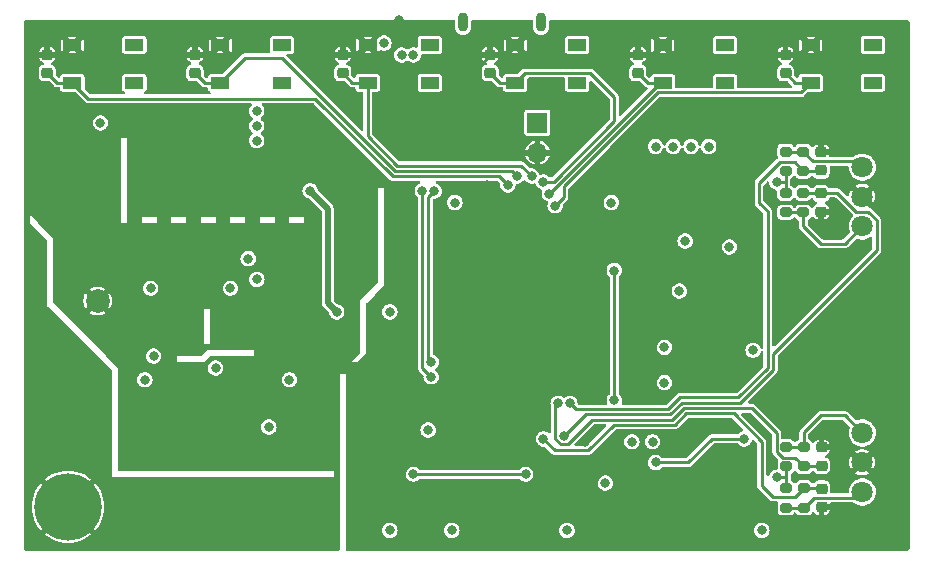
<source format=gbl>
G04 #@! TF.GenerationSoftware,KiCad,Pcbnew,8.0.4*
G04 #@! TF.CreationDate,2024-09-21T08:46:09+10:00*
G04 #@! TF.ProjectId,hsa_r0,6873615f-7230-42e6-9b69-6361645f7063,rev?*
G04 #@! TF.SameCoordinates,Original*
G04 #@! TF.FileFunction,Copper,L4,Bot*
G04 #@! TF.FilePolarity,Positive*
%FSLAX46Y46*%
G04 Gerber Fmt 4.6, Leading zero omitted, Abs format (unit mm)*
G04 Created by KiCad (PCBNEW 8.0.4) date 2024-09-21 08:46:09*
%MOMM*%
%LPD*%
G01*
G04 APERTURE LIST*
G04 Aperture macros list*
%AMRoundRect*
0 Rectangle with rounded corners*
0 $1 Rounding radius*
0 $2 $3 $4 $5 $6 $7 $8 $9 X,Y pos of 4 corners*
0 Add a 4 corners polygon primitive as box body*
4,1,4,$2,$3,$4,$5,$6,$7,$8,$9,$2,$3,0*
0 Add four circle primitives for the rounded corners*
1,1,$1+$1,$2,$3*
1,1,$1+$1,$4,$5*
1,1,$1+$1,$6,$7*
1,1,$1+$1,$8,$9*
0 Add four rect primitives between the rounded corners*
20,1,$1+$1,$2,$3,$4,$5,0*
20,1,$1+$1,$4,$5,$6,$7,0*
20,1,$1+$1,$6,$7,$8,$9,0*
20,1,$1+$1,$8,$9,$2,$3,0*%
G04 Aperture macros list end*
G04 #@! TA.AperFunction,ComponentPad*
%ADD10O,0.900000X1.600000*%
G04 #@! TD*
G04 #@! TA.AperFunction,ComponentPad*
%ADD11C,1.800000*%
G04 #@! TD*
G04 #@! TA.AperFunction,ComponentPad*
%ADD12C,2.000000*%
G04 #@! TD*
G04 #@! TA.AperFunction,ComponentPad*
%ADD13R,1.700000X1.700000*%
G04 #@! TD*
G04 #@! TA.AperFunction,ComponentPad*
%ADD14O,1.700000X1.700000*%
G04 #@! TD*
G04 #@! TA.AperFunction,ComponentPad*
%ADD15C,3.600000*%
G04 #@! TD*
G04 #@! TA.AperFunction,ConnectorPad*
%ADD16C,5.700000*%
G04 #@! TD*
G04 #@! TA.AperFunction,SMDPad,CuDef*
%ADD17RoundRect,0.200000X-0.275000X0.200000X-0.275000X-0.200000X0.275000X-0.200000X0.275000X0.200000X0*%
G04 #@! TD*
G04 #@! TA.AperFunction,SMDPad,CuDef*
%ADD18RoundRect,0.225000X0.250000X-0.225000X0.250000X0.225000X-0.250000X0.225000X-0.250000X-0.225000X0*%
G04 #@! TD*
G04 #@! TA.AperFunction,SMDPad,CuDef*
%ADD19R,1.550000X1.000000*%
G04 #@! TD*
G04 #@! TA.AperFunction,SMDPad,CuDef*
%ADD20RoundRect,0.225000X-0.250000X0.225000X-0.250000X-0.225000X0.250000X-0.225000X0.250000X0.225000X0*%
G04 #@! TD*
G04 #@! TA.AperFunction,SMDPad,CuDef*
%ADD21RoundRect,0.200000X0.275000X-0.200000X0.275000X0.200000X-0.275000X0.200000X-0.275000X-0.200000X0*%
G04 #@! TD*
G04 #@! TA.AperFunction,ViaPad*
%ADD22C,0.800000*%
G04 #@! TD*
G04 #@! TA.AperFunction,ViaPad*
%ADD23C,0.600000*%
G04 #@! TD*
G04 #@! TA.AperFunction,Conductor*
%ADD24C,0.250000*%
G04 #@! TD*
G04 #@! TA.AperFunction,Conductor*
%ADD25C,0.500000*%
G04 #@! TD*
G04 APERTURE END LIST*
D10*
X175050000Y-44000000D03*
X168450000Y-44000000D03*
D11*
X202250000Y-83750000D03*
X202250000Y-78750000D03*
X202250000Y-81250000D03*
D12*
X137500000Y-67575000D03*
D13*
X174750000Y-52475000D03*
D14*
X174750000Y-55015000D03*
D15*
X135000000Y-85000000D03*
D16*
X135000000Y-85000000D03*
D11*
X202250000Y-61250000D03*
X202250000Y-56250000D03*
X202250000Y-58750000D03*
D17*
X197250000Y-58425000D03*
X197250000Y-60075000D03*
D18*
X198800000Y-81525000D03*
X198800000Y-79975000D03*
X195750000Y-48275000D03*
X195750000Y-46725000D03*
D19*
X197875000Y-49100000D03*
X197875000Y-45900000D03*
X203125000Y-49100000D03*
X203125000Y-45900000D03*
D20*
X198800000Y-83475000D03*
X198800000Y-85025000D03*
D19*
X147875000Y-49100000D03*
X147875000Y-45900000D03*
X153125000Y-49100000D03*
X153125000Y-45900000D03*
X160375000Y-49100000D03*
X160375000Y-45900000D03*
X165625000Y-49100000D03*
X165625000Y-45900000D03*
D21*
X197250000Y-56575000D03*
X197250000Y-54925000D03*
D19*
X185375000Y-49100000D03*
X185375000Y-45900000D03*
X190625000Y-49100000D03*
X190625000Y-45900000D03*
D18*
X145750000Y-48275000D03*
X145750000Y-46725000D03*
D21*
X195750000Y-60075000D03*
X195750000Y-58425000D03*
D17*
X195800000Y-79925000D03*
X195800000Y-81575000D03*
D19*
X135375000Y-49100000D03*
X135375000Y-45900000D03*
X140625000Y-49100000D03*
X140625000Y-45900000D03*
D18*
X183250000Y-48275000D03*
X183250000Y-46725000D03*
D17*
X195750000Y-54925000D03*
X195750000Y-56575000D03*
D18*
X158250000Y-48275000D03*
X158250000Y-46725000D03*
D21*
X197300000Y-81575000D03*
X197300000Y-79925000D03*
D18*
X198750000Y-56525000D03*
X198750000Y-54975000D03*
D21*
X195800000Y-85075000D03*
X195800000Y-83425000D03*
D17*
X197300000Y-83425000D03*
X197300000Y-85075000D03*
D18*
X133250000Y-48275000D03*
X133250000Y-46725000D03*
D19*
X172875000Y-49100000D03*
X172875000Y-45900000D03*
X178125000Y-49100000D03*
X178125000Y-45900000D03*
D18*
X170750000Y-48275000D03*
X170750000Y-46725000D03*
D20*
X198750000Y-58475000D03*
X198750000Y-60025000D03*
D22*
X182750000Y-79500000D03*
X195000000Y-82500000D03*
X185500000Y-71500000D03*
X189250000Y-54500000D03*
X195000000Y-57500000D03*
X162250000Y-87000000D03*
X167750000Y-59250000D03*
X165500000Y-78500000D03*
X162250000Y-68500000D03*
X186760398Y-66737271D03*
X184500000Y-79500000D03*
X187750000Y-54500000D03*
X193750000Y-87000000D03*
X193000000Y-71750000D03*
X187250000Y-62500000D03*
X184750000Y-54500000D03*
X167500000Y-87000000D03*
X177250000Y-87000000D03*
X186250000Y-54500000D03*
X180500000Y-83000000D03*
X185500000Y-74500000D03*
X181000000Y-59250000D03*
X191000000Y-63000000D03*
D23*
X193750000Y-88250000D03*
D22*
X155500000Y-61750000D03*
X145000000Y-80500000D03*
D23*
X155750000Y-67500000D03*
X132500000Y-62500000D03*
X194250000Y-76250000D03*
X132500000Y-77500000D03*
X135000000Y-62500000D03*
X171500000Y-54250000D03*
D22*
X182500000Y-59250000D03*
D23*
X205000000Y-75000000D03*
D22*
X179750000Y-45997500D03*
X190750000Y-55000000D03*
D23*
X163750000Y-65000000D03*
D22*
X153475000Y-52250000D03*
X187500000Y-69500000D03*
D23*
X163750000Y-62500000D03*
X158500000Y-64250000D03*
X145000000Y-66500000D03*
D22*
X147250000Y-81000000D03*
D23*
X147500000Y-87500000D03*
D22*
X200250000Y-57250000D03*
D23*
X132500000Y-67500000D03*
D22*
X195750000Y-45500000D03*
D23*
X132500000Y-72500000D03*
X140000000Y-72500000D03*
X171500000Y-50250000D03*
X182500000Y-56500000D03*
X180000000Y-75000000D03*
X148000000Y-71250000D03*
X180000000Y-70000000D03*
X166500000Y-55250000D03*
D22*
X170500000Y-57750000D03*
X176000000Y-83000000D03*
X164000000Y-77750000D03*
D23*
X197500000Y-72500000D03*
X167500000Y-54250000D03*
D22*
X152000000Y-74250000D03*
X151000000Y-62750000D03*
D23*
X170000000Y-75000000D03*
D22*
X144725000Y-51250000D03*
D23*
X196000000Y-62000000D03*
X194500000Y-81500000D03*
D22*
X190750000Y-66500000D03*
X156250000Y-73000000D03*
D23*
X192250000Y-64500000D03*
X194250000Y-58500000D03*
D22*
X145750000Y-45500000D03*
D23*
X200000000Y-70000000D03*
D22*
X184500000Y-68750000D03*
X182750000Y-62500000D03*
D23*
X182250000Y-81500000D03*
D22*
X189500000Y-78000000D03*
X169250000Y-59250000D03*
D23*
X197500000Y-67500000D03*
D22*
X163000000Y-43750000D03*
D23*
X195250000Y-69750000D03*
D22*
X153475000Y-53250000D03*
X141500000Y-81250000D03*
X133250000Y-45500000D03*
X143000000Y-81250000D03*
D23*
X192500000Y-60000000D03*
D22*
X160750000Y-68500000D03*
X144750000Y-64000000D03*
D23*
X175000000Y-65000000D03*
X191500000Y-74250000D03*
X202000000Y-63250000D03*
X205000000Y-70000000D03*
X175000000Y-75000000D03*
X152500000Y-87500000D03*
X148250000Y-76750000D03*
X205000000Y-65000000D03*
D22*
X159000000Y-74000000D03*
X181750000Y-44250000D03*
X189250000Y-86500000D03*
D23*
X147000000Y-79000000D03*
D22*
X193000000Y-73250000D03*
X179250000Y-44250000D03*
D23*
X170000000Y-79250000D03*
X150000000Y-85000000D03*
D22*
X138250000Y-61500000D03*
X166250000Y-87000000D03*
X191750000Y-81000000D03*
D23*
X177250000Y-60500000D03*
X200000000Y-65000000D03*
D22*
X180500000Y-44250000D03*
D23*
X187500000Y-57500000D03*
X166250000Y-79750000D03*
X170000000Y-70000000D03*
X169250000Y-48250000D03*
X137500000Y-77500000D03*
D22*
X145250000Y-71750000D03*
D23*
X155500000Y-57000000D03*
D22*
X132250000Y-59000000D03*
D23*
X190000000Y-60000000D03*
D22*
X159250000Y-68500000D03*
X153750000Y-81250000D03*
X168750000Y-87000000D03*
D23*
X167250000Y-62500000D03*
X170000000Y-65000000D03*
D22*
X178750000Y-79500000D03*
D23*
X154500000Y-69500000D03*
X152000000Y-80750000D03*
X142500000Y-87500000D03*
X145000000Y-85000000D03*
X178750000Y-57500000D03*
X175000000Y-70000000D03*
D22*
X183250000Y-55000000D03*
X146762653Y-67512653D03*
X152975000Y-59000000D03*
X185500000Y-76000000D03*
D23*
X163750000Y-67500000D03*
X200000000Y-52500000D03*
X200000000Y-75000000D03*
D22*
X158500000Y-61750000D03*
D23*
X140500000Y-66500000D03*
X140000000Y-85000000D03*
D22*
X132250000Y-52500000D03*
X200000000Y-61000000D03*
D23*
X197500000Y-87500000D03*
X135000000Y-80000000D03*
X202500000Y-67500000D03*
X149000000Y-72750000D03*
X135000000Y-75000000D03*
X180000000Y-65000000D03*
D22*
X193000000Y-70250000D03*
D23*
X163750000Y-60000000D03*
X137500000Y-55750000D03*
D22*
X185500000Y-73000000D03*
D23*
X202500000Y-72500000D03*
X164500000Y-73750000D03*
X195000000Y-52500000D03*
X152500000Y-64250000D03*
D22*
X153475000Y-54250000D03*
X176250000Y-59500000D03*
X175750000Y-58500000D03*
X175250000Y-57500000D03*
X174250000Y-57000000D03*
X173000000Y-57000000D03*
X172250000Y-57750000D03*
X152000000Y-78250000D03*
X150975000Y-52750000D03*
X150975000Y-54000000D03*
X137750000Y-52500000D03*
X150975000Y-51500000D03*
X147500000Y-73250000D03*
X141500000Y-74250000D03*
X151000000Y-65750000D03*
X153750000Y-74250000D03*
X150250000Y-64000000D03*
X148750000Y-66500000D03*
X155500000Y-58250000D03*
X157750000Y-68500000D03*
X142000000Y-66500000D03*
X142250000Y-72250000D03*
X166012653Y-58262653D03*
X165750000Y-72750000D03*
X165000000Y-58250000D03*
X165750000Y-74000000D03*
X163250000Y-46750000D03*
X164250000Y-46750000D03*
X161750002Y-45750000D03*
X164250000Y-82250000D03*
X173750000Y-82250000D03*
X181250000Y-65000000D03*
X192250000Y-79250000D03*
X184750000Y-81250000D03*
X181250000Y-76000000D03*
X177500000Y-76250000D03*
X176500000Y-76250000D03*
X175250000Y-79250000D03*
X177000000Y-79000000D03*
D24*
X181750000Y-44250000D02*
X183250000Y-45750000D01*
X183250000Y-45750000D02*
X183250000Y-46725000D01*
X195750000Y-57500000D02*
X195750000Y-58425000D01*
X195750000Y-57500000D02*
X195000000Y-57500000D01*
X195750000Y-56575000D02*
X195750000Y-57500000D01*
X195800000Y-81575000D02*
X195800000Y-82500000D01*
X195800000Y-82500000D02*
X195000000Y-82500000D01*
X195800000Y-82500000D02*
X195800000Y-83425000D01*
X170750000Y-46750000D02*
X169250000Y-48250000D01*
X158250000Y-46725000D02*
X158250000Y-45500000D01*
X158250000Y-45500000D02*
X159250000Y-44500000D01*
X133250000Y-46725000D02*
X133250000Y-45500000D01*
X195750000Y-46725000D02*
X195750000Y-45500000D01*
X170750000Y-46725000D02*
X170750000Y-46750000D01*
X145750000Y-46725000D02*
X145750000Y-45500000D01*
X197875000Y-49100000D02*
X196575000Y-49100000D01*
X177000000Y-57886396D02*
X184961396Y-49925000D01*
X184961396Y-49925000D02*
X197050000Y-49925000D01*
X196575000Y-49100000D02*
X195750000Y-48275000D01*
X197050000Y-49925000D02*
X197875000Y-49100000D01*
X176250000Y-59500000D02*
X177000000Y-58750000D01*
X177000000Y-58750000D02*
X177000000Y-57886396D01*
X185150000Y-49100000D02*
X185375000Y-49100000D01*
X175750000Y-58500000D02*
X185150000Y-49100000D01*
X185375000Y-49100000D02*
X184075000Y-49100000D01*
X184075000Y-49100000D02*
X183250000Y-48275000D01*
X176113604Y-57500000D02*
X181250000Y-52363604D01*
X179225000Y-48275000D02*
X173700000Y-48275000D01*
X171575000Y-49100000D02*
X170750000Y-48275000D01*
X181250000Y-50300000D02*
X179225000Y-48275000D01*
X175250000Y-57500000D02*
X176113604Y-57500000D01*
X173700000Y-48275000D02*
X172875000Y-49100000D01*
X172875000Y-49100000D02*
X171575000Y-49100000D01*
X181250000Y-52363604D02*
X181250000Y-50300000D01*
X160375000Y-53625000D02*
X160375000Y-49100000D01*
X160375000Y-49100000D02*
X159075000Y-49100000D01*
X173375000Y-56125000D02*
X162875000Y-56125000D01*
X162875000Y-56125000D02*
X160375000Y-53625000D01*
X159075000Y-49100000D02*
X158250000Y-48275000D01*
X174250000Y-57000000D02*
X173375000Y-56125000D01*
X147875000Y-49100000D02*
X146575000Y-49100000D01*
X146575000Y-49100000D02*
X145750000Y-48275000D01*
X162688604Y-56575000D02*
X153113604Y-47000000D01*
X173000000Y-57000000D02*
X172575000Y-56575000D01*
X172575000Y-56575000D02*
X162688604Y-56575000D01*
X149975000Y-47000000D02*
X147875000Y-49100000D01*
X153113604Y-47000000D02*
X149975000Y-47000000D01*
X162502208Y-57025000D02*
X155927208Y-50450000D01*
X172250000Y-57750000D02*
X171525000Y-57025000D01*
X133250000Y-48275000D02*
X134075000Y-49100000D01*
X136725000Y-50450000D02*
X135375000Y-49100000D01*
X171525000Y-57025000D02*
X162502208Y-57025000D01*
X155927208Y-50450000D02*
X136725000Y-50450000D01*
X134075000Y-49100000D02*
X135375000Y-49100000D01*
D25*
X157000000Y-59750000D02*
X157000000Y-67750000D01*
X155500000Y-58250000D02*
X157000000Y-59750000D01*
X157000000Y-67750000D02*
X157750000Y-68500000D01*
D24*
X165750000Y-72750000D02*
X165500000Y-72500000D01*
X165500000Y-72500000D02*
X165500000Y-58775305D01*
X165500000Y-58775305D02*
X166012652Y-58262653D01*
X166012652Y-58262653D02*
X166012653Y-58262653D01*
X165750000Y-74000000D02*
X165000000Y-73250000D01*
X165000000Y-73250000D02*
X165000000Y-58250000D01*
X164250000Y-82250000D02*
X173750000Y-82250000D01*
X187500000Y-81250000D02*
X184750000Y-81250000D01*
X192250000Y-79250000D02*
X189500000Y-79250000D01*
X189500000Y-79250000D02*
X187500000Y-81250000D01*
X181250000Y-65000000D02*
X181250000Y-76000000D01*
X197250000Y-56575000D02*
X196525000Y-55850000D01*
X195251996Y-55850000D02*
X193500000Y-57601996D01*
X197250000Y-56575000D02*
X198700000Y-56575000D01*
X196525000Y-55850000D02*
X195251996Y-55850000D01*
X194250000Y-73250000D02*
X191750000Y-75750000D01*
X177975000Y-76725000D02*
X177500000Y-76250000D01*
X186775305Y-75750000D02*
X185800305Y-76725000D01*
X191750000Y-75750000D02*
X186775305Y-75750000D01*
X185800305Y-76725000D02*
X177975000Y-76725000D01*
X193500000Y-59250000D02*
X194250000Y-60000000D01*
X194250000Y-60000000D02*
X194250000Y-73250000D01*
X198700000Y-56575000D02*
X198750000Y-56525000D01*
X193500000Y-57601996D02*
X193500000Y-59250000D01*
X197300000Y-81575000D02*
X198750000Y-81575000D01*
X195000000Y-80348004D02*
X195000000Y-78750000D01*
X176699695Y-79725000D02*
X176250000Y-79275305D01*
X192900000Y-76650000D02*
X187148097Y-76650000D01*
X195501996Y-80850000D02*
X195000000Y-80348004D01*
X186173097Y-77625000D02*
X179400305Y-77625000D01*
X179400305Y-77625000D02*
X177300305Y-79725000D01*
X187148097Y-76650000D02*
X186173097Y-77625000D01*
X177300305Y-79725000D02*
X176699695Y-79725000D01*
X196575000Y-80850000D02*
X195501996Y-80850000D01*
X176250000Y-79275305D02*
X176250000Y-76500000D01*
X176250000Y-76500000D02*
X176500000Y-76250000D01*
X198750000Y-81575000D02*
X198800000Y-81525000D01*
X197300000Y-81575000D02*
X196575000Y-80850000D01*
X195000000Y-78750000D02*
X192900000Y-76650000D01*
X179050305Y-80225000D02*
X176225000Y-80225000D01*
X187334493Y-77100000D02*
X186359493Y-78075000D01*
X193750000Y-79500000D02*
X191350000Y-77100000D01*
X194650000Y-84150000D02*
X193750000Y-83250000D01*
X193750000Y-83250000D02*
X193750000Y-79500000D01*
X197023004Y-83425000D02*
X197300000Y-83425000D01*
X197300000Y-83425000D02*
X198750000Y-83425000D01*
X196575000Y-84150000D02*
X194650000Y-84150000D01*
X186359493Y-78075000D02*
X181200305Y-78075000D01*
X198750000Y-83425000D02*
X198800000Y-83475000D01*
X197300000Y-83425000D02*
X196575000Y-84150000D01*
X191350000Y-77100000D02*
X187334493Y-77100000D01*
X176225000Y-80225000D02*
X175250000Y-79250000D01*
X181200305Y-78075000D02*
X179050305Y-80225000D01*
X178825000Y-77175000D02*
X177000000Y-79000000D01*
X197250000Y-58425000D02*
X200142588Y-58425000D01*
X203475000Y-63275000D02*
X194700000Y-72050000D01*
X186961701Y-76200000D02*
X185986701Y-77175000D01*
X197250000Y-58425000D02*
X198700000Y-58425000D01*
X200142588Y-58425000D02*
X201742588Y-60025000D01*
X201742588Y-60025000D02*
X202757412Y-60025000D01*
X191936396Y-76200000D02*
X186961701Y-76200000D01*
X194700000Y-73436396D02*
X191936396Y-76200000D01*
X185986701Y-77175000D02*
X178825000Y-77175000D01*
X194700000Y-72050000D02*
X194700000Y-73436396D01*
X202757412Y-60025000D02*
X203475000Y-60742588D01*
X198700000Y-58425000D02*
X198750000Y-58475000D01*
X203475000Y-60742588D02*
X203475000Y-63275000D01*
X197300000Y-85075000D02*
X198125000Y-84250000D01*
X195800000Y-85075000D02*
X197300000Y-85075000D01*
X201750000Y-84250000D02*
X202250000Y-83750000D01*
X198125000Y-84250000D02*
X201750000Y-84250000D01*
X197300000Y-78700000D02*
X198750000Y-77250000D01*
X197300000Y-79925000D02*
X197300000Y-78700000D01*
X195800000Y-79925000D02*
X197300000Y-79925000D01*
X200750000Y-77250000D02*
X202250000Y-78750000D01*
X198750000Y-77250000D02*
X200750000Y-77250000D01*
X200750000Y-62750000D02*
X202250000Y-61250000D01*
X198750000Y-62750000D02*
X200750000Y-62750000D01*
X195750000Y-60075000D02*
X197250000Y-60075000D01*
X197250000Y-60075000D02*
X197250000Y-61250000D01*
X197250000Y-61250000D02*
X198750000Y-62750000D01*
X197250000Y-54925000D02*
X198075000Y-55750000D01*
X198075000Y-55750000D02*
X201750000Y-55750000D01*
X201750000Y-55750000D02*
X202250000Y-56250000D01*
X195750000Y-54925000D02*
X197250000Y-54925000D01*
G04 #@! TA.AperFunction,Conductor*
G36*
X192760140Y-77045185D02*
G01*
X192780782Y-77061819D01*
X194588181Y-78869218D01*
X194621666Y-78930541D01*
X194624500Y-78956899D01*
X194624500Y-80397439D01*
X194648577Y-80487295D01*
X194650091Y-80492945D01*
X194670211Y-80527793D01*
X194697755Y-80575500D01*
X194697937Y-80575816D01*
X194699527Y-80578568D01*
X194699528Y-80578570D01*
X195115062Y-80994103D01*
X195148547Y-81055426D01*
X195143563Y-81125117D01*
X195127155Y-81155413D01*
X195122207Y-81162117D01*
X195077353Y-81290303D01*
X195074500Y-81320730D01*
X195074500Y-81725500D01*
X195054815Y-81792539D01*
X195002011Y-81838294D01*
X194950500Y-81849500D01*
X194921014Y-81849500D01*
X194767634Y-81887303D01*
X194627762Y-81960715D01*
X194509516Y-82065471D01*
X194419781Y-82195475D01*
X194419780Y-82195476D01*
X194365442Y-82338754D01*
X194323264Y-82394457D01*
X194257666Y-82418514D01*
X194189476Y-82403287D01*
X194140343Y-82353611D01*
X194125500Y-82294783D01*
X194125500Y-79450566D01*
X194125500Y-79450565D01*
X194125500Y-79450564D01*
X194099911Y-79355063D01*
X194050475Y-79269438D01*
X192018218Y-77237181D01*
X191984733Y-77175858D01*
X191989717Y-77106166D01*
X192031589Y-77050233D01*
X192097053Y-77025816D01*
X192105899Y-77025500D01*
X192693101Y-77025500D01*
X192760140Y-77045185D01*
G37*
G04 #@! TD.AperFunction*
G04 #@! TA.AperFunction,Conductor*
G36*
X180511445Y-78020185D02*
G01*
X180557200Y-78072989D01*
X180567144Y-78142147D01*
X180538119Y-78205703D01*
X180532087Y-78212181D01*
X178931087Y-79813181D01*
X178869764Y-79846666D01*
X178843406Y-79849500D01*
X178006204Y-79849500D01*
X177939165Y-79829815D01*
X177893410Y-79777011D01*
X177883466Y-79707853D01*
X177912491Y-79644297D01*
X177918523Y-79637819D01*
X179519523Y-78036819D01*
X179580846Y-78003334D01*
X179607204Y-78000500D01*
X180444406Y-78000500D01*
X180511445Y-78020185D01*
G37*
G04 #@! TD.AperFunction*
G04 #@! TA.AperFunction,Conductor*
G36*
X194272736Y-57462810D02*
G01*
X194328669Y-57504682D01*
X194352498Y-57564045D01*
X194363763Y-57656819D01*
X194407149Y-57771219D01*
X194419780Y-57804523D01*
X194509517Y-57934530D01*
X194627760Y-58039283D01*
X194627762Y-58039284D01*
X194767634Y-58112696D01*
X194928297Y-58152295D01*
X194927612Y-58155070D01*
X194979579Y-58177407D01*
X195018663Y-58235323D01*
X195024500Y-58272919D01*
X195024500Y-58679269D01*
X195027353Y-58709699D01*
X195027353Y-58709701D01*
X195070491Y-58832978D01*
X195072207Y-58837882D01*
X195152850Y-58947150D01*
X195262118Y-59027793D01*
X195296109Y-59039687D01*
X195390299Y-59072646D01*
X195420730Y-59075500D01*
X195420734Y-59075500D01*
X196079270Y-59075500D01*
X196109699Y-59072646D01*
X196109701Y-59072646D01*
X196173790Y-59050219D01*
X196237882Y-59027793D01*
X196347150Y-58947150D01*
X196400230Y-58875229D01*
X196455877Y-58832978D01*
X196525533Y-58827519D01*
X196587083Y-58860586D01*
X196599770Y-58875229D01*
X196652848Y-58947148D01*
X196652849Y-58947148D01*
X196652850Y-58947150D01*
X196762118Y-59027793D01*
X196796109Y-59039687D01*
X196890299Y-59072646D01*
X196920730Y-59075500D01*
X196920734Y-59075500D01*
X197579270Y-59075500D01*
X197609699Y-59072646D01*
X197609701Y-59072646D01*
X197673790Y-59050219D01*
X197737882Y-59027793D01*
X197847150Y-58947150D01*
X197869922Y-58916293D01*
X197925567Y-58874045D01*
X197995223Y-58868586D01*
X198056773Y-58901653D01*
X198072995Y-58923172D01*
X198073057Y-58923126D01*
X198078371Y-58930225D01*
X198078372Y-58930226D01*
X198160313Y-59039687D01*
X198269774Y-59121628D01*
X198367572Y-59158105D01*
X198423503Y-59199974D01*
X198447920Y-59265439D01*
X198433068Y-59333712D01*
X198383663Y-59383117D01*
X198373089Y-59387675D01*
X198247076Y-59451883D01*
X198247071Y-59451886D01*
X198151886Y-59547071D01*
X198151881Y-59547078D01*
X198116781Y-59615965D01*
X198068806Y-59666760D01*
X198000985Y-59683555D01*
X197934851Y-59661017D01*
X197906527Y-59633303D01*
X197881888Y-59599919D01*
X197847150Y-59552850D01*
X197737882Y-59472207D01*
X197737880Y-59472206D01*
X197609700Y-59427353D01*
X197579270Y-59424500D01*
X197579266Y-59424500D01*
X196920734Y-59424500D01*
X196920730Y-59424500D01*
X196890300Y-59427353D01*
X196890298Y-59427353D01*
X196762119Y-59472206D01*
X196762117Y-59472207D01*
X196652850Y-59552850D01*
X196599770Y-59624771D01*
X196544122Y-59667022D01*
X196474466Y-59672480D01*
X196412917Y-59639412D01*
X196400230Y-59624771D01*
X196381888Y-59599919D01*
X196347150Y-59552850D01*
X196237882Y-59472207D01*
X196237880Y-59472206D01*
X196109700Y-59427353D01*
X196079270Y-59424500D01*
X196079266Y-59424500D01*
X195420734Y-59424500D01*
X195420730Y-59424500D01*
X195390300Y-59427353D01*
X195390298Y-59427353D01*
X195262119Y-59472206D01*
X195262117Y-59472207D01*
X195160671Y-59547078D01*
X195152850Y-59552850D01*
X195072207Y-59662118D01*
X195064365Y-59684530D01*
X195027353Y-59790298D01*
X195027353Y-59790300D01*
X195024500Y-59820730D01*
X195024500Y-60329269D01*
X195027353Y-60359699D01*
X195027353Y-60359701D01*
X195070039Y-60481686D01*
X195072207Y-60487882D01*
X195152850Y-60597150D01*
X195262118Y-60677793D01*
X195291451Y-60688057D01*
X195390299Y-60722646D01*
X195420730Y-60725500D01*
X195420734Y-60725500D01*
X196079270Y-60725500D01*
X196109699Y-60722646D01*
X196109701Y-60722646D01*
X196173790Y-60700219D01*
X196237882Y-60677793D01*
X196347150Y-60597150D01*
X196400230Y-60525229D01*
X196455877Y-60482978D01*
X196525533Y-60477519D01*
X196587083Y-60510586D01*
X196599770Y-60525229D01*
X196652848Y-60597148D01*
X196652849Y-60597148D01*
X196652850Y-60597150D01*
X196762118Y-60677793D01*
X196791456Y-60688059D01*
X196848230Y-60728779D01*
X196873978Y-60793731D01*
X196874500Y-60805099D01*
X196874500Y-61299435D01*
X196900090Y-61394938D01*
X196949525Y-61480562D01*
X196949526Y-61480563D01*
X198449525Y-62980562D01*
X198519438Y-63050475D01*
X198605062Y-63099910D01*
X198605066Y-63099911D01*
X198652778Y-63112696D01*
X198652779Y-63112696D01*
X198665583Y-63116126D01*
X198700564Y-63125500D01*
X198700565Y-63125500D01*
X200799435Y-63125500D01*
X200799436Y-63125500D01*
X200837122Y-63115401D01*
X200847221Y-63112696D01*
X200868258Y-63107058D01*
X200894938Y-63099910D01*
X200980562Y-63050475D01*
X201050475Y-62980562D01*
X201686323Y-62344712D01*
X201747644Y-62311229D01*
X201817335Y-62316213D01*
X201818795Y-62316768D01*
X201886979Y-62343182D01*
X201933802Y-62361321D01*
X202143390Y-62400500D01*
X202143392Y-62400500D01*
X202356608Y-62400500D01*
X202356610Y-62400500D01*
X202566198Y-62361321D01*
X202765019Y-62284298D01*
X202910224Y-62194390D01*
X202977583Y-62175835D01*
X203044282Y-62196643D01*
X203089144Y-62250208D01*
X203099500Y-62299818D01*
X203099500Y-63068101D01*
X203079815Y-63135140D01*
X203063181Y-63155782D01*
X194837181Y-71381782D01*
X194775858Y-71415267D01*
X194706166Y-71410283D01*
X194650233Y-71368411D01*
X194625816Y-71302947D01*
X194625500Y-71294101D01*
X194625500Y-59950564D01*
X194621859Y-59936977D01*
X194621858Y-59936974D01*
X194605386Y-59875499D01*
X194605384Y-59875494D01*
X194599910Y-59855063D01*
X194599910Y-59855062D01*
X194550475Y-59769438D01*
X194480562Y-59699525D01*
X193911819Y-59130782D01*
X193878334Y-59069459D01*
X193875500Y-59043101D01*
X193875500Y-57808894D01*
X193895185Y-57741855D01*
X193911815Y-57721217D01*
X194141722Y-57491310D01*
X194203044Y-57457826D01*
X194272736Y-57462810D01*
G37*
G04 #@! TD.AperFunction*
G04 #@! TA.AperFunction,Conductor*
G36*
X200002728Y-58820185D02*
G01*
X200023370Y-58836819D01*
X201441363Y-60254813D01*
X201474848Y-60316136D01*
X201469864Y-60385828D01*
X201437222Y-60434130D01*
X201396127Y-60471593D01*
X201267632Y-60641746D01*
X201172596Y-60832605D01*
X201172596Y-60832607D01*
X201114244Y-61037689D01*
X201094571Y-61249999D01*
X201094571Y-61250000D01*
X201114244Y-61462310D01*
X201172596Y-61667392D01*
X201172598Y-61667398D01*
X201175704Y-61673636D01*
X201187960Y-61742422D01*
X201161082Y-61806915D01*
X201152381Y-61816580D01*
X200630782Y-62338181D01*
X200569459Y-62371666D01*
X200543101Y-62374500D01*
X198956899Y-62374500D01*
X198889860Y-62354815D01*
X198869218Y-62338181D01*
X197661819Y-61130782D01*
X197628334Y-61069459D01*
X197625500Y-61043101D01*
X197625500Y-60805099D01*
X197645185Y-60738060D01*
X197697989Y-60692305D01*
X197708525Y-60688065D01*
X197737882Y-60677793D01*
X197847150Y-60597150D01*
X197927793Y-60487882D01*
X197927794Y-60487880D01*
X197933311Y-60480405D01*
X197935046Y-60481686D01*
X197975054Y-60440564D01*
X198043117Y-60424775D01*
X198108911Y-60448290D01*
X198146454Y-60492271D01*
X198151880Y-60502920D01*
X198151886Y-60502928D01*
X198247071Y-60598113D01*
X198247076Y-60598116D01*
X198367034Y-60659239D01*
X198367033Y-60659239D01*
X198466543Y-60674999D01*
X199000000Y-60674999D01*
X199033449Y-60674999D01*
X199132967Y-60659237D01*
X199252923Y-60598116D01*
X199252928Y-60598113D01*
X199348113Y-60502928D01*
X199348116Y-60502923D01*
X199409239Y-60382966D01*
X199425000Y-60283456D01*
X199425000Y-60275000D01*
X199000000Y-60275000D01*
X199000000Y-60674999D01*
X198466543Y-60674999D01*
X198500000Y-60674998D01*
X198500000Y-59899000D01*
X198519685Y-59831961D01*
X198572489Y-59786206D01*
X198624000Y-59775000D01*
X199424999Y-59775000D01*
X199424999Y-59766550D01*
X199409237Y-59667032D01*
X199348116Y-59547076D01*
X199348113Y-59547071D01*
X199252928Y-59451886D01*
X199252923Y-59451883D01*
X199124274Y-59386332D01*
X199125452Y-59384019D01*
X199079759Y-59352765D01*
X199052570Y-59288402D01*
X199064494Y-59219558D01*
X199111746Y-59168089D01*
X199132420Y-59158108D01*
X199230226Y-59121628D01*
X199339687Y-59039687D01*
X199421628Y-58930226D01*
X199439927Y-58881166D01*
X199481798Y-58825232D01*
X199547263Y-58800816D01*
X199556108Y-58800500D01*
X199935689Y-58800500D01*
X200002728Y-58820185D01*
G37*
G04 #@! TD.AperFunction*
G04 #@! TA.AperFunction,Conductor*
G36*
X167692539Y-43769685D02*
G01*
X167738294Y-43822489D01*
X167749500Y-43874000D01*
X167749500Y-44418993D01*
X167749500Y-44418995D01*
X167749499Y-44418995D01*
X167776418Y-44554322D01*
X167776421Y-44554332D01*
X167829221Y-44681804D01*
X167829228Y-44681817D01*
X167905885Y-44796541D01*
X167905888Y-44796545D01*
X168003454Y-44894111D01*
X168003458Y-44894114D01*
X168118182Y-44970771D01*
X168118195Y-44970778D01*
X168245667Y-45023578D01*
X168245672Y-45023580D01*
X168245676Y-45023580D01*
X168245677Y-45023581D01*
X168381004Y-45050500D01*
X168381007Y-45050500D01*
X168518995Y-45050500D01*
X168610041Y-45032389D01*
X168654328Y-45023580D01*
X168781811Y-44970775D01*
X168896542Y-44894114D01*
X168994114Y-44796542D01*
X169070775Y-44681811D01*
X169123580Y-44554328D01*
X169150500Y-44418993D01*
X169150500Y-43874000D01*
X169170185Y-43806961D01*
X169222989Y-43761206D01*
X169274500Y-43750000D01*
X174225500Y-43750000D01*
X174292539Y-43769685D01*
X174338294Y-43822489D01*
X174349500Y-43874000D01*
X174349500Y-44418993D01*
X174349500Y-44418995D01*
X174349499Y-44418995D01*
X174376418Y-44554322D01*
X174376421Y-44554332D01*
X174429221Y-44681804D01*
X174429228Y-44681817D01*
X174505885Y-44796541D01*
X174505888Y-44796545D01*
X174603454Y-44894111D01*
X174603458Y-44894114D01*
X174718182Y-44970771D01*
X174718195Y-44970778D01*
X174845667Y-45023578D01*
X174845672Y-45023580D01*
X174845676Y-45023580D01*
X174845677Y-45023581D01*
X174981004Y-45050500D01*
X174981007Y-45050500D01*
X175118995Y-45050500D01*
X175210041Y-45032389D01*
X175254328Y-45023580D01*
X175381811Y-44970775D01*
X175496542Y-44894114D01*
X175594114Y-44796542D01*
X175670775Y-44681811D01*
X175723580Y-44554328D01*
X175750500Y-44418993D01*
X175750500Y-43874000D01*
X175770185Y-43806961D01*
X175822989Y-43761206D01*
X175874500Y-43750000D01*
X205987789Y-43750000D01*
X206011980Y-43752383D01*
X206071480Y-43764218D01*
X206116175Y-43782730D01*
X206156272Y-43809522D01*
X206190477Y-43843727D01*
X206217267Y-43883822D01*
X206235781Y-43928517D01*
X206239542Y-43947427D01*
X206247617Y-43988019D01*
X206250000Y-44012210D01*
X206250000Y-88487789D01*
X206247617Y-88511982D01*
X206235781Y-88571482D01*
X206217267Y-88616179D01*
X206190481Y-88656268D01*
X206156269Y-88690479D01*
X206121975Y-88713394D01*
X206116179Y-88717267D01*
X206071482Y-88735781D01*
X206037857Y-88742469D01*
X206011978Y-88747617D01*
X205987789Y-88750000D01*
X158624000Y-88750000D01*
X158556961Y-88730315D01*
X158511206Y-88677511D01*
X158500000Y-88626000D01*
X158500000Y-86999999D01*
X161594722Y-86999999D01*
X161594722Y-87000000D01*
X161613762Y-87156818D01*
X161669780Y-87304523D01*
X161759517Y-87434530D01*
X161877760Y-87539283D01*
X161877762Y-87539284D01*
X162017634Y-87612696D01*
X162171014Y-87650500D01*
X162171015Y-87650500D01*
X162328985Y-87650500D01*
X162482365Y-87612696D01*
X162532130Y-87586577D01*
X162622240Y-87539283D01*
X162740483Y-87434530D01*
X162830220Y-87304523D01*
X162886237Y-87156818D01*
X162905278Y-87000000D01*
X162905278Y-86999999D01*
X166844722Y-86999999D01*
X166844722Y-87000000D01*
X166863762Y-87156818D01*
X166919780Y-87304523D01*
X167009517Y-87434530D01*
X167127760Y-87539283D01*
X167127762Y-87539284D01*
X167267634Y-87612696D01*
X167421014Y-87650500D01*
X167421015Y-87650500D01*
X167578985Y-87650500D01*
X167732365Y-87612696D01*
X167782130Y-87586577D01*
X167872240Y-87539283D01*
X167990483Y-87434530D01*
X168080220Y-87304523D01*
X168136237Y-87156818D01*
X168155278Y-87000000D01*
X168155278Y-86999999D01*
X176594722Y-86999999D01*
X176594722Y-87000000D01*
X176613762Y-87156818D01*
X176669780Y-87304523D01*
X176759517Y-87434530D01*
X176877760Y-87539283D01*
X176877762Y-87539284D01*
X177017634Y-87612696D01*
X177171014Y-87650500D01*
X177171015Y-87650500D01*
X177328985Y-87650500D01*
X177482365Y-87612696D01*
X177532130Y-87586577D01*
X177622240Y-87539283D01*
X177740483Y-87434530D01*
X177830220Y-87304523D01*
X177886237Y-87156818D01*
X177905278Y-87000000D01*
X177905278Y-86999999D01*
X193094722Y-86999999D01*
X193094722Y-87000000D01*
X193113762Y-87156818D01*
X193169780Y-87304523D01*
X193259517Y-87434530D01*
X193377760Y-87539283D01*
X193377762Y-87539284D01*
X193517634Y-87612696D01*
X193671014Y-87650500D01*
X193671015Y-87650500D01*
X193828985Y-87650500D01*
X193982365Y-87612696D01*
X194032130Y-87586577D01*
X194122240Y-87539283D01*
X194240483Y-87434530D01*
X194330220Y-87304523D01*
X194386237Y-87156818D01*
X194405278Y-87000000D01*
X194402045Y-86973369D01*
X194386237Y-86843181D01*
X194364992Y-86787164D01*
X194330220Y-86695477D01*
X194240483Y-86565470D01*
X194122240Y-86460717D01*
X194122238Y-86460716D01*
X194122237Y-86460715D01*
X193982365Y-86387303D01*
X193828986Y-86349500D01*
X193828985Y-86349500D01*
X193671015Y-86349500D01*
X193671014Y-86349500D01*
X193517634Y-86387303D01*
X193377762Y-86460715D01*
X193259516Y-86565471D01*
X193169781Y-86695475D01*
X193169780Y-86695476D01*
X193113762Y-86843181D01*
X193094722Y-86999999D01*
X177905278Y-86999999D01*
X177902045Y-86973369D01*
X177886237Y-86843181D01*
X177864992Y-86787164D01*
X177830220Y-86695477D01*
X177740483Y-86565470D01*
X177622240Y-86460717D01*
X177622238Y-86460716D01*
X177622237Y-86460715D01*
X177482365Y-86387303D01*
X177328986Y-86349500D01*
X177328985Y-86349500D01*
X177171015Y-86349500D01*
X177171014Y-86349500D01*
X177017634Y-86387303D01*
X176877762Y-86460715D01*
X176759516Y-86565471D01*
X176669781Y-86695475D01*
X176669780Y-86695476D01*
X176613762Y-86843181D01*
X176594722Y-86999999D01*
X168155278Y-86999999D01*
X168152045Y-86973369D01*
X168136237Y-86843181D01*
X168114992Y-86787164D01*
X168080220Y-86695477D01*
X167990483Y-86565470D01*
X167872240Y-86460717D01*
X167872238Y-86460716D01*
X167872237Y-86460715D01*
X167732365Y-86387303D01*
X167578986Y-86349500D01*
X167578985Y-86349500D01*
X167421015Y-86349500D01*
X167421014Y-86349500D01*
X167267634Y-86387303D01*
X167127762Y-86460715D01*
X167009516Y-86565471D01*
X166919781Y-86695475D01*
X166919780Y-86695476D01*
X166863762Y-86843181D01*
X166844722Y-86999999D01*
X162905278Y-86999999D01*
X162902045Y-86973369D01*
X162886237Y-86843181D01*
X162864992Y-86787164D01*
X162830220Y-86695477D01*
X162740483Y-86565470D01*
X162622240Y-86460717D01*
X162622238Y-86460716D01*
X162622237Y-86460715D01*
X162482365Y-86387303D01*
X162328986Y-86349500D01*
X162328985Y-86349500D01*
X162171015Y-86349500D01*
X162171014Y-86349500D01*
X162017634Y-86387303D01*
X161877762Y-86460715D01*
X161759516Y-86565471D01*
X161669781Y-86695475D01*
X161669780Y-86695476D01*
X161613762Y-86843181D01*
X161594722Y-86999999D01*
X158500000Y-86999999D01*
X158500000Y-82999999D01*
X179844722Y-82999999D01*
X179844722Y-83000000D01*
X179863762Y-83156818D01*
X179881852Y-83204516D01*
X179919780Y-83304523D01*
X180009517Y-83434530D01*
X180127760Y-83539283D01*
X180127762Y-83539284D01*
X180267634Y-83612696D01*
X180421014Y-83650500D01*
X180421015Y-83650500D01*
X180578985Y-83650500D01*
X180732365Y-83612696D01*
X180872240Y-83539283D01*
X180990483Y-83434530D01*
X181080220Y-83304523D01*
X181136237Y-83156818D01*
X181155278Y-83000000D01*
X181153993Y-82989412D01*
X181136237Y-82843181D01*
X181087890Y-82715702D01*
X181080220Y-82695477D01*
X180990483Y-82565470D01*
X180872240Y-82460717D01*
X180872238Y-82460716D01*
X180872237Y-82460715D01*
X180732365Y-82387303D01*
X180578986Y-82349500D01*
X180578985Y-82349500D01*
X180421015Y-82349500D01*
X180421014Y-82349500D01*
X180267634Y-82387303D01*
X180127762Y-82460715D01*
X180009516Y-82565471D01*
X179919781Y-82695475D01*
X179919780Y-82695476D01*
X179863762Y-82843181D01*
X179844722Y-82999999D01*
X158500000Y-82999999D01*
X158500000Y-82249999D01*
X163594722Y-82249999D01*
X163594722Y-82250000D01*
X163613762Y-82406818D01*
X163634203Y-82460715D01*
X163669780Y-82554523D01*
X163759517Y-82684530D01*
X163877760Y-82789283D01*
X163877762Y-82789284D01*
X164017634Y-82862696D01*
X164171014Y-82900500D01*
X164171015Y-82900500D01*
X164328985Y-82900500D01*
X164482365Y-82862696D01*
X164547763Y-82828372D01*
X164622240Y-82789283D01*
X164740483Y-82684530D01*
X164744257Y-82679061D01*
X164798537Y-82635071D01*
X164846308Y-82625500D01*
X173153692Y-82625500D01*
X173220731Y-82645185D01*
X173255742Y-82679061D01*
X173258163Y-82682569D01*
X173259515Y-82684528D01*
X173259517Y-82684530D01*
X173377760Y-82789283D01*
X173377762Y-82789284D01*
X173517634Y-82862696D01*
X173671014Y-82900500D01*
X173671015Y-82900500D01*
X173828985Y-82900500D01*
X173982365Y-82862696D01*
X174047763Y-82828372D01*
X174122240Y-82789283D01*
X174240483Y-82684530D01*
X174330220Y-82554523D01*
X174386237Y-82406818D01*
X174405278Y-82250000D01*
X174397294Y-82184241D01*
X174386237Y-82093181D01*
X174357074Y-82016286D01*
X174330220Y-81945477D01*
X174240483Y-81815470D01*
X174122240Y-81710717D01*
X174122238Y-81710716D01*
X174122237Y-81710715D01*
X173982365Y-81637303D01*
X173828986Y-81599500D01*
X173828985Y-81599500D01*
X173671015Y-81599500D01*
X173671014Y-81599500D01*
X173517634Y-81637303D01*
X173377762Y-81710715D01*
X173259516Y-81815470D01*
X173257089Y-81818987D01*
X173255742Y-81820938D01*
X173201463Y-81864929D01*
X173153692Y-81874500D01*
X164846308Y-81874500D01*
X164779269Y-81854815D01*
X164744257Y-81820938D01*
X164740483Y-81815470D01*
X164622240Y-81710717D01*
X164622238Y-81710716D01*
X164622237Y-81710715D01*
X164482365Y-81637303D01*
X164328986Y-81599500D01*
X164328985Y-81599500D01*
X164171015Y-81599500D01*
X164171014Y-81599500D01*
X164017634Y-81637303D01*
X163877762Y-81710715D01*
X163759516Y-81815471D01*
X163669781Y-81945475D01*
X163669780Y-81945476D01*
X163613762Y-82093181D01*
X163594722Y-82249999D01*
X158500000Y-82249999D01*
X158500000Y-79249999D01*
X174594722Y-79249999D01*
X174594722Y-79250000D01*
X174613762Y-79406818D01*
X174667875Y-79549500D01*
X174669780Y-79554523D01*
X174759517Y-79684530D01*
X174877760Y-79789283D01*
X174877762Y-79789284D01*
X175017634Y-79862696D01*
X175171014Y-79900500D01*
X175318101Y-79900500D01*
X175385140Y-79920185D01*
X175405782Y-79936819D01*
X175924525Y-80455562D01*
X175994438Y-80525475D01*
X176076141Y-80572646D01*
X176080062Y-80574910D01*
X176127811Y-80587705D01*
X176127812Y-80587705D01*
X176137903Y-80590408D01*
X176175564Y-80600500D01*
X176175565Y-80600500D01*
X176175566Y-80600500D01*
X179099740Y-80600500D01*
X179099741Y-80600500D01*
X179147491Y-80587705D01*
X179195243Y-80574910D01*
X179280867Y-80525475D01*
X179350780Y-80455562D01*
X180306343Y-79499999D01*
X182094722Y-79499999D01*
X182094722Y-79500000D01*
X182113762Y-79656818D01*
X182149102Y-79750000D01*
X182169780Y-79804523D01*
X182259517Y-79934530D01*
X182377760Y-80039283D01*
X182377762Y-80039284D01*
X182517634Y-80112696D01*
X182671014Y-80150500D01*
X182671015Y-80150500D01*
X182828985Y-80150500D01*
X182982365Y-80112696D01*
X183122240Y-80039283D01*
X183240483Y-79934530D01*
X183330220Y-79804523D01*
X183386237Y-79656818D01*
X183405278Y-79500000D01*
X183405278Y-79499999D01*
X183844722Y-79499999D01*
X183844722Y-79500000D01*
X183863762Y-79656818D01*
X183899102Y-79750000D01*
X183919780Y-79804523D01*
X184009517Y-79934530D01*
X184127760Y-80039283D01*
X184127762Y-80039284D01*
X184267634Y-80112696D01*
X184421014Y-80150500D01*
X184421015Y-80150500D01*
X184578985Y-80150500D01*
X184732365Y-80112696D01*
X184872240Y-80039283D01*
X184990483Y-79934530D01*
X185080220Y-79804523D01*
X185136237Y-79656818D01*
X185155278Y-79500000D01*
X185154924Y-79497080D01*
X185136237Y-79343181D01*
X185108270Y-79269438D01*
X185080220Y-79195477D01*
X184990483Y-79065470D01*
X184872240Y-78960717D01*
X184872238Y-78960716D01*
X184872237Y-78960715D01*
X184732365Y-78887303D01*
X184578986Y-78849500D01*
X184578985Y-78849500D01*
X184421015Y-78849500D01*
X184421014Y-78849500D01*
X184267634Y-78887303D01*
X184127762Y-78960715D01*
X184009516Y-79065471D01*
X183919781Y-79195475D01*
X183919780Y-79195476D01*
X183863762Y-79343181D01*
X183844722Y-79499999D01*
X183405278Y-79499999D01*
X183404924Y-79497080D01*
X183386237Y-79343181D01*
X183358270Y-79269438D01*
X183330220Y-79195477D01*
X183240483Y-79065470D01*
X183122240Y-78960717D01*
X183122238Y-78960716D01*
X183122237Y-78960715D01*
X182982365Y-78887303D01*
X182828986Y-78849500D01*
X182828985Y-78849500D01*
X182671015Y-78849500D01*
X182671014Y-78849500D01*
X182517634Y-78887303D01*
X182377762Y-78960715D01*
X182259516Y-79065471D01*
X182169781Y-79195475D01*
X182169780Y-79195476D01*
X182113762Y-79343181D01*
X182094722Y-79499999D01*
X180306343Y-79499999D01*
X181319523Y-78486819D01*
X181380846Y-78453334D01*
X181407204Y-78450500D01*
X186408928Y-78450500D01*
X186408929Y-78450500D01*
X186456679Y-78437705D01*
X186504431Y-78424910D01*
X186590055Y-78375475D01*
X186659968Y-78305562D01*
X187453711Y-77511819D01*
X187515034Y-77478334D01*
X187541392Y-77475500D01*
X191143101Y-77475500D01*
X191210140Y-77495185D01*
X191230782Y-77511819D01*
X192133843Y-78414880D01*
X192167328Y-78476203D01*
X192162344Y-78545895D01*
X192120472Y-78601828D01*
X192075838Y-78622958D01*
X192017632Y-78637304D01*
X191877762Y-78710715D01*
X191759516Y-78815470D01*
X191757089Y-78818987D01*
X191755742Y-78820938D01*
X191701463Y-78864929D01*
X191653692Y-78874500D01*
X189450563Y-78874500D01*
X189404120Y-78886944D01*
X189404120Y-78886945D01*
X189355062Y-78900090D01*
X189355061Y-78900090D01*
X189355059Y-78900091D01*
X189269436Y-78949526D01*
X187380782Y-80838181D01*
X187319459Y-80871666D01*
X187293101Y-80874500D01*
X185346308Y-80874500D01*
X185279269Y-80854815D01*
X185244257Y-80820938D01*
X185240483Y-80815470D01*
X185122240Y-80710717D01*
X185122238Y-80710716D01*
X185122237Y-80710715D01*
X184982365Y-80637303D01*
X184828986Y-80599500D01*
X184828985Y-80599500D01*
X184671015Y-80599500D01*
X184671014Y-80599500D01*
X184517634Y-80637303D01*
X184377762Y-80710715D01*
X184259516Y-80815471D01*
X184169781Y-80945475D01*
X184169780Y-80945476D01*
X184113762Y-81093181D01*
X184094722Y-81249999D01*
X184094722Y-81250000D01*
X184113762Y-81406818D01*
X184127482Y-81442993D01*
X184169780Y-81554523D01*
X184259517Y-81684530D01*
X184377760Y-81789283D01*
X184377762Y-81789284D01*
X184517634Y-81862696D01*
X184671014Y-81900500D01*
X184671015Y-81900500D01*
X184828985Y-81900500D01*
X184982365Y-81862696D01*
X185002535Y-81852110D01*
X185122240Y-81789283D01*
X185240483Y-81684530D01*
X185244257Y-81679061D01*
X185298537Y-81635071D01*
X185346308Y-81625500D01*
X187549435Y-81625500D01*
X187549436Y-81625500D01*
X187597186Y-81612705D01*
X187644938Y-81599910D01*
X187730562Y-81550475D01*
X187800475Y-81480562D01*
X189619218Y-79661819D01*
X189680541Y-79628334D01*
X189706899Y-79625500D01*
X191653692Y-79625500D01*
X191720731Y-79645185D01*
X191755742Y-79679061D01*
X191756764Y-79680541D01*
X191759515Y-79684528D01*
X191759517Y-79684530D01*
X191877760Y-79789283D01*
X191877762Y-79789284D01*
X192017634Y-79862696D01*
X192171014Y-79900500D01*
X192171015Y-79900500D01*
X192328985Y-79900500D01*
X192482365Y-79862696D01*
X192484989Y-79861319D01*
X192622240Y-79789283D01*
X192740483Y-79684530D01*
X192830220Y-79554523D01*
X192884095Y-79412463D01*
X192926273Y-79356762D01*
X192991870Y-79332705D01*
X193060061Y-79347932D01*
X193087718Y-79368755D01*
X193338181Y-79619218D01*
X193371666Y-79680541D01*
X193374500Y-79706899D01*
X193374500Y-83299435D01*
X193400090Y-83394938D01*
X193400091Y-83394939D01*
X193400091Y-83394940D01*
X193413337Y-83417882D01*
X193449525Y-83480562D01*
X193449526Y-83480563D01*
X194349525Y-84380562D01*
X194419438Y-84450475D01*
X194505062Y-84499910D01*
X194552811Y-84512705D01*
X194552812Y-84512705D01*
X194562903Y-84515408D01*
X194600564Y-84525500D01*
X194600565Y-84525500D01*
X194995250Y-84525500D01*
X195062289Y-84545185D01*
X195108044Y-84597989D01*
X195117988Y-84667147D01*
X195112291Y-84690455D01*
X195077354Y-84790298D01*
X195077353Y-84790300D01*
X195074500Y-84820730D01*
X195074500Y-85329269D01*
X195077353Y-85359699D01*
X195077353Y-85359701D01*
X195120039Y-85481686D01*
X195122207Y-85487882D01*
X195202850Y-85597150D01*
X195312118Y-85677793D01*
X195354845Y-85692744D01*
X195440299Y-85722646D01*
X195470730Y-85725500D01*
X195470734Y-85725500D01*
X196129270Y-85725500D01*
X196159699Y-85722646D01*
X196159701Y-85722646D01*
X196223790Y-85700219D01*
X196287882Y-85677793D01*
X196397150Y-85597150D01*
X196450230Y-85525229D01*
X196505877Y-85482978D01*
X196575533Y-85477519D01*
X196637083Y-85510586D01*
X196649770Y-85525229D01*
X196702848Y-85597148D01*
X196702849Y-85597148D01*
X196702850Y-85597150D01*
X196812118Y-85677793D01*
X196854845Y-85692744D01*
X196940299Y-85722646D01*
X196970730Y-85725500D01*
X196970734Y-85725500D01*
X197629270Y-85725500D01*
X197659699Y-85722646D01*
X197659701Y-85722646D01*
X197723790Y-85700219D01*
X197787882Y-85677793D01*
X197897150Y-85597150D01*
X197977793Y-85487882D01*
X197977794Y-85487880D01*
X197983311Y-85480405D01*
X197985046Y-85481686D01*
X198025054Y-85440564D01*
X198093117Y-85424775D01*
X198158911Y-85448290D01*
X198196454Y-85492271D01*
X198201880Y-85502920D01*
X198201886Y-85502928D01*
X198297071Y-85598113D01*
X198297076Y-85598116D01*
X198417034Y-85659239D01*
X198417033Y-85659239D01*
X198516543Y-85674999D01*
X199050000Y-85674999D01*
X199083449Y-85674999D01*
X199182967Y-85659237D01*
X199302923Y-85598116D01*
X199302928Y-85598113D01*
X199398113Y-85502928D01*
X199398116Y-85502923D01*
X199459239Y-85382966D01*
X199475000Y-85283456D01*
X199475000Y-85275000D01*
X199050000Y-85275000D01*
X199050000Y-85674999D01*
X198516543Y-85674999D01*
X198550000Y-85674998D01*
X198550000Y-84899000D01*
X198569685Y-84831961D01*
X198622489Y-84786206D01*
X198674000Y-84775000D01*
X199474999Y-84775000D01*
X199474999Y-84766544D01*
X199474617Y-84761688D01*
X199476315Y-84761554D01*
X199484335Y-84699586D01*
X199529340Y-84646141D01*
X199596095Y-84625512D01*
X199597845Y-84625500D01*
X201454595Y-84625500D01*
X201521634Y-84645185D01*
X201538133Y-84657863D01*
X201553698Y-84672052D01*
X201734981Y-84784298D01*
X201933802Y-84861321D01*
X202143390Y-84900500D01*
X202143392Y-84900500D01*
X202356608Y-84900500D01*
X202356610Y-84900500D01*
X202566198Y-84861321D01*
X202765019Y-84784298D01*
X202946302Y-84672052D01*
X203103872Y-84528407D01*
X203232366Y-84358255D01*
X203267756Y-84287181D01*
X203327403Y-84167394D01*
X203327403Y-84167393D01*
X203327405Y-84167389D01*
X203385756Y-83962310D01*
X203405429Y-83750000D01*
X203385756Y-83537690D01*
X203327405Y-83332611D01*
X203327403Y-83332606D01*
X203327403Y-83332605D01*
X203232367Y-83141746D01*
X203103872Y-82971593D01*
X203063214Y-82934528D01*
X202946302Y-82827948D01*
X202765019Y-82715702D01*
X202765017Y-82715701D01*
X202624448Y-82661245D01*
X202566198Y-82638679D01*
X202356610Y-82599500D01*
X202143390Y-82599500D01*
X201933802Y-82638679D01*
X201933799Y-82638679D01*
X201933799Y-82638680D01*
X201734982Y-82715701D01*
X201734980Y-82715702D01*
X201553699Y-82827947D01*
X201396127Y-82971593D01*
X201267632Y-83141746D01*
X201172596Y-83332605D01*
X201172596Y-83332607D01*
X201114244Y-83537689D01*
X201094571Y-83749999D01*
X201094571Y-83750500D01*
X201094503Y-83750730D01*
X201094042Y-83755708D01*
X201093068Y-83755617D01*
X201074886Y-83817539D01*
X201022082Y-83863294D01*
X200970571Y-83874500D01*
X199649409Y-83874500D01*
X199582370Y-83854815D01*
X199536615Y-83802011D01*
X199526528Y-83748806D01*
X199525500Y-83748806D01*
X199525499Y-83204518D01*
X199525498Y-83204509D01*
X199519412Y-83147885D01*
X199499822Y-83095364D01*
X199471628Y-83019774D01*
X199389687Y-82910313D01*
X199300009Y-82843181D01*
X199280228Y-82828373D01*
X199280226Y-82828372D01*
X199152114Y-82780588D01*
X199152112Y-82780587D01*
X199152110Y-82780587D01*
X199095493Y-82774500D01*
X198504518Y-82774500D01*
X198504509Y-82774501D01*
X198447885Y-82780587D01*
X198319773Y-82828372D01*
X198210310Y-82910315D01*
X198155365Y-82983713D01*
X198099431Y-83025584D01*
X198029740Y-83030568D01*
X197968417Y-82997082D01*
X197956329Y-82983035D01*
X197897151Y-82902851D01*
X197787882Y-82822207D01*
X197787880Y-82822206D01*
X197659700Y-82777353D01*
X197629270Y-82774500D01*
X197629266Y-82774500D01*
X196970734Y-82774500D01*
X196970730Y-82774500D01*
X196940300Y-82777353D01*
X196940298Y-82777353D01*
X196812119Y-82822206D01*
X196812117Y-82822207D01*
X196702850Y-82902850D01*
X196649770Y-82974771D01*
X196594122Y-83017022D01*
X196524466Y-83022480D01*
X196462917Y-82989412D01*
X196450230Y-82974771D01*
X196441935Y-82963532D01*
X196397150Y-82902850D01*
X196287882Y-82822207D01*
X196258543Y-82811940D01*
X196201769Y-82771219D01*
X196176022Y-82706266D01*
X196175500Y-82694900D01*
X196175500Y-82305099D01*
X196195185Y-82238060D01*
X196247989Y-82192305D01*
X196258525Y-82188065D01*
X196287882Y-82177793D01*
X196397150Y-82097150D01*
X196450230Y-82025229D01*
X196505877Y-81982978D01*
X196575533Y-81977519D01*
X196637083Y-82010586D01*
X196649770Y-82025229D01*
X196702848Y-82097148D01*
X196702849Y-82097148D01*
X196702850Y-82097150D01*
X196812118Y-82177793D01*
X196841451Y-82188057D01*
X196940299Y-82222646D01*
X196970730Y-82225500D01*
X196970734Y-82225500D01*
X197629270Y-82225500D01*
X197659699Y-82222646D01*
X197659701Y-82222646D01*
X197723790Y-82200219D01*
X197787882Y-82177793D01*
X197897150Y-82097150D01*
X197956331Y-82016961D01*
X198011975Y-81974713D01*
X198081631Y-81969254D01*
X198143181Y-82002321D01*
X198155366Y-82016286D01*
X198210313Y-82089687D01*
X198319774Y-82171628D01*
X198447886Y-82219412D01*
X198504515Y-82225500D01*
X199095484Y-82225499D01*
X199152114Y-82219412D01*
X199280226Y-82171628D01*
X199389687Y-82089687D01*
X199471628Y-81980226D01*
X199519412Y-81852114D01*
X199522764Y-81820937D01*
X199525499Y-81795501D01*
X199525499Y-81795494D01*
X199525500Y-81795485D01*
X199525499Y-81254516D01*
X199525013Y-81249999D01*
X201145287Y-81249999D01*
X201145287Y-81250000D01*
X201164096Y-81452989D01*
X201164097Y-81452992D01*
X201219883Y-81649063D01*
X201219886Y-81649069D01*
X201310751Y-81831551D01*
X201312533Y-81833911D01*
X201767037Y-81379408D01*
X201784075Y-81442993D01*
X201849901Y-81557007D01*
X201942993Y-81650099D01*
X202057007Y-81715925D01*
X202120590Y-81732962D01*
X201669311Y-82184240D01*
X201757585Y-82238897D01*
X201947678Y-82312539D01*
X202148072Y-82350000D01*
X202351928Y-82350000D01*
X202552322Y-82312539D01*
X202742412Y-82238899D01*
X202742416Y-82238897D01*
X202830686Y-82184241D01*
X202830686Y-82184240D01*
X202379409Y-81732962D01*
X202442993Y-81715925D01*
X202557007Y-81650099D01*
X202650099Y-81557007D01*
X202715925Y-81442993D01*
X202732962Y-81379410D01*
X203187465Y-81833912D01*
X203189247Y-81831553D01*
X203189248Y-81831551D01*
X203280113Y-81649069D01*
X203280116Y-81649063D01*
X203335902Y-81452992D01*
X203335903Y-81452989D01*
X203354713Y-81250000D01*
X203354713Y-81249999D01*
X203335903Y-81047010D01*
X203335902Y-81047007D01*
X203280116Y-80850936D01*
X203280113Y-80850930D01*
X203189249Y-80668449D01*
X203189247Y-80668447D01*
X203187465Y-80666087D01*
X202732962Y-81120589D01*
X202715925Y-81057007D01*
X202650099Y-80942993D01*
X202557007Y-80849901D01*
X202442993Y-80784075D01*
X202379409Y-80767037D01*
X202830687Y-80315758D01*
X202742413Y-80261101D01*
X202742411Y-80261100D01*
X202552321Y-80187460D01*
X202351928Y-80150000D01*
X202148072Y-80150000D01*
X201947678Y-80187460D01*
X201757588Y-80261100D01*
X201757581Y-80261104D01*
X201669312Y-80315757D01*
X201669311Y-80315758D01*
X202120591Y-80767037D01*
X202057007Y-80784075D01*
X201942993Y-80849901D01*
X201849901Y-80942993D01*
X201784075Y-81057007D01*
X201767037Y-81120591D01*
X201312533Y-80666087D01*
X201310755Y-80668442D01*
X201310754Y-80668443D01*
X201219886Y-80850930D01*
X201219883Y-80850936D01*
X201164097Y-81047007D01*
X201164096Y-81047010D01*
X201145287Y-81249999D01*
X199525013Y-81249999D01*
X199521254Y-81215025D01*
X199519412Y-81197885D01*
X199492270Y-81125117D01*
X199471628Y-81069774D01*
X199389687Y-80960313D01*
X199304370Y-80896446D01*
X199280228Y-80878373D01*
X199280226Y-80878372D01*
X199182426Y-80841894D01*
X199126496Y-80800024D01*
X199102079Y-80734560D01*
X199116931Y-80666287D01*
X199166337Y-80616882D01*
X199176909Y-80612324D01*
X199302923Y-80548116D01*
X199302928Y-80548113D01*
X199398113Y-80452928D01*
X199398116Y-80452923D01*
X199459239Y-80332966D01*
X199475000Y-80233456D01*
X199475000Y-80225000D01*
X198674000Y-80225000D01*
X198606961Y-80205315D01*
X198561206Y-80152511D01*
X198550000Y-80101000D01*
X198550000Y-79725000D01*
X199050000Y-79725000D01*
X199474999Y-79725000D01*
X199474999Y-79716550D01*
X199459237Y-79617032D01*
X199398116Y-79497076D01*
X199398113Y-79497071D01*
X199302928Y-79401886D01*
X199302923Y-79401883D01*
X199182965Y-79340760D01*
X199182966Y-79340760D01*
X199083456Y-79325000D01*
X199050000Y-79325000D01*
X199050000Y-79725000D01*
X198550000Y-79725000D01*
X198550000Y-79324999D01*
X198516555Y-79325000D01*
X198417032Y-79340762D01*
X198297076Y-79401883D01*
X198297071Y-79401886D01*
X198201886Y-79497071D01*
X198201879Y-79497080D01*
X198196453Y-79507730D01*
X198148476Y-79558524D01*
X198080654Y-79575316D01*
X198014520Y-79552775D01*
X197984538Y-79518688D01*
X197983311Y-79519595D01*
X197977793Y-79512118D01*
X197897150Y-79402850D01*
X197787882Y-79322207D01*
X197758543Y-79311940D01*
X197701769Y-79271219D01*
X197676022Y-79206266D01*
X197675500Y-79194900D01*
X197675500Y-78906899D01*
X197695185Y-78839860D01*
X197711819Y-78819218D01*
X198869219Y-77661819D01*
X198930542Y-77628334D01*
X198956900Y-77625500D01*
X200543101Y-77625500D01*
X200610140Y-77645185D01*
X200630782Y-77661819D01*
X201152382Y-78183419D01*
X201185867Y-78244742D01*
X201180883Y-78314434D01*
X201175704Y-78326367D01*
X201172595Y-78332610D01*
X201114244Y-78537689D01*
X201094571Y-78749999D01*
X201094571Y-78750000D01*
X201114244Y-78962310D01*
X201172596Y-79167392D01*
X201172596Y-79167394D01*
X201267632Y-79358253D01*
X201374675Y-79499999D01*
X201396128Y-79528407D01*
X201553698Y-79672052D01*
X201734981Y-79784298D01*
X201933802Y-79861321D01*
X202143390Y-79900500D01*
X202143392Y-79900500D01*
X202356608Y-79900500D01*
X202356610Y-79900500D01*
X202566198Y-79861321D01*
X202765019Y-79784298D01*
X202946302Y-79672052D01*
X203103872Y-79528407D01*
X203232366Y-79358255D01*
X203250316Y-79322206D01*
X203327403Y-79167394D01*
X203327403Y-79167393D01*
X203327405Y-79167389D01*
X203385756Y-78962310D01*
X203405429Y-78750000D01*
X203385756Y-78537690D01*
X203327405Y-78332611D01*
X203327403Y-78332606D01*
X203327403Y-78332605D01*
X203232367Y-78141746D01*
X203103872Y-77971593D01*
X203075222Y-77945475D01*
X202946302Y-77827948D01*
X202765019Y-77715702D01*
X202765017Y-77715701D01*
X202582992Y-77645185D01*
X202566198Y-77638679D01*
X202356610Y-77599500D01*
X202143390Y-77599500D01*
X202004303Y-77625500D01*
X201933796Y-77638680D01*
X201818796Y-77683231D01*
X201749173Y-77689092D01*
X201687433Y-77656382D01*
X201686322Y-77655285D01*
X200980563Y-76949526D01*
X200980562Y-76949525D01*
X200894938Y-76900090D01*
X200847186Y-76887295D01*
X200847184Y-76887294D01*
X200847182Y-76887293D01*
X200799436Y-76874500D01*
X200799435Y-76874500D01*
X198799436Y-76874500D01*
X198700564Y-76874500D01*
X198605063Y-76900089D01*
X198605060Y-76900090D01*
X198519440Y-76949522D01*
X198519435Y-76949526D01*
X197069438Y-78399525D01*
X196999526Y-78469436D01*
X196950091Y-78555059D01*
X196950091Y-78555060D01*
X196950090Y-78555062D01*
X196924500Y-78650565D01*
X196924500Y-78650567D01*
X196924500Y-79194900D01*
X196904815Y-79261939D01*
X196852011Y-79307694D01*
X196841456Y-79311941D01*
X196812118Y-79322207D01*
X196702850Y-79402850D01*
X196649770Y-79474771D01*
X196594122Y-79517022D01*
X196524466Y-79522480D01*
X196462917Y-79489412D01*
X196450230Y-79474771D01*
X196432364Y-79450564D01*
X196397150Y-79402850D01*
X196287882Y-79322207D01*
X196287880Y-79322206D01*
X196159700Y-79277353D01*
X196129270Y-79274500D01*
X196129266Y-79274500D01*
X195499500Y-79274500D01*
X195432461Y-79254815D01*
X195386706Y-79202011D01*
X195375500Y-79150500D01*
X195375500Y-78700564D01*
X195371859Y-78686977D01*
X195371858Y-78686974D01*
X195358453Y-78636946D01*
X195349909Y-78605060D01*
X195349908Y-78605059D01*
X195348043Y-78601828D01*
X195300475Y-78519438D01*
X195230562Y-78449525D01*
X193130563Y-76349526D01*
X193130562Y-76349525D01*
X193044938Y-76300090D01*
X192997186Y-76287295D01*
X192997184Y-76287294D01*
X192997182Y-76287293D01*
X192949436Y-76274500D01*
X192949435Y-76274500D01*
X192692295Y-76274500D01*
X192625256Y-76254815D01*
X192579501Y-76202011D01*
X192569557Y-76132853D01*
X192598582Y-76069297D01*
X192604614Y-76062819D01*
X193766933Y-74900500D01*
X195000474Y-73666959D01*
X195000475Y-73666958D01*
X195049910Y-73581334D01*
X195054161Y-73565470D01*
X195065140Y-73524499D01*
X195071704Y-73500000D01*
X195075500Y-73485832D01*
X195075500Y-73386960D01*
X195075500Y-72256899D01*
X195095185Y-72189860D01*
X195111819Y-72169218D01*
X199431537Y-67849500D01*
X203775474Y-63505563D01*
X203801366Y-63460717D01*
X203801368Y-63460715D01*
X203824907Y-63419943D01*
X203824908Y-63419942D01*
X203824908Y-63419940D01*
X203824910Y-63419938D01*
X203850500Y-63324435D01*
X203850500Y-60693153D01*
X203850500Y-60693152D01*
X203824911Y-60597651D01*
X203775475Y-60512025D01*
X202987975Y-59724526D01*
X202987974Y-59724525D01*
X202902350Y-59675090D01*
X202902349Y-59675089D01*
X202902345Y-59675088D01*
X202853938Y-59662117D01*
X202853938Y-59662118D01*
X202824047Y-59654108D01*
X202768461Y-59622015D01*
X202379409Y-59232962D01*
X202442993Y-59215925D01*
X202557007Y-59150099D01*
X202650099Y-59057007D01*
X202715925Y-58942993D01*
X202732962Y-58879409D01*
X203187465Y-59333912D01*
X203189247Y-59331553D01*
X203189248Y-59331551D01*
X203280113Y-59149069D01*
X203280116Y-59149063D01*
X203335902Y-58952992D01*
X203335903Y-58952989D01*
X203354713Y-58750000D01*
X203354713Y-58749999D01*
X203335903Y-58547010D01*
X203335902Y-58547007D01*
X203280116Y-58350936D01*
X203280113Y-58350930D01*
X203189249Y-58168449D01*
X203189247Y-58168447D01*
X203187465Y-58166087D01*
X202732962Y-58620590D01*
X202715925Y-58557007D01*
X202650099Y-58442993D01*
X202557007Y-58349901D01*
X202442993Y-58284075D01*
X202379409Y-58267037D01*
X202830687Y-57815758D01*
X202742413Y-57761101D01*
X202742411Y-57761100D01*
X202552321Y-57687460D01*
X202351928Y-57650000D01*
X202148072Y-57650000D01*
X201947678Y-57687460D01*
X201757588Y-57761100D01*
X201757581Y-57761104D01*
X201669312Y-57815757D01*
X201669311Y-57815758D01*
X202120591Y-58267037D01*
X202057007Y-58284075D01*
X201942993Y-58349901D01*
X201849901Y-58442993D01*
X201784075Y-58557007D01*
X201767037Y-58620590D01*
X201312533Y-58166087D01*
X201310755Y-58168442D01*
X201310754Y-58168443D01*
X201219886Y-58350930D01*
X201219883Y-58350936D01*
X201164097Y-58547007D01*
X201164097Y-58547009D01*
X201157221Y-58621206D01*
X201131434Y-58686143D01*
X201074633Y-58726830D01*
X201004852Y-58730349D01*
X200946069Y-58697444D01*
X200373151Y-58124526D01*
X200373150Y-58124525D01*
X200287526Y-58075090D01*
X200239774Y-58062295D01*
X200239772Y-58062294D01*
X200239770Y-58062293D01*
X200192024Y-58049500D01*
X200192023Y-58049500D01*
X199505950Y-58049500D01*
X199438911Y-58029815D01*
X199406683Y-57999810D01*
X199339688Y-57910314D01*
X199329717Y-57902850D01*
X199302925Y-57882794D01*
X199230228Y-57828373D01*
X199230226Y-57828372D01*
X199102114Y-57780588D01*
X199102112Y-57780587D01*
X199102110Y-57780587D01*
X199045493Y-57774500D01*
X198454518Y-57774500D01*
X198454509Y-57774501D01*
X198397885Y-57780587D01*
X198269773Y-57828372D01*
X198160310Y-57910315D01*
X198105365Y-57983713D01*
X198049431Y-58025584D01*
X197979740Y-58030568D01*
X197918417Y-57997082D01*
X197906329Y-57983035D01*
X197847151Y-57902851D01*
X197737882Y-57822207D01*
X197737880Y-57822206D01*
X197609700Y-57777353D01*
X197579270Y-57774500D01*
X197579266Y-57774500D01*
X196920734Y-57774500D01*
X196920730Y-57774500D01*
X196890300Y-57777353D01*
X196890298Y-57777353D01*
X196762119Y-57822206D01*
X196762117Y-57822207D01*
X196652850Y-57902850D01*
X196599770Y-57974771D01*
X196544122Y-58017022D01*
X196474466Y-58022480D01*
X196412917Y-57989412D01*
X196400230Y-57974771D01*
X196387948Y-57958130D01*
X196347150Y-57902850D01*
X196237882Y-57822207D01*
X196208543Y-57811940D01*
X196151769Y-57771219D01*
X196126022Y-57706266D01*
X196125500Y-57694900D01*
X196125500Y-57305099D01*
X196145185Y-57238060D01*
X196197989Y-57192305D01*
X196208525Y-57188065D01*
X196237882Y-57177793D01*
X196347150Y-57097150D01*
X196385363Y-57045371D01*
X196400230Y-57025229D01*
X196455877Y-56982978D01*
X196525533Y-56977519D01*
X196587083Y-57010586D01*
X196599770Y-57025229D01*
X196652848Y-57097148D01*
X196652849Y-57097148D01*
X196652850Y-57097150D01*
X196762118Y-57177793D01*
X196786850Y-57186447D01*
X196890299Y-57222646D01*
X196920730Y-57225500D01*
X196920734Y-57225500D01*
X197579270Y-57225500D01*
X197609699Y-57222646D01*
X197609701Y-57222646D01*
X197673790Y-57200219D01*
X197737882Y-57177793D01*
X197847150Y-57097150D01*
X197906331Y-57016961D01*
X197961975Y-56974713D01*
X198031631Y-56969254D01*
X198093181Y-57002321D01*
X198105366Y-57016286D01*
X198160313Y-57089687D01*
X198269774Y-57171628D01*
X198397886Y-57219412D01*
X198454515Y-57225500D01*
X199045484Y-57225499D01*
X199102114Y-57219412D01*
X199230226Y-57171628D01*
X199339687Y-57089687D01*
X199421628Y-56980226D01*
X199469412Y-56852114D01*
X199473893Y-56810434D01*
X199475499Y-56795501D01*
X199475499Y-56795494D01*
X199475500Y-56795485D01*
X199475499Y-56254516D01*
X199475499Y-56251196D01*
X199476755Y-56251196D01*
X199491651Y-56188146D01*
X199541927Y-56139628D01*
X199599408Y-56125500D01*
X200970571Y-56125500D01*
X201037610Y-56145185D01*
X201083365Y-56197989D01*
X201093449Y-56244346D01*
X201094042Y-56244292D01*
X201094490Y-56249128D01*
X201094571Y-56249500D01*
X201094571Y-56250000D01*
X201114244Y-56462310D01*
X201172596Y-56667392D01*
X201172596Y-56667394D01*
X201267632Y-56858253D01*
X201393728Y-57025229D01*
X201396128Y-57028407D01*
X201553698Y-57172052D01*
X201734981Y-57284298D01*
X201933802Y-57361321D01*
X202143390Y-57400500D01*
X202143392Y-57400500D01*
X202356608Y-57400500D01*
X202356610Y-57400500D01*
X202566198Y-57361321D01*
X202765019Y-57284298D01*
X202946302Y-57172052D01*
X203103872Y-57028407D01*
X203232366Y-56858255D01*
X203256178Y-56810434D01*
X203327403Y-56667394D01*
X203327403Y-56667393D01*
X203327405Y-56667389D01*
X203385756Y-56462310D01*
X203405429Y-56250000D01*
X203385756Y-56037690D01*
X203327405Y-55832611D01*
X203327403Y-55832606D01*
X203327403Y-55832605D01*
X203232367Y-55641746D01*
X203103872Y-55471593D01*
X203041901Y-55415099D01*
X202946302Y-55327948D01*
X202765019Y-55215702D01*
X202765017Y-55215701D01*
X202665608Y-55177190D01*
X202566198Y-55138679D01*
X202356610Y-55099500D01*
X202143390Y-55099500D01*
X201933802Y-55138679D01*
X201933799Y-55138679D01*
X201933799Y-55138680D01*
X201734982Y-55215701D01*
X201734980Y-55215702D01*
X201553696Y-55327949D01*
X201538133Y-55342137D01*
X201475329Y-55372754D01*
X201454595Y-55374500D01*
X199547846Y-55374500D01*
X199480807Y-55354815D01*
X199435052Y-55302011D01*
X199425907Y-55238416D01*
X199424618Y-55238315D01*
X199425000Y-55233458D01*
X199425000Y-55225000D01*
X198624000Y-55225000D01*
X198556961Y-55205315D01*
X198511206Y-55152511D01*
X198500000Y-55101000D01*
X198500000Y-54725000D01*
X199000000Y-54725000D01*
X199424999Y-54725000D01*
X199424999Y-54716550D01*
X199409237Y-54617032D01*
X199348116Y-54497076D01*
X199348113Y-54497071D01*
X199252928Y-54401886D01*
X199252923Y-54401883D01*
X199132965Y-54340760D01*
X199132966Y-54340760D01*
X199033456Y-54325000D01*
X199000000Y-54325000D01*
X199000000Y-54725000D01*
X198500000Y-54725000D01*
X198500000Y-54324999D01*
X198466555Y-54325000D01*
X198367032Y-54340762D01*
X198247076Y-54401883D01*
X198247071Y-54401886D01*
X198151886Y-54497071D01*
X198151879Y-54497080D01*
X198146453Y-54507730D01*
X198098476Y-54558524D01*
X198030654Y-54575316D01*
X197964520Y-54552775D01*
X197934538Y-54518688D01*
X197933311Y-54519595D01*
X197927792Y-54512117D01*
X197847150Y-54402850D01*
X197737882Y-54322207D01*
X197737880Y-54322206D01*
X197609700Y-54277353D01*
X197579270Y-54274500D01*
X197579266Y-54274500D01*
X196920734Y-54274500D01*
X196920730Y-54274500D01*
X196890300Y-54277353D01*
X196890298Y-54277353D01*
X196762119Y-54322206D01*
X196762117Y-54322207D01*
X196652850Y-54402850D01*
X196599770Y-54474771D01*
X196544122Y-54517022D01*
X196474466Y-54522480D01*
X196412917Y-54489412D01*
X196400230Y-54474771D01*
X196391935Y-54463532D01*
X196347150Y-54402850D01*
X196237882Y-54322207D01*
X196237880Y-54322206D01*
X196109700Y-54277353D01*
X196079270Y-54274500D01*
X196079266Y-54274500D01*
X195420734Y-54274500D01*
X195420730Y-54274500D01*
X195390300Y-54277353D01*
X195390298Y-54277353D01*
X195262119Y-54322206D01*
X195262117Y-54322207D01*
X195152850Y-54402850D01*
X195072207Y-54512117D01*
X195072206Y-54512119D01*
X195027353Y-54640298D01*
X195027353Y-54640300D01*
X195024500Y-54670730D01*
X195024500Y-55179269D01*
X195027353Y-55209699D01*
X195027353Y-55209701D01*
X195068731Y-55327948D01*
X195072207Y-55337882D01*
X195075347Y-55342137D01*
X195084168Y-55354088D01*
X195108140Y-55419717D01*
X195092825Y-55487887D01*
X195046403Y-55535108D01*
X195021437Y-55549523D01*
X195021431Y-55549527D01*
X193199526Y-57371432D01*
X193150089Y-57457059D01*
X193150088Y-57457060D01*
X193141188Y-57490280D01*
X193141188Y-57490281D01*
X193125342Y-57549420D01*
X193125339Y-57549430D01*
X193124500Y-57552557D01*
X193124500Y-57552561D01*
X193124500Y-59299435D01*
X193150090Y-59394938D01*
X193194701Y-59472207D01*
X193199526Y-59480563D01*
X193838181Y-60119218D01*
X193871666Y-60180541D01*
X193874500Y-60206899D01*
X193874500Y-71544783D01*
X193854815Y-71611822D01*
X193802011Y-71657577D01*
X193732853Y-71667521D01*
X193669297Y-71638496D01*
X193634558Y-71588754D01*
X193600897Y-71499999D01*
X193580220Y-71445477D01*
X193490483Y-71315470D01*
X193372240Y-71210717D01*
X193372238Y-71210716D01*
X193372237Y-71210715D01*
X193232365Y-71137303D01*
X193078986Y-71099500D01*
X193078985Y-71099500D01*
X192921015Y-71099500D01*
X192921014Y-71099500D01*
X192767634Y-71137303D01*
X192627762Y-71210715D01*
X192509516Y-71315471D01*
X192419781Y-71445475D01*
X192419780Y-71445476D01*
X192363762Y-71593181D01*
X192344722Y-71749999D01*
X192344722Y-71750000D01*
X192363762Y-71906818D01*
X192414000Y-72039283D01*
X192419780Y-72054523D01*
X192509517Y-72184530D01*
X192627760Y-72289283D01*
X192627762Y-72289284D01*
X192767634Y-72362696D01*
X192921014Y-72400500D01*
X192921015Y-72400500D01*
X193078985Y-72400500D01*
X193232365Y-72362696D01*
X193372240Y-72289283D01*
X193490483Y-72184530D01*
X193580220Y-72054523D01*
X193634558Y-71911244D01*
X193676736Y-71855542D01*
X193742333Y-71831485D01*
X193810524Y-71846712D01*
X193859657Y-71896388D01*
X193874500Y-71955216D01*
X193874500Y-73043101D01*
X193854815Y-73110140D01*
X193838181Y-73130782D01*
X191630782Y-75338181D01*
X191569459Y-75371666D01*
X191543101Y-75374500D01*
X186725869Y-75374500D01*
X186678117Y-75387295D01*
X186678116Y-75387294D01*
X186630368Y-75400089D01*
X186630367Y-75400089D01*
X186544740Y-75449527D01*
X185681087Y-76313181D01*
X185619764Y-76346666D01*
X185593406Y-76349500D01*
X181992808Y-76349500D01*
X181925769Y-76329815D01*
X181880014Y-76277011D01*
X181870070Y-76207853D01*
X181876866Y-76181530D01*
X181886236Y-76156821D01*
X181886236Y-76156820D01*
X181886237Y-76156818D01*
X181905278Y-76000000D01*
X181886237Y-75843182D01*
X181830220Y-75695477D01*
X181740483Y-75565470D01*
X181740481Y-75565468D01*
X181667273Y-75500611D01*
X181630146Y-75441422D01*
X181625500Y-75407796D01*
X181625500Y-74499999D01*
X184844722Y-74499999D01*
X184844722Y-74500000D01*
X184863762Y-74656818D01*
X184914000Y-74789283D01*
X184919780Y-74804523D01*
X185009517Y-74934530D01*
X185127760Y-75039283D01*
X185127762Y-75039284D01*
X185267634Y-75112696D01*
X185421014Y-75150500D01*
X185421015Y-75150500D01*
X185578985Y-75150500D01*
X185732365Y-75112696D01*
X185872240Y-75039283D01*
X185990483Y-74934530D01*
X186080220Y-74804523D01*
X186136237Y-74656818D01*
X186155278Y-74500000D01*
X186136237Y-74343182D01*
X186080220Y-74195477D01*
X185990483Y-74065470D01*
X185872240Y-73960717D01*
X185872238Y-73960716D01*
X185872237Y-73960715D01*
X185732365Y-73887303D01*
X185578986Y-73849500D01*
X185578985Y-73849500D01*
X185421015Y-73849500D01*
X185421014Y-73849500D01*
X185267634Y-73887303D01*
X185127762Y-73960715D01*
X185009516Y-74065471D01*
X184919781Y-74195475D01*
X184919780Y-74195476D01*
X184863762Y-74343181D01*
X184844722Y-74499999D01*
X181625500Y-74499999D01*
X181625500Y-71499999D01*
X184844722Y-71499999D01*
X184844722Y-71500000D01*
X184863762Y-71656818D01*
X184899102Y-71750000D01*
X184919780Y-71804523D01*
X185009517Y-71934530D01*
X185127760Y-72039283D01*
X185127762Y-72039284D01*
X185267634Y-72112696D01*
X185421014Y-72150500D01*
X185421015Y-72150500D01*
X185578985Y-72150500D01*
X185732365Y-72112696D01*
X185735665Y-72110964D01*
X185872240Y-72039283D01*
X185990483Y-71934530D01*
X186080220Y-71804523D01*
X186136237Y-71656818D01*
X186155278Y-71500000D01*
X186144385Y-71410283D01*
X186136237Y-71343181D01*
X186100898Y-71250000D01*
X186080220Y-71195477D01*
X185990483Y-71065470D01*
X185872240Y-70960717D01*
X185872238Y-70960716D01*
X185872237Y-70960715D01*
X185732365Y-70887303D01*
X185578986Y-70849500D01*
X185578985Y-70849500D01*
X185421015Y-70849500D01*
X185421014Y-70849500D01*
X185267634Y-70887303D01*
X185127762Y-70960715D01*
X185009516Y-71065471D01*
X184919781Y-71195475D01*
X184919780Y-71195476D01*
X184863762Y-71343181D01*
X184844722Y-71499999D01*
X181625500Y-71499999D01*
X181625500Y-66737270D01*
X186105120Y-66737270D01*
X186105120Y-66737271D01*
X186124160Y-66894089D01*
X186176188Y-67031274D01*
X186180178Y-67041794D01*
X186269915Y-67171801D01*
X186388158Y-67276554D01*
X186388160Y-67276555D01*
X186528032Y-67349967D01*
X186681412Y-67387771D01*
X186681413Y-67387771D01*
X186839383Y-67387771D01*
X186992763Y-67349967D01*
X187132638Y-67276554D01*
X187250881Y-67171801D01*
X187340618Y-67041794D01*
X187396635Y-66894089D01*
X187415676Y-66737271D01*
X187396635Y-66580453D01*
X187391957Y-66568119D01*
X187364682Y-66496200D01*
X187340618Y-66432748D01*
X187250881Y-66302741D01*
X187132638Y-66197988D01*
X187132636Y-66197987D01*
X187132635Y-66197986D01*
X186992763Y-66124574D01*
X186839384Y-66086771D01*
X186839383Y-66086771D01*
X186681413Y-66086771D01*
X186681412Y-66086771D01*
X186528032Y-66124574D01*
X186388160Y-66197986D01*
X186269914Y-66302742D01*
X186180179Y-66432746D01*
X186180178Y-66432747D01*
X186124160Y-66580452D01*
X186105120Y-66737270D01*
X181625500Y-66737270D01*
X181625500Y-65592202D01*
X181645185Y-65525163D01*
X181667274Y-65499386D01*
X181740482Y-65434531D01*
X181740483Y-65434530D01*
X181830220Y-65304523D01*
X181886237Y-65156818D01*
X181905278Y-65000000D01*
X181886237Y-64843182D01*
X181830220Y-64695477D01*
X181740483Y-64565470D01*
X181622240Y-64460717D01*
X181622238Y-64460716D01*
X181622237Y-64460715D01*
X181482365Y-64387303D01*
X181328986Y-64349500D01*
X181328985Y-64349500D01*
X181171015Y-64349500D01*
X181171014Y-64349500D01*
X181017634Y-64387303D01*
X180877762Y-64460715D01*
X180759516Y-64565471D01*
X180669781Y-64695475D01*
X180669780Y-64695476D01*
X180613762Y-64843181D01*
X180594722Y-64999999D01*
X180594722Y-65000000D01*
X180613762Y-65156818D01*
X180669780Y-65304523D01*
X180669781Y-65304524D01*
X180759517Y-65434531D01*
X180832726Y-65499386D01*
X180869853Y-65558574D01*
X180874500Y-65592202D01*
X180874500Y-75407796D01*
X180854815Y-75474835D01*
X180832727Y-75500611D01*
X180759518Y-75565468D01*
X180669781Y-75695475D01*
X180669780Y-75695476D01*
X180613762Y-75843181D01*
X180594722Y-75999999D01*
X180594722Y-76000000D01*
X180613763Y-76156819D01*
X180613763Y-76156821D01*
X180623134Y-76181530D01*
X180628501Y-76251193D01*
X180595353Y-76312699D01*
X180534214Y-76346520D01*
X180507192Y-76349500D01*
X178277214Y-76349500D01*
X178210175Y-76329815D01*
X178164420Y-76277011D01*
X178154118Y-76240446D01*
X178136237Y-76093181D01*
X178100897Y-75999999D01*
X178080220Y-75945477D01*
X177990483Y-75815470D01*
X177872240Y-75710717D01*
X177872238Y-75710716D01*
X177872237Y-75710715D01*
X177732365Y-75637303D01*
X177578986Y-75599500D01*
X177578985Y-75599500D01*
X177421015Y-75599500D01*
X177421014Y-75599500D01*
X177267634Y-75637303D01*
X177127761Y-75710715D01*
X177127759Y-75710717D01*
X177082226Y-75751055D01*
X177018992Y-75780776D01*
X176949729Y-75771592D01*
X176917774Y-75751055D01*
X176872240Y-75710717D01*
X176872238Y-75710715D01*
X176732365Y-75637303D01*
X176578986Y-75599500D01*
X176578985Y-75599500D01*
X176421015Y-75599500D01*
X176421014Y-75599500D01*
X176267634Y-75637303D01*
X176127762Y-75710715D01*
X176009516Y-75815471D01*
X175919781Y-75945475D01*
X175919780Y-75945476D01*
X175863762Y-76093181D01*
X175844722Y-76249999D01*
X175844722Y-76250000D01*
X175863762Y-76406814D01*
X175863764Y-76406821D01*
X175866441Y-76413879D01*
X175874500Y-76457852D01*
X175874500Y-78658682D01*
X175854815Y-78725721D01*
X175802011Y-78771476D01*
X175732853Y-78781420D01*
X175669297Y-78752395D01*
X175668274Y-78751498D01*
X175622240Y-78710717D01*
X175622238Y-78710715D01*
X175482365Y-78637303D01*
X175328986Y-78599500D01*
X175328985Y-78599500D01*
X175171015Y-78599500D01*
X175171014Y-78599500D01*
X175017634Y-78637303D01*
X174877762Y-78710715D01*
X174759516Y-78815471D01*
X174669781Y-78945475D01*
X174669780Y-78945476D01*
X174613762Y-79093181D01*
X174594722Y-79249999D01*
X158500000Y-79249999D01*
X158500000Y-78499999D01*
X164844722Y-78499999D01*
X164844722Y-78500000D01*
X164863762Y-78656818D01*
X164899102Y-78750000D01*
X164919780Y-78804523D01*
X165009517Y-78934530D01*
X165127760Y-79039283D01*
X165127762Y-79039284D01*
X165267634Y-79112696D01*
X165421014Y-79150500D01*
X165421015Y-79150500D01*
X165578985Y-79150500D01*
X165732365Y-79112696D01*
X165769547Y-79093181D01*
X165872240Y-79039283D01*
X165990483Y-78934530D01*
X166080220Y-78804523D01*
X166136237Y-78656818D01*
X166155278Y-78500000D01*
X166146161Y-78424910D01*
X166136237Y-78343181D01*
X166100897Y-78249999D01*
X166080220Y-78195477D01*
X165990483Y-78065470D01*
X165872240Y-77960717D01*
X165872238Y-77960716D01*
X165872237Y-77960715D01*
X165732365Y-77887303D01*
X165578986Y-77849500D01*
X165578985Y-77849500D01*
X165421015Y-77849500D01*
X165421014Y-77849500D01*
X165267634Y-77887303D01*
X165127762Y-77960715D01*
X165009516Y-78065471D01*
X164919781Y-78195475D01*
X164919780Y-78195476D01*
X164863762Y-78343181D01*
X164844722Y-78499999D01*
X158500000Y-78499999D01*
X158500000Y-73750000D01*
X158000000Y-73750000D01*
X158000000Y-88626000D01*
X157980315Y-88693039D01*
X157927511Y-88738794D01*
X157876000Y-88750000D01*
X157500000Y-88750000D01*
X157250000Y-88750000D01*
X131512211Y-88750000D01*
X131488020Y-88747617D01*
X131473189Y-88744667D01*
X131428518Y-88735781D01*
X131383822Y-88717267D01*
X131343727Y-88690477D01*
X131309522Y-88656272D01*
X131282730Y-88616175D01*
X131264218Y-88571480D01*
X131252383Y-88511980D01*
X131250000Y-88487789D01*
X131250000Y-85000000D01*
X131945194Y-85000000D01*
X131964401Y-85342025D01*
X131964403Y-85342037D01*
X132021783Y-85679754D01*
X132021785Y-85679762D01*
X132116619Y-86008935D01*
X132247711Y-86325424D01*
X132247713Y-86325428D01*
X132413424Y-86625259D01*
X132413427Y-86625264D01*
X132611653Y-86904635D01*
X132611658Y-86904643D01*
X132673075Y-86973369D01*
X132673076Y-86973370D01*
X133705748Y-85940698D01*
X133779588Y-86042330D01*
X133957670Y-86220412D01*
X134059301Y-86294251D01*
X133026629Y-87326923D01*
X133095356Y-87388341D01*
X133095364Y-87388346D01*
X133374735Y-87586572D01*
X133374740Y-87586575D01*
X133674571Y-87752286D01*
X133674575Y-87752288D01*
X133991064Y-87883380D01*
X134320237Y-87978214D01*
X134320245Y-87978216D01*
X134657962Y-88035596D01*
X134657974Y-88035598D01*
X135000000Y-88054805D01*
X135342025Y-88035598D01*
X135342037Y-88035596D01*
X135679754Y-87978216D01*
X135679762Y-87978214D01*
X136008935Y-87883380D01*
X136325424Y-87752288D01*
X136325428Y-87752286D01*
X136625255Y-87586577D01*
X136904640Y-87388342D01*
X136973369Y-87326922D01*
X135940698Y-86294251D01*
X136042330Y-86220412D01*
X136220412Y-86042330D01*
X136294251Y-85940698D01*
X137326922Y-86973369D01*
X137388342Y-86904640D01*
X137586577Y-86625255D01*
X137752286Y-86325428D01*
X137752288Y-86325424D01*
X137883380Y-86008935D01*
X137978214Y-85679762D01*
X137978216Y-85679754D01*
X138035596Y-85342037D01*
X138035598Y-85342025D01*
X138054805Y-85000000D01*
X138035598Y-84657974D01*
X138035596Y-84657962D01*
X137978216Y-84320245D01*
X137978214Y-84320237D01*
X137883380Y-83991064D01*
X137752288Y-83674575D01*
X137752286Y-83674571D01*
X137586575Y-83374740D01*
X137586572Y-83374735D01*
X137388346Y-83095364D01*
X137388341Y-83095356D01*
X137326923Y-83026629D01*
X136294251Y-84059300D01*
X136220412Y-83957670D01*
X136042330Y-83779588D01*
X135940698Y-83705748D01*
X136973370Y-82673076D01*
X136973369Y-82673075D01*
X136904643Y-82611658D01*
X136904635Y-82611653D01*
X136625264Y-82413427D01*
X136625259Y-82413424D01*
X136325428Y-82247713D01*
X136325424Y-82247711D01*
X136008935Y-82116619D01*
X135679762Y-82021785D01*
X135679754Y-82021783D01*
X135342037Y-81964403D01*
X135342025Y-81964401D01*
X135000000Y-81945194D01*
X134657974Y-81964401D01*
X134657962Y-81964403D01*
X134320245Y-82021783D01*
X134320237Y-82021785D01*
X133991064Y-82116619D01*
X133674575Y-82247711D01*
X133674571Y-82247713D01*
X133374744Y-82413422D01*
X133095360Y-82611655D01*
X133026628Y-82673076D01*
X134059301Y-83705748D01*
X133957670Y-83779588D01*
X133779588Y-83957670D01*
X133705748Y-84059300D01*
X132673076Y-83026628D01*
X132611655Y-83095360D01*
X132413422Y-83374744D01*
X132247713Y-83674571D01*
X132247711Y-83674575D01*
X132116619Y-83991064D01*
X132021785Y-84320237D01*
X132021783Y-84320245D01*
X131964403Y-84657962D01*
X131964401Y-84657974D01*
X131945194Y-85000000D01*
X131250000Y-85000000D01*
X131250000Y-61000000D01*
X131750000Y-61000000D01*
X133213681Y-62463681D01*
X133247166Y-62525004D01*
X133250000Y-62551362D01*
X133250000Y-68000000D01*
X138713681Y-73463681D01*
X138747166Y-73525004D01*
X138750000Y-73551362D01*
X138750000Y-82500000D01*
X157500000Y-82500000D01*
X157500000Y-82000000D01*
X139374000Y-82000000D01*
X139306961Y-81980315D01*
X139261206Y-81927511D01*
X139250000Y-81876000D01*
X139250000Y-78249999D01*
X151344722Y-78249999D01*
X151344722Y-78250000D01*
X151363762Y-78406818D01*
X151399102Y-78500000D01*
X151419780Y-78554523D01*
X151509517Y-78684530D01*
X151627760Y-78789283D01*
X151627762Y-78789284D01*
X151767634Y-78862696D01*
X151921014Y-78900500D01*
X151921015Y-78900500D01*
X152078985Y-78900500D01*
X152232365Y-78862696D01*
X152246005Y-78855537D01*
X152372240Y-78789283D01*
X152490483Y-78684530D01*
X152580220Y-78554523D01*
X152636237Y-78406818D01*
X152655278Y-78250000D01*
X152649900Y-78205703D01*
X152636237Y-78093181D01*
X152590124Y-77971593D01*
X152580220Y-77945477D01*
X152490483Y-77815470D01*
X152372240Y-77710717D01*
X152372238Y-77710716D01*
X152372237Y-77710715D01*
X152232365Y-77637303D01*
X152078986Y-77599500D01*
X152078985Y-77599500D01*
X151921015Y-77599500D01*
X151921014Y-77599500D01*
X151767634Y-77637303D01*
X151627762Y-77710715D01*
X151509516Y-77815471D01*
X151419781Y-77945475D01*
X151419780Y-77945476D01*
X151363762Y-78093181D01*
X151344722Y-78249999D01*
X139250000Y-78249999D01*
X139250000Y-74249999D01*
X140844722Y-74249999D01*
X140844722Y-74250000D01*
X140863762Y-74406818D01*
X140899102Y-74500000D01*
X140919780Y-74554523D01*
X141009517Y-74684530D01*
X141127760Y-74789283D01*
X141127762Y-74789284D01*
X141267634Y-74862696D01*
X141421014Y-74900500D01*
X141421015Y-74900500D01*
X141578985Y-74900500D01*
X141732365Y-74862696D01*
X141872240Y-74789283D01*
X141990483Y-74684530D01*
X142080220Y-74554523D01*
X142136237Y-74406818D01*
X142155278Y-74250000D01*
X142155278Y-74249999D01*
X153094722Y-74249999D01*
X153094722Y-74250000D01*
X153113762Y-74406818D01*
X153149102Y-74500000D01*
X153169780Y-74554523D01*
X153259517Y-74684530D01*
X153377760Y-74789283D01*
X153377762Y-74789284D01*
X153517634Y-74862696D01*
X153671014Y-74900500D01*
X153671015Y-74900500D01*
X153828985Y-74900500D01*
X153982365Y-74862696D01*
X154122240Y-74789283D01*
X154240483Y-74684530D01*
X154330220Y-74554523D01*
X154386237Y-74406818D01*
X154405278Y-74250000D01*
X154386237Y-74093182D01*
X154330220Y-73945477D01*
X154240483Y-73815470D01*
X154122240Y-73710717D01*
X154122238Y-73710716D01*
X154122237Y-73710715D01*
X153982365Y-73637303D01*
X153828986Y-73599500D01*
X153828985Y-73599500D01*
X153671015Y-73599500D01*
X153671014Y-73599500D01*
X153517634Y-73637303D01*
X153377762Y-73710715D01*
X153259516Y-73815471D01*
X153169781Y-73945475D01*
X153169780Y-73945476D01*
X153113762Y-74093181D01*
X153094722Y-74249999D01*
X142155278Y-74249999D01*
X142136237Y-74093182D01*
X142080220Y-73945477D01*
X141990483Y-73815470D01*
X141872240Y-73710717D01*
X141872238Y-73710716D01*
X141872237Y-73710715D01*
X141732365Y-73637303D01*
X141578986Y-73599500D01*
X141578985Y-73599500D01*
X141421015Y-73599500D01*
X141421014Y-73599500D01*
X141267634Y-73637303D01*
X141127762Y-73710715D01*
X141009516Y-73815471D01*
X140919781Y-73945475D01*
X140919780Y-73945476D01*
X140863762Y-74093181D01*
X140844722Y-74249999D01*
X139250000Y-74249999D01*
X139250000Y-73250000D01*
X139249999Y-73249999D01*
X146844722Y-73249999D01*
X146844722Y-73250000D01*
X146863762Y-73406818D01*
X146893728Y-73485830D01*
X146919780Y-73554523D01*
X147009517Y-73684530D01*
X147127760Y-73789283D01*
X147127762Y-73789284D01*
X147267634Y-73862696D01*
X147421014Y-73900500D01*
X147421015Y-73900500D01*
X147578985Y-73900500D01*
X147732365Y-73862696D01*
X147872240Y-73789283D01*
X147990483Y-73684530D01*
X148080220Y-73554523D01*
X148136237Y-73406818D01*
X148155278Y-73250000D01*
X148140803Y-73130782D01*
X148136237Y-73093181D01*
X148114992Y-73037164D01*
X148080220Y-72945477D01*
X147990483Y-72815470D01*
X147916581Y-72749999D01*
X158999999Y-72749999D01*
X159000000Y-72750000D01*
X159500000Y-72750000D01*
X160250000Y-72000000D01*
X160250000Y-68499999D01*
X161594722Y-68499999D01*
X161594722Y-68500000D01*
X161613762Y-68656818D01*
X161643085Y-68734134D01*
X161669780Y-68804523D01*
X161759517Y-68934530D01*
X161877760Y-69039283D01*
X161877762Y-69039284D01*
X162017634Y-69112696D01*
X162171014Y-69150500D01*
X162171015Y-69150500D01*
X162328985Y-69150500D01*
X162482365Y-69112696D01*
X162622240Y-69039283D01*
X162740483Y-68934530D01*
X162830220Y-68804523D01*
X162886237Y-68656818D01*
X162905278Y-68500000D01*
X162886237Y-68343182D01*
X162830220Y-68195477D01*
X162740483Y-68065470D01*
X162622240Y-67960717D01*
X162622238Y-67960716D01*
X162622237Y-67960715D01*
X162482365Y-67887303D01*
X162328986Y-67849500D01*
X162328985Y-67849500D01*
X162171015Y-67849500D01*
X162171014Y-67849500D01*
X162017634Y-67887303D01*
X161877762Y-67960715D01*
X161877760Y-67960717D01*
X161768725Y-68057313D01*
X161759516Y-68065471D01*
X161669781Y-68195475D01*
X161669780Y-68195476D01*
X161613762Y-68343181D01*
X161594722Y-68499999D01*
X160250000Y-68499999D01*
X160250000Y-67801362D01*
X160269685Y-67734323D01*
X160286319Y-67713681D01*
X160968726Y-67031274D01*
X161750000Y-66250000D01*
X161750000Y-58000000D01*
X161250000Y-58000000D01*
X161250000Y-65948638D01*
X161230315Y-66015677D01*
X161213681Y-66036319D01*
X159750000Y-67499999D01*
X159750000Y-71948637D01*
X159730315Y-72015676D01*
X159713681Y-72036318D01*
X158999999Y-72749999D01*
X147916581Y-72749999D01*
X147872240Y-72710717D01*
X147872238Y-72710716D01*
X147872237Y-72710715D01*
X147732365Y-72637303D01*
X147578986Y-72599500D01*
X147578985Y-72599500D01*
X147421015Y-72599500D01*
X147421014Y-72599500D01*
X147267634Y-72637303D01*
X147127762Y-72710715D01*
X147009516Y-72815471D01*
X146919781Y-72945475D01*
X146919780Y-72945476D01*
X146863762Y-73093181D01*
X146844722Y-73249999D01*
X139249999Y-73249999D01*
X138249999Y-72249999D01*
X141594722Y-72249999D01*
X141594722Y-72250000D01*
X141613762Y-72406818D01*
X141628424Y-72445477D01*
X141669780Y-72554523D01*
X141759517Y-72684530D01*
X141877760Y-72789283D01*
X141877762Y-72789284D01*
X142017634Y-72862696D01*
X142171014Y-72900500D01*
X142171015Y-72900500D01*
X142328985Y-72900500D01*
X142482365Y-72862696D01*
X142622240Y-72789283D01*
X142740483Y-72684530D01*
X142830220Y-72554523D01*
X142886237Y-72406818D01*
X142905278Y-72250000D01*
X144250000Y-72250000D01*
X144250000Y-72750000D01*
X146500000Y-72750000D01*
X146963681Y-72286319D01*
X147025004Y-72252834D01*
X147051362Y-72250000D01*
X150750000Y-72250000D01*
X150750000Y-71750000D01*
X146750000Y-71750000D01*
X146749999Y-71750000D01*
X146286319Y-72213681D01*
X146224996Y-72247166D01*
X146198638Y-72250000D01*
X144250000Y-72250000D01*
X142905278Y-72250000D01*
X142888607Y-72112696D01*
X142886237Y-72093181D01*
X142856843Y-72015676D01*
X142830220Y-71945477D01*
X142740483Y-71815470D01*
X142622240Y-71710717D01*
X142622238Y-71710716D01*
X142622237Y-71710715D01*
X142482365Y-71637303D01*
X142328986Y-71599500D01*
X142328985Y-71599500D01*
X142171015Y-71599500D01*
X142171014Y-71599500D01*
X142017634Y-71637303D01*
X141877762Y-71710715D01*
X141759516Y-71815471D01*
X141669781Y-71945475D01*
X141669780Y-71945476D01*
X141613762Y-72093181D01*
X141594722Y-72249999D01*
X138249999Y-72249999D01*
X137250000Y-71250000D01*
X146500000Y-71250000D01*
X147000000Y-71250000D01*
X147000000Y-68250000D01*
X146500000Y-68250000D01*
X146500000Y-71250000D01*
X137250000Y-71250000D01*
X133786319Y-67786319D01*
X133752834Y-67724996D01*
X133750000Y-67698638D01*
X133750000Y-67574999D01*
X136294859Y-67574999D01*
X136294859Y-67575000D01*
X136315378Y-67796439D01*
X136376240Y-68010350D01*
X136475369Y-68209428D01*
X136491137Y-68230308D01*
X136491138Y-68230308D01*
X136860689Y-67860756D01*
X136879668Y-67906574D01*
X136956274Y-68021224D01*
X137053776Y-68118726D01*
X137168426Y-68195332D01*
X137214242Y-68214309D01*
X136846672Y-68581879D01*
X136846672Y-68581880D01*
X136962821Y-68653797D01*
X136962822Y-68653798D01*
X137170195Y-68734134D01*
X137388807Y-68775000D01*
X137611193Y-68775000D01*
X137829809Y-68734133D01*
X138037168Y-68653801D01*
X138037181Y-68653795D01*
X138153326Y-68581879D01*
X137785757Y-68214309D01*
X137831574Y-68195332D01*
X137946224Y-68118726D01*
X138043726Y-68021224D01*
X138120332Y-67906574D01*
X138139309Y-67860756D01*
X138508861Y-68230308D01*
X138524631Y-68209425D01*
X138524633Y-68209422D01*
X138623759Y-68010350D01*
X138684621Y-67796439D01*
X138705141Y-67575000D01*
X138705141Y-67574999D01*
X138684621Y-67353560D01*
X138623759Y-67139649D01*
X138524635Y-66940580D01*
X138524630Y-66940572D01*
X138508860Y-66919690D01*
X138139309Y-67289241D01*
X138120332Y-67243426D01*
X138043726Y-67128776D01*
X137946224Y-67031274D01*
X137831574Y-66954668D01*
X137785756Y-66935690D01*
X138153327Y-66568119D01*
X138043310Y-66499999D01*
X141344722Y-66499999D01*
X141344722Y-66500000D01*
X141363762Y-66656818D01*
X141419780Y-66804523D01*
X141509517Y-66934530D01*
X141627760Y-67039283D01*
X141627762Y-67039284D01*
X141767634Y-67112696D01*
X141921014Y-67150500D01*
X141921015Y-67150500D01*
X142078985Y-67150500D01*
X142232365Y-67112696D01*
X142372240Y-67039283D01*
X142490483Y-66934530D01*
X142580220Y-66804523D01*
X142636237Y-66656818D01*
X142655278Y-66500000D01*
X142655278Y-66499999D01*
X148094722Y-66499999D01*
X148094722Y-66500000D01*
X148113762Y-66656818D01*
X148169780Y-66804523D01*
X148259517Y-66934530D01*
X148377760Y-67039283D01*
X148377762Y-67039284D01*
X148517634Y-67112696D01*
X148671014Y-67150500D01*
X148671015Y-67150500D01*
X148828985Y-67150500D01*
X148982365Y-67112696D01*
X149122240Y-67039283D01*
X149240483Y-66934530D01*
X149330220Y-66804523D01*
X149386237Y-66656818D01*
X149405278Y-66500000D01*
X149388607Y-66362696D01*
X149386237Y-66343181D01*
X149331172Y-66197988D01*
X149330220Y-66195477D01*
X149240483Y-66065470D01*
X149122240Y-65960717D01*
X149122238Y-65960716D01*
X149122237Y-65960715D01*
X148982365Y-65887303D01*
X148828986Y-65849500D01*
X148828985Y-65849500D01*
X148671015Y-65849500D01*
X148671014Y-65849500D01*
X148517634Y-65887303D01*
X148377762Y-65960715D01*
X148259516Y-66065471D01*
X148169781Y-66195475D01*
X148169780Y-66195476D01*
X148113762Y-66343181D01*
X148094722Y-66499999D01*
X142655278Y-66499999D01*
X142638607Y-66362696D01*
X142636237Y-66343181D01*
X142581172Y-66197988D01*
X142580220Y-66195477D01*
X142490483Y-66065470D01*
X142372240Y-65960717D01*
X142372238Y-65960716D01*
X142372237Y-65960715D01*
X142232365Y-65887303D01*
X142078986Y-65849500D01*
X142078985Y-65849500D01*
X141921015Y-65849500D01*
X141921014Y-65849500D01*
X141767634Y-65887303D01*
X141627762Y-65960715D01*
X141509516Y-66065471D01*
X141419781Y-66195475D01*
X141419780Y-66195476D01*
X141363762Y-66343181D01*
X141344722Y-66499999D01*
X138043310Y-66499999D01*
X138037178Y-66496202D01*
X138037177Y-66496201D01*
X137829804Y-66415865D01*
X137611193Y-66375000D01*
X137388807Y-66375000D01*
X137170195Y-66415865D01*
X136962824Y-66496200D01*
X136962823Y-66496201D01*
X136846671Y-66568119D01*
X137214242Y-66935690D01*
X137168426Y-66954668D01*
X137053776Y-67031274D01*
X136956274Y-67128776D01*
X136879668Y-67243426D01*
X136860690Y-67289243D01*
X136491138Y-66919691D01*
X136491137Y-66919691D01*
X136475368Y-66940574D01*
X136376240Y-67139649D01*
X136315378Y-67353560D01*
X136294859Y-67574999D01*
X133750000Y-67574999D01*
X133750000Y-65749999D01*
X150344722Y-65749999D01*
X150344722Y-65750000D01*
X150363762Y-65906818D01*
X150412876Y-66036319D01*
X150419780Y-66054523D01*
X150509517Y-66184530D01*
X150627760Y-66289283D01*
X150627762Y-66289284D01*
X150767634Y-66362696D01*
X150921014Y-66400500D01*
X150921015Y-66400500D01*
X151078985Y-66400500D01*
X151232365Y-66362696D01*
X151269547Y-66343181D01*
X151372240Y-66289283D01*
X151490483Y-66184530D01*
X151580220Y-66054523D01*
X151636237Y-65906818D01*
X151655278Y-65750000D01*
X151636237Y-65593182D01*
X151635865Y-65592202D01*
X151600665Y-65499386D01*
X151580220Y-65445477D01*
X151490483Y-65315470D01*
X151372240Y-65210717D01*
X151372238Y-65210716D01*
X151372237Y-65210715D01*
X151232365Y-65137303D01*
X151078986Y-65099500D01*
X151078985Y-65099500D01*
X150921015Y-65099500D01*
X150921014Y-65099500D01*
X150767634Y-65137303D01*
X150627762Y-65210715D01*
X150509516Y-65315471D01*
X150419781Y-65445475D01*
X150419780Y-65445476D01*
X150363762Y-65593181D01*
X150344722Y-65749999D01*
X133750000Y-65749999D01*
X133750000Y-63999999D01*
X149594722Y-63999999D01*
X149594722Y-64000000D01*
X149613762Y-64156818D01*
X149669780Y-64304523D01*
X149759517Y-64434530D01*
X149877760Y-64539283D01*
X149877762Y-64539284D01*
X150017634Y-64612696D01*
X150171014Y-64650500D01*
X150171015Y-64650500D01*
X150328985Y-64650500D01*
X150482365Y-64612696D01*
X150622240Y-64539283D01*
X150740483Y-64434530D01*
X150830220Y-64304523D01*
X150886237Y-64156818D01*
X150905278Y-64000000D01*
X150886237Y-63843182D01*
X150830220Y-63695477D01*
X150740483Y-63565470D01*
X150622240Y-63460717D01*
X150622238Y-63460716D01*
X150622237Y-63460715D01*
X150482365Y-63387303D01*
X150328986Y-63349500D01*
X150328985Y-63349500D01*
X150171015Y-63349500D01*
X150171014Y-63349500D01*
X150017634Y-63387303D01*
X149877762Y-63460715D01*
X149759516Y-63565471D01*
X149669781Y-63695475D01*
X149669780Y-63695476D01*
X149613762Y-63843181D01*
X149594722Y-63999999D01*
X133750000Y-63999999D01*
X133750000Y-62250000D01*
X133749999Y-62249999D01*
X132500001Y-61000000D01*
X139500000Y-61000000D01*
X140000000Y-61000000D01*
X141250000Y-61000000D01*
X142500000Y-61000000D01*
X143750000Y-61000000D01*
X145000000Y-61000000D01*
X146250000Y-61000000D01*
X147500000Y-61000000D01*
X148750000Y-61000000D01*
X150000000Y-61000000D01*
X151250000Y-61000000D01*
X152500000Y-61000000D01*
X153750000Y-61000000D01*
X155000000Y-61000000D01*
X155000000Y-60500000D01*
X153750000Y-60500000D01*
X153750000Y-61000000D01*
X152500000Y-61000000D01*
X152500000Y-60500000D01*
X151250000Y-60500000D01*
X151250000Y-61000000D01*
X150000000Y-61000000D01*
X150000000Y-60500000D01*
X148750000Y-60500000D01*
X148750000Y-61000000D01*
X147500000Y-61000000D01*
X147500000Y-60500000D01*
X146250000Y-60500000D01*
X146250000Y-61000000D01*
X145000000Y-61000000D01*
X145000000Y-60500000D01*
X143750000Y-60500000D01*
X143750000Y-61000000D01*
X142500000Y-61000000D01*
X142500000Y-60500000D01*
X141250000Y-60500000D01*
X141250000Y-61000000D01*
X140000000Y-61000000D01*
X140000000Y-58249999D01*
X154844722Y-58249999D01*
X154844722Y-58250000D01*
X154863762Y-58406818D01*
X154899102Y-58500000D01*
X154919780Y-58554523D01*
X155009517Y-58684530D01*
X155127760Y-58789283D01*
X155127762Y-58789284D01*
X155267634Y-58862696D01*
X155267633Y-58862696D01*
X155416211Y-58899316D01*
X155474218Y-58932032D01*
X156463181Y-59920995D01*
X156496666Y-59982318D01*
X156499500Y-60008676D01*
X156499500Y-67815891D01*
X156533608Y-67943187D01*
X156566410Y-68000000D01*
X156599500Y-68057314D01*
X156599502Y-68057316D01*
X157071724Y-68529538D01*
X157105209Y-68590861D01*
X157107139Y-68602271D01*
X157113762Y-68656816D01*
X157113763Y-68656821D01*
X157158583Y-68775000D01*
X157169780Y-68804523D01*
X157259517Y-68934530D01*
X157377760Y-69039283D01*
X157377762Y-69039284D01*
X157517634Y-69112696D01*
X157671014Y-69150500D01*
X157671015Y-69150500D01*
X157828985Y-69150500D01*
X157982365Y-69112696D01*
X158122240Y-69039283D01*
X158240483Y-68934530D01*
X158330220Y-68804523D01*
X158386237Y-68656818D01*
X158405278Y-68500000D01*
X158386237Y-68343182D01*
X158330220Y-68195477D01*
X158240483Y-68065470D01*
X158122240Y-67960717D01*
X158122238Y-67960716D01*
X158122237Y-67960715D01*
X157982366Y-67887304D01*
X157833787Y-67850683D01*
X157775781Y-67817967D01*
X157536819Y-67579005D01*
X157503334Y-67517682D01*
X157500500Y-67491324D01*
X157500500Y-59684110D01*
X157500500Y-59684108D01*
X157477939Y-59599910D01*
X157466392Y-59556814D01*
X157422368Y-59480563D01*
X157400500Y-59442686D01*
X157307314Y-59349500D01*
X156178274Y-58220460D01*
X156144789Y-58159137D01*
X156142859Y-58147724D01*
X156140042Y-58124525D01*
X156136237Y-58093182D01*
X156124522Y-58062293D01*
X156110855Y-58026256D01*
X156080220Y-57945477D01*
X155990483Y-57815470D01*
X155872240Y-57710717D01*
X155872238Y-57710716D01*
X155872237Y-57710715D01*
X155732365Y-57637303D01*
X155578986Y-57599500D01*
X155578985Y-57599500D01*
X155421015Y-57599500D01*
X155421014Y-57599500D01*
X155267634Y-57637303D01*
X155127762Y-57710715D01*
X155083418Y-57750000D01*
X155013501Y-57811941D01*
X155009516Y-57815471D01*
X154919781Y-57945475D01*
X154919780Y-57945476D01*
X154863762Y-58093181D01*
X154844722Y-58249999D01*
X140000000Y-58249999D01*
X140000000Y-53750000D01*
X139500000Y-53750000D01*
X139500000Y-61000000D01*
X132500001Y-61000000D01*
X131750000Y-60249999D01*
X131750000Y-61000000D01*
X131250000Y-61000000D01*
X131250000Y-52499999D01*
X137094722Y-52499999D01*
X137094722Y-52500000D01*
X137113762Y-52656818D01*
X137149102Y-52750000D01*
X137169780Y-52804523D01*
X137259517Y-52934530D01*
X137377760Y-53039283D01*
X137377762Y-53039284D01*
X137517634Y-53112696D01*
X137671014Y-53150500D01*
X137671015Y-53150500D01*
X137828985Y-53150500D01*
X137982365Y-53112696D01*
X138122240Y-53039283D01*
X138240483Y-52934530D01*
X138330220Y-52804523D01*
X138386237Y-52656818D01*
X138405278Y-52500000D01*
X138386237Y-52343182D01*
X138375726Y-52315468D01*
X138348768Y-52244385D01*
X138330220Y-52195477D01*
X138240483Y-52065470D01*
X138122240Y-51960717D01*
X138122238Y-51960716D01*
X138122237Y-51960715D01*
X137982365Y-51887303D01*
X137828986Y-51849500D01*
X137828985Y-51849500D01*
X137671015Y-51849500D01*
X137671014Y-51849500D01*
X137517634Y-51887303D01*
X137377762Y-51960715D01*
X137259516Y-52065471D01*
X137169781Y-52195475D01*
X137169780Y-52195476D01*
X137113762Y-52343181D01*
X137094722Y-52499999D01*
X131250000Y-52499999D01*
X131250000Y-48004498D01*
X132524500Y-48004498D01*
X132524500Y-48545481D01*
X132524501Y-48545490D01*
X132530587Y-48602114D01*
X132569881Y-48707461D01*
X132578372Y-48730226D01*
X132660313Y-48839687D01*
X132769774Y-48921628D01*
X132897886Y-48969412D01*
X132954515Y-48975500D01*
X133368100Y-48975499D01*
X133435139Y-48995183D01*
X133455781Y-49011818D01*
X133774525Y-49330562D01*
X133844438Y-49400475D01*
X133930062Y-49449910D01*
X133977811Y-49462705D01*
X133977812Y-49462705D01*
X133987903Y-49465408D01*
X134025564Y-49475500D01*
X134025565Y-49475500D01*
X134225500Y-49475500D01*
X134292539Y-49495185D01*
X134338294Y-49547989D01*
X134349500Y-49599500D01*
X134349500Y-49624678D01*
X134364032Y-49697735D01*
X134364033Y-49697739D01*
X134364034Y-49697740D01*
X134419399Y-49780601D01*
X134502260Y-49835966D01*
X134502264Y-49835967D01*
X134575321Y-49850499D01*
X134575324Y-49850500D01*
X134575326Y-49850500D01*
X135543101Y-49850500D01*
X135610140Y-49870185D01*
X135630782Y-49886819D01*
X136424525Y-50680562D01*
X136494438Y-50750475D01*
X136580062Y-50799910D01*
X136627811Y-50812705D01*
X136627812Y-50812705D01*
X136637903Y-50815408D01*
X136675564Y-50825500D01*
X136675565Y-50825500D01*
X150428426Y-50825500D01*
X150495465Y-50845185D01*
X150541220Y-50897989D01*
X150551164Y-50967147D01*
X150522139Y-51030703D01*
X150510653Y-51042315D01*
X150484518Y-51065468D01*
X150394781Y-51195475D01*
X150394780Y-51195476D01*
X150338762Y-51343181D01*
X150319722Y-51499999D01*
X150319722Y-51500000D01*
X150338762Y-51656818D01*
X150394780Y-51804523D01*
X150394781Y-51804524D01*
X150484516Y-51934529D01*
X150594747Y-52032184D01*
X150631874Y-52091374D01*
X150631106Y-52161239D01*
X150594747Y-52217816D01*
X150484516Y-52315470D01*
X150394781Y-52445475D01*
X150394780Y-52445476D01*
X150338762Y-52593181D01*
X150319722Y-52749999D01*
X150319722Y-52750000D01*
X150338762Y-52906818D01*
X150394780Y-53054523D01*
X150394781Y-53054524D01*
X150484516Y-53184529D01*
X150594747Y-53282184D01*
X150631874Y-53341374D01*
X150631106Y-53411239D01*
X150594747Y-53467816D01*
X150484516Y-53565470D01*
X150394781Y-53695475D01*
X150394780Y-53695476D01*
X150338762Y-53843181D01*
X150319722Y-53999999D01*
X150319722Y-54000000D01*
X150338762Y-54156818D01*
X150383394Y-54274500D01*
X150394780Y-54304523D01*
X150484517Y-54434530D01*
X150602760Y-54539283D01*
X150602762Y-54539284D01*
X150742634Y-54612696D01*
X150896014Y-54650500D01*
X150896015Y-54650500D01*
X151053985Y-54650500D01*
X151207365Y-54612696D01*
X151210152Y-54611233D01*
X151347240Y-54539283D01*
X151465483Y-54434530D01*
X151555220Y-54304523D01*
X151611237Y-54156818D01*
X151630278Y-54000000D01*
X151611237Y-53843182D01*
X151555220Y-53695477D01*
X151472406Y-53575500D01*
X151465482Y-53565468D01*
X151355253Y-53467816D01*
X151318126Y-53408627D01*
X151318892Y-53338761D01*
X151355253Y-53282184D01*
X151465482Y-53184531D01*
X151465483Y-53184530D01*
X151555220Y-53054523D01*
X151611237Y-52906818D01*
X151630278Y-52750000D01*
X151611237Y-52593182D01*
X151555220Y-52445477D01*
X151484611Y-52343182D01*
X151465482Y-52315468D01*
X151355253Y-52217816D01*
X151318126Y-52158627D01*
X151318892Y-52088761D01*
X151355253Y-52032184D01*
X151465482Y-51934531D01*
X151465483Y-51934530D01*
X151555220Y-51804523D01*
X151611237Y-51656818D01*
X151630278Y-51500000D01*
X151616805Y-51389034D01*
X151611237Y-51343181D01*
X151589992Y-51287164D01*
X151555220Y-51195477D01*
X151465483Y-51065470D01*
X151465481Y-51065468D01*
X151439347Y-51042315D01*
X151402220Y-50983126D01*
X151402988Y-50913260D01*
X151441405Y-50854901D01*
X151505276Y-50826576D01*
X151521574Y-50825500D01*
X155720309Y-50825500D01*
X155787348Y-50845185D01*
X155807990Y-50861819D01*
X162201733Y-57255562D01*
X162271646Y-57325475D01*
X162357270Y-57374910D01*
X162357274Y-57374911D01*
X162402183Y-57386945D01*
X162402184Y-57386945D01*
X162415739Y-57390576D01*
X162452772Y-57400500D01*
X162452773Y-57400500D01*
X164715739Y-57400500D01*
X164782778Y-57420185D01*
X164828533Y-57472989D01*
X164838477Y-57542147D01*
X164809452Y-57605703D01*
X164773365Y-57634296D01*
X164627762Y-57710714D01*
X164545579Y-57783522D01*
X164513501Y-57811941D01*
X164509516Y-57815471D01*
X164419781Y-57945475D01*
X164419780Y-57945476D01*
X164363762Y-58093181D01*
X164344722Y-58249999D01*
X164344722Y-58250000D01*
X164363762Y-58406818D01*
X164399102Y-58500000D01*
X164419780Y-58554523D01*
X164447348Y-58594463D01*
X164509517Y-58684531D01*
X164582726Y-58749386D01*
X164619853Y-58808574D01*
X164624500Y-58842202D01*
X164624500Y-73299435D01*
X164650090Y-73394938D01*
X164688067Y-73460717D01*
X164699526Y-73480563D01*
X165065481Y-73846518D01*
X165098966Y-73907841D01*
X165100896Y-73949143D01*
X165094722Y-73999997D01*
X165094722Y-74000000D01*
X165113762Y-74156818D01*
X165149102Y-74250000D01*
X165169780Y-74304523D01*
X165259517Y-74434530D01*
X165377760Y-74539283D01*
X165377762Y-74539284D01*
X165517634Y-74612696D01*
X165671014Y-74650500D01*
X165671015Y-74650500D01*
X165828985Y-74650500D01*
X165982365Y-74612696D01*
X166122240Y-74539283D01*
X166240483Y-74434530D01*
X166330220Y-74304523D01*
X166386237Y-74156818D01*
X166405278Y-74000000D01*
X166388607Y-73862696D01*
X166386237Y-73843181D01*
X166350898Y-73750000D01*
X166330220Y-73695477D01*
X166251433Y-73581334D01*
X166240482Y-73565468D01*
X166130253Y-73467816D01*
X166093126Y-73408627D01*
X166093892Y-73338761D01*
X166130253Y-73282184D01*
X166240482Y-73184531D01*
X166277582Y-73130782D01*
X166330220Y-73054523D01*
X166386237Y-72906818D01*
X166405278Y-72750000D01*
X166386237Y-72593182D01*
X166330220Y-72445477D01*
X166240483Y-72315470D01*
X166122240Y-72210717D01*
X166122238Y-72210716D01*
X166122237Y-72210715D01*
X165982367Y-72137304D01*
X165969824Y-72134213D01*
X165909444Y-72099056D01*
X165877656Y-72036837D01*
X165875500Y-72013816D01*
X165875500Y-62499999D01*
X186594722Y-62499999D01*
X186594722Y-62500000D01*
X186613762Y-62656818D01*
X186628424Y-62695477D01*
X186669780Y-62804523D01*
X186759517Y-62934530D01*
X186877760Y-63039283D01*
X186877762Y-63039284D01*
X187017634Y-63112696D01*
X187171014Y-63150500D01*
X187171015Y-63150500D01*
X187328985Y-63150500D01*
X187482365Y-63112696D01*
X187506730Y-63099908D01*
X187622240Y-63039283D01*
X187666583Y-62999999D01*
X190344722Y-62999999D01*
X190344722Y-63000000D01*
X190363762Y-63156818D01*
X190419780Y-63304523D01*
X190509517Y-63434530D01*
X190627760Y-63539283D01*
X190627762Y-63539284D01*
X190767634Y-63612696D01*
X190921014Y-63650500D01*
X190921015Y-63650500D01*
X191078985Y-63650500D01*
X191232365Y-63612696D01*
X191372240Y-63539283D01*
X191490483Y-63434530D01*
X191580220Y-63304523D01*
X191636237Y-63156818D01*
X191655278Y-63000000D01*
X191636237Y-62843182D01*
X191580220Y-62695477D01*
X191490483Y-62565470D01*
X191372240Y-62460717D01*
X191372238Y-62460716D01*
X191372237Y-62460715D01*
X191232365Y-62387303D01*
X191078986Y-62349500D01*
X191078985Y-62349500D01*
X190921015Y-62349500D01*
X190921014Y-62349500D01*
X190767634Y-62387303D01*
X190627762Y-62460715D01*
X190509516Y-62565471D01*
X190419781Y-62695475D01*
X190419780Y-62695476D01*
X190363762Y-62843181D01*
X190344722Y-62999999D01*
X187666583Y-62999999D01*
X187740483Y-62934530D01*
X187830220Y-62804523D01*
X187886237Y-62656818D01*
X187905278Y-62500000D01*
X187888440Y-62361321D01*
X187886237Y-62343181D01*
X187863905Y-62284297D01*
X187830220Y-62195477D01*
X187740483Y-62065470D01*
X187622240Y-61960717D01*
X187622238Y-61960716D01*
X187622237Y-61960715D01*
X187482365Y-61887303D01*
X187328986Y-61849500D01*
X187328985Y-61849500D01*
X187171015Y-61849500D01*
X187171014Y-61849500D01*
X187017634Y-61887303D01*
X186877762Y-61960715D01*
X186759516Y-62065471D01*
X186669781Y-62195475D01*
X186669780Y-62195476D01*
X186613762Y-62343181D01*
X186594722Y-62499999D01*
X165875500Y-62499999D01*
X165875500Y-59249999D01*
X167094722Y-59249999D01*
X167094722Y-59250000D01*
X167113762Y-59406818D01*
X167166954Y-59547071D01*
X167169780Y-59554523D01*
X167259517Y-59684530D01*
X167377760Y-59789283D01*
X167377762Y-59789284D01*
X167517634Y-59862696D01*
X167671014Y-59900500D01*
X167671015Y-59900500D01*
X167828985Y-59900500D01*
X167982365Y-59862696D01*
X167996910Y-59855062D01*
X168122240Y-59789283D01*
X168240483Y-59684530D01*
X168330220Y-59554523D01*
X168386237Y-59406818D01*
X168405278Y-59250000D01*
X168390803Y-59130782D01*
X168386237Y-59093181D01*
X168343526Y-58980562D01*
X168330220Y-58945477D01*
X168240483Y-58815470D01*
X168122240Y-58710717D01*
X168122238Y-58710716D01*
X168122237Y-58710715D01*
X167982365Y-58637303D01*
X167828986Y-58599500D01*
X167828985Y-58599500D01*
X167671015Y-58599500D01*
X167671014Y-58599500D01*
X167517634Y-58637303D01*
X167377762Y-58710715D01*
X167259516Y-58815471D01*
X167169781Y-58945475D01*
X167169780Y-58945476D01*
X167113762Y-59093181D01*
X167094722Y-59249999D01*
X165875500Y-59249999D01*
X165875500Y-59037153D01*
X165895185Y-58970114D01*
X165947989Y-58924359D01*
X165999500Y-58913153D01*
X166091638Y-58913153D01*
X166245018Y-58875349D01*
X166279020Y-58857503D01*
X166384893Y-58801936D01*
X166503136Y-58697183D01*
X166592873Y-58567176D01*
X166648890Y-58419471D01*
X166667931Y-58262653D01*
X166659775Y-58195477D01*
X166648890Y-58105834D01*
X166618455Y-58025584D01*
X166592873Y-57958130D01*
X166503136Y-57828123D01*
X166384893Y-57723370D01*
X166384891Y-57723369D01*
X166384890Y-57723368D01*
X166245019Y-57649957D01*
X166224489Y-57644897D01*
X166164108Y-57609741D01*
X166132320Y-57547521D01*
X166139216Y-57477993D01*
X166182607Y-57423230D01*
X166248717Y-57400620D01*
X166254164Y-57400500D01*
X171318101Y-57400500D01*
X171385140Y-57420185D01*
X171405782Y-57436819D01*
X171565481Y-57596518D01*
X171598966Y-57657841D01*
X171600896Y-57699143D01*
X171594722Y-57749997D01*
X171594722Y-57750000D01*
X171613762Y-57906818D01*
X171660695Y-58030568D01*
X171669780Y-58054523D01*
X171759517Y-58184530D01*
X171877760Y-58289283D01*
X171877762Y-58289284D01*
X172017634Y-58362696D01*
X172171014Y-58400500D01*
X172171015Y-58400500D01*
X172328985Y-58400500D01*
X172482365Y-58362696D01*
X172622240Y-58289283D01*
X172740483Y-58184530D01*
X172830220Y-58054523D01*
X172886237Y-57906818D01*
X172886719Y-57902850D01*
X172904118Y-57759554D01*
X172931740Y-57695376D01*
X172989674Y-57656319D01*
X173027214Y-57650500D01*
X173078985Y-57650500D01*
X173232365Y-57612696D01*
X173245689Y-57605703D01*
X173372240Y-57539283D01*
X173490483Y-57434530D01*
X173522950Y-57387492D01*
X173577233Y-57343503D01*
X173646681Y-57335843D01*
X173709246Y-57366946D01*
X173727049Y-57387492D01*
X173759517Y-57434530D01*
X173877760Y-57539283D01*
X173877762Y-57539284D01*
X174017634Y-57612696D01*
X174171014Y-57650500D01*
X174171015Y-57650500D01*
X174328985Y-57650500D01*
X174480567Y-57613139D01*
X174550367Y-57616208D01*
X174607429Y-57656528D01*
X174626182Y-57689565D01*
X174657149Y-57771219D01*
X174669780Y-57804523D01*
X174759517Y-57934530D01*
X174877760Y-58039283D01*
X174877762Y-58039284D01*
X175017634Y-58112696D01*
X175049582Y-58120570D01*
X175109963Y-58155725D01*
X175141753Y-58217943D01*
X175135851Y-58284937D01*
X175113763Y-58343178D01*
X175113763Y-58343180D01*
X175094722Y-58499999D01*
X175094722Y-58500000D01*
X175113762Y-58656818D01*
X175164000Y-58789283D01*
X175169780Y-58804523D01*
X175259517Y-58934530D01*
X175377760Y-59039283D01*
X175389860Y-59045633D01*
X175517634Y-59112696D01*
X175549582Y-59120570D01*
X175609963Y-59155725D01*
X175641753Y-59217943D01*
X175635851Y-59284937D01*
X175613763Y-59343178D01*
X175613763Y-59343180D01*
X175594722Y-59499999D01*
X175594722Y-59500000D01*
X175613762Y-59656818D01*
X175639441Y-59724526D01*
X175669780Y-59804523D01*
X175759517Y-59934530D01*
X175877760Y-60039283D01*
X175877762Y-60039284D01*
X176017634Y-60112696D01*
X176171014Y-60150500D01*
X176171015Y-60150500D01*
X176328985Y-60150500D01*
X176482365Y-60112696D01*
X176622240Y-60039283D01*
X176740483Y-59934530D01*
X176830220Y-59804523D01*
X176886237Y-59656818D01*
X176905278Y-59500000D01*
X176899102Y-59449144D01*
X176910561Y-59380224D01*
X176934514Y-59346521D01*
X177031037Y-59249999D01*
X180344722Y-59249999D01*
X180344722Y-59250000D01*
X180363762Y-59406818D01*
X180416954Y-59547071D01*
X180419780Y-59554523D01*
X180509517Y-59684530D01*
X180627760Y-59789283D01*
X180627762Y-59789284D01*
X180767634Y-59862696D01*
X180921014Y-59900500D01*
X180921015Y-59900500D01*
X181078985Y-59900500D01*
X181232365Y-59862696D01*
X181246910Y-59855062D01*
X181372240Y-59789283D01*
X181490483Y-59684530D01*
X181580220Y-59554523D01*
X181636237Y-59406818D01*
X181655278Y-59250000D01*
X181640803Y-59130782D01*
X181636237Y-59093181D01*
X181593526Y-58980562D01*
X181580220Y-58945477D01*
X181490483Y-58815470D01*
X181372240Y-58710717D01*
X181372238Y-58710716D01*
X181372237Y-58710715D01*
X181232365Y-58637303D01*
X181078986Y-58599500D01*
X181078985Y-58599500D01*
X180921015Y-58599500D01*
X180921014Y-58599500D01*
X180767634Y-58637303D01*
X180627762Y-58710715D01*
X180509516Y-58815471D01*
X180419781Y-58945475D01*
X180419780Y-58945476D01*
X180363762Y-59093181D01*
X180344722Y-59249999D01*
X177031037Y-59249999D01*
X177300474Y-58980563D01*
X177300475Y-58980562D01*
X177349910Y-58894938D01*
X177368719Y-58824741D01*
X177375500Y-58799436D01*
X177375500Y-58700564D01*
X177375500Y-58093295D01*
X177395185Y-58026256D01*
X177411819Y-58005614D01*
X180917434Y-54499999D01*
X184094722Y-54499999D01*
X184094722Y-54500000D01*
X184113762Y-54656818D01*
X184154791Y-54765000D01*
X184169780Y-54804523D01*
X184259517Y-54934530D01*
X184377760Y-55039283D01*
X184377762Y-55039284D01*
X184517634Y-55112696D01*
X184671014Y-55150500D01*
X184671015Y-55150500D01*
X184828985Y-55150500D01*
X184982365Y-55112696D01*
X185122240Y-55039283D01*
X185240483Y-54934530D01*
X185330220Y-54804523D01*
X185384058Y-54662564D01*
X185426236Y-54606861D01*
X185491834Y-54582804D01*
X185560024Y-54598031D01*
X185609157Y-54647707D01*
X185615942Y-54662564D01*
X185633171Y-54707993D01*
X185669780Y-54804523D01*
X185759517Y-54934530D01*
X185877760Y-55039283D01*
X185877762Y-55039284D01*
X186017634Y-55112696D01*
X186171014Y-55150500D01*
X186171015Y-55150500D01*
X186328985Y-55150500D01*
X186482365Y-55112696D01*
X186622240Y-55039283D01*
X186740483Y-54934530D01*
X186830220Y-54804523D01*
X186884058Y-54662564D01*
X186926236Y-54606861D01*
X186991834Y-54582804D01*
X187060024Y-54598031D01*
X187109157Y-54647707D01*
X187115942Y-54662564D01*
X187133171Y-54707993D01*
X187169780Y-54804523D01*
X187259517Y-54934530D01*
X187377760Y-55039283D01*
X187377762Y-55039284D01*
X187517634Y-55112696D01*
X187671014Y-55150500D01*
X187671015Y-55150500D01*
X187828985Y-55150500D01*
X187982365Y-55112696D01*
X188122240Y-55039283D01*
X188240483Y-54934530D01*
X188330220Y-54804523D01*
X188384058Y-54662564D01*
X188426236Y-54606861D01*
X188491834Y-54582804D01*
X188560024Y-54598031D01*
X188609157Y-54647707D01*
X188615942Y-54662564D01*
X188633171Y-54707993D01*
X188669780Y-54804523D01*
X188759517Y-54934530D01*
X188877760Y-55039283D01*
X188877762Y-55039284D01*
X189017634Y-55112696D01*
X189171014Y-55150500D01*
X189171015Y-55150500D01*
X189328985Y-55150500D01*
X189482365Y-55112696D01*
X189622240Y-55039283D01*
X189740483Y-54934530D01*
X189830220Y-54804523D01*
X189886237Y-54656818D01*
X189905278Y-54500000D01*
X189904924Y-54497080D01*
X189886237Y-54343181D01*
X189858082Y-54268944D01*
X189830220Y-54195477D01*
X189740483Y-54065470D01*
X189622240Y-53960717D01*
X189622238Y-53960716D01*
X189622237Y-53960715D01*
X189482365Y-53887303D01*
X189328986Y-53849500D01*
X189328985Y-53849500D01*
X189171015Y-53849500D01*
X189171014Y-53849500D01*
X189017634Y-53887303D01*
X188877762Y-53960715D01*
X188759516Y-54065471D01*
X188669781Y-54195474D01*
X188615942Y-54337436D01*
X188573764Y-54393138D01*
X188508166Y-54417195D01*
X188439976Y-54401968D01*
X188390843Y-54352292D01*
X188384058Y-54337436D01*
X188358082Y-54268944D01*
X188330220Y-54195477D01*
X188240483Y-54065470D01*
X188122240Y-53960717D01*
X188122238Y-53960716D01*
X188122237Y-53960715D01*
X187982365Y-53887303D01*
X187828986Y-53849500D01*
X187828985Y-53849500D01*
X187671015Y-53849500D01*
X187671014Y-53849500D01*
X187517634Y-53887303D01*
X187377762Y-53960715D01*
X187259516Y-54065471D01*
X187169781Y-54195474D01*
X187115942Y-54337436D01*
X187073764Y-54393138D01*
X187008166Y-54417195D01*
X186939976Y-54401968D01*
X186890843Y-54352292D01*
X186884058Y-54337436D01*
X186858082Y-54268944D01*
X186830220Y-54195477D01*
X186740483Y-54065470D01*
X186622240Y-53960717D01*
X186622238Y-53960716D01*
X186622237Y-53960715D01*
X186482365Y-53887303D01*
X186328986Y-53849500D01*
X186328985Y-53849500D01*
X186171015Y-53849500D01*
X186171014Y-53849500D01*
X186017634Y-53887303D01*
X185877762Y-53960715D01*
X185759516Y-54065471D01*
X185669781Y-54195474D01*
X185615942Y-54337436D01*
X185573764Y-54393138D01*
X185508166Y-54417195D01*
X185439976Y-54401968D01*
X185390843Y-54352292D01*
X185384058Y-54337436D01*
X185358082Y-54268944D01*
X185330220Y-54195477D01*
X185240483Y-54065470D01*
X185122240Y-53960717D01*
X185122238Y-53960716D01*
X185122237Y-53960715D01*
X184982365Y-53887303D01*
X184828986Y-53849500D01*
X184828985Y-53849500D01*
X184671015Y-53849500D01*
X184671014Y-53849500D01*
X184517634Y-53887303D01*
X184377762Y-53960715D01*
X184259516Y-54065471D01*
X184169781Y-54195475D01*
X184169780Y-54195476D01*
X184113762Y-54343181D01*
X184094722Y-54499999D01*
X180917434Y-54499999D01*
X185080614Y-50336819D01*
X185141937Y-50303334D01*
X185168295Y-50300500D01*
X197099435Y-50300500D01*
X197099436Y-50300500D01*
X197147186Y-50287705D01*
X197194938Y-50274910D01*
X197280562Y-50225475D01*
X197350475Y-50155562D01*
X197619218Y-49886819D01*
X197680541Y-49853334D01*
X197706899Y-49850500D01*
X198674676Y-49850500D01*
X198674677Y-49850499D01*
X198747740Y-49835966D01*
X198830601Y-49780601D01*
X198885966Y-49697740D01*
X198900500Y-49624674D01*
X198900500Y-48575326D01*
X198900500Y-48575323D01*
X198900499Y-48575321D01*
X202099500Y-48575321D01*
X202099500Y-49624678D01*
X202114032Y-49697735D01*
X202114033Y-49697739D01*
X202114034Y-49697740D01*
X202169399Y-49780601D01*
X202252260Y-49835966D01*
X202252264Y-49835967D01*
X202325321Y-49850499D01*
X202325324Y-49850500D01*
X202325326Y-49850500D01*
X203924676Y-49850500D01*
X203924677Y-49850499D01*
X203997740Y-49835966D01*
X204080601Y-49780601D01*
X204135966Y-49697740D01*
X204150500Y-49624674D01*
X204150500Y-48575326D01*
X204150500Y-48575323D01*
X204150499Y-48575321D01*
X204135967Y-48502264D01*
X204135966Y-48502260D01*
X204114051Y-48469462D01*
X204080601Y-48419399D01*
X203997740Y-48364034D01*
X203997739Y-48364033D01*
X203997735Y-48364032D01*
X203924677Y-48349500D01*
X203924674Y-48349500D01*
X202325326Y-48349500D01*
X202325323Y-48349500D01*
X202252264Y-48364032D01*
X202252260Y-48364033D01*
X202169399Y-48419399D01*
X202114033Y-48502260D01*
X202114032Y-48502264D01*
X202099500Y-48575321D01*
X198900499Y-48575321D01*
X198885967Y-48502264D01*
X198885966Y-48502260D01*
X198864051Y-48469462D01*
X198830601Y-48419399D01*
X198747740Y-48364034D01*
X198747739Y-48364033D01*
X198747735Y-48364032D01*
X198674677Y-48349500D01*
X198674674Y-48349500D01*
X197075326Y-48349500D01*
X197075323Y-48349500D01*
X197002264Y-48364032D01*
X197002260Y-48364033D01*
X196919399Y-48419399D01*
X196864033Y-48502260D01*
X196864032Y-48502263D01*
X196850271Y-48571447D01*
X196817886Y-48633358D01*
X196757170Y-48667932D01*
X196687401Y-48664192D01*
X196640973Y-48634936D01*
X196511818Y-48505781D01*
X196478333Y-48444458D01*
X196475499Y-48418100D01*
X196475499Y-48004518D01*
X196475498Y-48004509D01*
X196469412Y-47947885D01*
X196451365Y-47899500D01*
X196421628Y-47819774D01*
X196339687Y-47710313D01*
X196273911Y-47661074D01*
X196230228Y-47628373D01*
X196230226Y-47628372D01*
X196132426Y-47591894D01*
X196076496Y-47550024D01*
X196052079Y-47484560D01*
X196066931Y-47416287D01*
X196116337Y-47366882D01*
X196126909Y-47362324D01*
X196252923Y-47298116D01*
X196252928Y-47298113D01*
X196348113Y-47202928D01*
X196348116Y-47202923D01*
X196409239Y-47082966D01*
X196425000Y-46983456D01*
X196425000Y-46975000D01*
X195075001Y-46975000D01*
X195075001Y-46983449D01*
X195090762Y-47082967D01*
X195151883Y-47202923D01*
X195151886Y-47202928D01*
X195247071Y-47298113D01*
X195247076Y-47298116D01*
X195375726Y-47363668D01*
X195374546Y-47365983D01*
X195420230Y-47397222D01*
X195447427Y-47461581D01*
X195435512Y-47530427D01*
X195388267Y-47581902D01*
X195367570Y-47591895D01*
X195269773Y-47628372D01*
X195160313Y-47710313D01*
X195078373Y-47819771D01*
X195030587Y-47947889D01*
X195024500Y-48004498D01*
X195024500Y-48545481D01*
X195024501Y-48545490D01*
X195030587Y-48602114D01*
X195069881Y-48707461D01*
X195078372Y-48730226D01*
X195160313Y-48839687D01*
X195269774Y-48921628D01*
X195397886Y-48969412D01*
X195454515Y-48975500D01*
X195868100Y-48975499D01*
X195935139Y-48995183D01*
X195955781Y-49011818D01*
X196281782Y-49337819D01*
X196315267Y-49399142D01*
X196310283Y-49468834D01*
X196268411Y-49524767D01*
X196202947Y-49549184D01*
X196194101Y-49549500D01*
X191774500Y-49549500D01*
X191707461Y-49529815D01*
X191661706Y-49477011D01*
X191650500Y-49425500D01*
X191650500Y-48575323D01*
X191650499Y-48575321D01*
X191635967Y-48502264D01*
X191635966Y-48502260D01*
X191614051Y-48469462D01*
X191580601Y-48419399D01*
X191497740Y-48364034D01*
X191497739Y-48364033D01*
X191497735Y-48364032D01*
X191424677Y-48349500D01*
X191424674Y-48349500D01*
X189825326Y-48349500D01*
X189825323Y-48349500D01*
X189752264Y-48364032D01*
X189752260Y-48364033D01*
X189669399Y-48419399D01*
X189614033Y-48502260D01*
X189614032Y-48502264D01*
X189599500Y-48575321D01*
X189599500Y-49425500D01*
X189579815Y-49492539D01*
X189527011Y-49538294D01*
X189475500Y-49549500D01*
X186524500Y-49549500D01*
X186457461Y-49529815D01*
X186411706Y-49477011D01*
X186400500Y-49425500D01*
X186400500Y-48575323D01*
X186400499Y-48575321D01*
X186385967Y-48502264D01*
X186385966Y-48502260D01*
X186364051Y-48469462D01*
X186330601Y-48419399D01*
X186247740Y-48364034D01*
X186247739Y-48364033D01*
X186247735Y-48364032D01*
X186174677Y-48349500D01*
X186174674Y-48349500D01*
X184575326Y-48349500D01*
X184575323Y-48349500D01*
X184502264Y-48364032D01*
X184502260Y-48364033D01*
X184419399Y-48419399D01*
X184364033Y-48502260D01*
X184364032Y-48502263D01*
X184350271Y-48571447D01*
X184317886Y-48633358D01*
X184257170Y-48667932D01*
X184187401Y-48664192D01*
X184140973Y-48634936D01*
X184011818Y-48505781D01*
X183978333Y-48444458D01*
X183975499Y-48418100D01*
X183975499Y-48004518D01*
X183975498Y-48004509D01*
X183969412Y-47947885D01*
X183951365Y-47899500D01*
X183921628Y-47819774D01*
X183839687Y-47710313D01*
X183773911Y-47661074D01*
X183730228Y-47628373D01*
X183730226Y-47628372D01*
X183632426Y-47591894D01*
X183576496Y-47550024D01*
X183552079Y-47484560D01*
X183566931Y-47416287D01*
X183616337Y-47366882D01*
X183626909Y-47362324D01*
X183752923Y-47298116D01*
X183752928Y-47298113D01*
X183848113Y-47202928D01*
X183848116Y-47202923D01*
X183909239Y-47082966D01*
X183925000Y-46983456D01*
X183925000Y-46975000D01*
X182575001Y-46975000D01*
X182575001Y-46983449D01*
X182590762Y-47082967D01*
X182651883Y-47202923D01*
X182651886Y-47202928D01*
X182747071Y-47298113D01*
X182747076Y-47298116D01*
X182875726Y-47363668D01*
X182874546Y-47365983D01*
X182920230Y-47397222D01*
X182947427Y-47461581D01*
X182935512Y-47530427D01*
X182888267Y-47581902D01*
X182867570Y-47591895D01*
X182769773Y-47628372D01*
X182660313Y-47710313D01*
X182578373Y-47819771D01*
X182530587Y-47947889D01*
X182524500Y-48004498D01*
X182524500Y-48545481D01*
X182524501Y-48545490D01*
X182530587Y-48602114D01*
X182569881Y-48707461D01*
X182578372Y-48730226D01*
X182660313Y-48839687D01*
X182769774Y-48921628D01*
X182897886Y-48969412D01*
X182954515Y-48975500D01*
X183368100Y-48975499D01*
X183435139Y-48995183D01*
X183455781Y-49011818D01*
X183774525Y-49330562D01*
X183844438Y-49400475D01*
X183930062Y-49449910D01*
X183977804Y-49462703D01*
X183977805Y-49462703D01*
X183979934Y-49463273D01*
X183989953Y-49465958D01*
X184049615Y-49502319D01*
X184080148Y-49565164D01*
X184071857Y-49634540D01*
X184045547Y-49673415D01*
X181837181Y-51881782D01*
X181775858Y-51915267D01*
X181706166Y-51910283D01*
X181650233Y-51868411D01*
X181625816Y-51802947D01*
X181625500Y-51794101D01*
X181625500Y-50250567D01*
X181625500Y-50250565D01*
X181599910Y-50155062D01*
X181550475Y-50069438D01*
X181480562Y-49999525D01*
X179455563Y-47974526D01*
X179455562Y-47974525D01*
X179369938Y-47925090D01*
X179322186Y-47912295D01*
X179322184Y-47912294D01*
X179322182Y-47912293D01*
X179274436Y-47899500D01*
X179274435Y-47899500D01*
X173749436Y-47899500D01*
X173650564Y-47899500D01*
X173602812Y-47912295D01*
X173602811Y-47912294D01*
X173555063Y-47925089D01*
X173555062Y-47925089D01*
X173469435Y-47974527D01*
X173130782Y-48313181D01*
X173069459Y-48346666D01*
X173043101Y-48349500D01*
X172075323Y-48349500D01*
X172002264Y-48364032D01*
X172002260Y-48364033D01*
X171919399Y-48419399D01*
X171864033Y-48502260D01*
X171864032Y-48502263D01*
X171850271Y-48571447D01*
X171817886Y-48633358D01*
X171757170Y-48667932D01*
X171687401Y-48664192D01*
X171640973Y-48634936D01*
X171511818Y-48505781D01*
X171478333Y-48444458D01*
X171475499Y-48418100D01*
X171475499Y-48004518D01*
X171475498Y-48004509D01*
X171469412Y-47947885D01*
X171451365Y-47899500D01*
X171421628Y-47819774D01*
X171339687Y-47710313D01*
X171273911Y-47661074D01*
X171230228Y-47628373D01*
X171230226Y-47628372D01*
X171132426Y-47591894D01*
X171076496Y-47550024D01*
X171052079Y-47484560D01*
X171066931Y-47416287D01*
X171116337Y-47366882D01*
X171126909Y-47362324D01*
X171252923Y-47298116D01*
X171252928Y-47298113D01*
X171348113Y-47202928D01*
X171348116Y-47202923D01*
X171409239Y-47082966D01*
X171425000Y-46983456D01*
X171425000Y-46975000D01*
X170075001Y-46975000D01*
X170075001Y-46983449D01*
X170090762Y-47082967D01*
X170151883Y-47202923D01*
X170151886Y-47202928D01*
X170247071Y-47298113D01*
X170247076Y-47298116D01*
X170375726Y-47363668D01*
X170374546Y-47365983D01*
X170420230Y-47397222D01*
X170447427Y-47461581D01*
X170435512Y-47530427D01*
X170388267Y-47581902D01*
X170367570Y-47591895D01*
X170269773Y-47628372D01*
X170160313Y-47710313D01*
X170078373Y-47819771D01*
X170030587Y-47947889D01*
X170024500Y-48004498D01*
X170024500Y-48545481D01*
X170024501Y-48545490D01*
X170030587Y-48602114D01*
X170069881Y-48707461D01*
X170078372Y-48730226D01*
X170160313Y-48839687D01*
X170269774Y-48921628D01*
X170397886Y-48969412D01*
X170454515Y-48975500D01*
X170868100Y-48975499D01*
X170935139Y-48995183D01*
X170955781Y-49011818D01*
X171274525Y-49330562D01*
X171344438Y-49400475D01*
X171430062Y-49449910D01*
X171477811Y-49462705D01*
X171477812Y-49462705D01*
X171487903Y-49465408D01*
X171525564Y-49475500D01*
X171525565Y-49475500D01*
X171725500Y-49475500D01*
X171792539Y-49495185D01*
X171838294Y-49547989D01*
X171849500Y-49599500D01*
X171849500Y-49624678D01*
X171864032Y-49697735D01*
X171864033Y-49697739D01*
X171864034Y-49697740D01*
X171919399Y-49780601D01*
X172002260Y-49835966D01*
X172002264Y-49835967D01*
X172075321Y-49850499D01*
X172075324Y-49850500D01*
X172075326Y-49850500D01*
X173674676Y-49850500D01*
X173674677Y-49850499D01*
X173747740Y-49835966D01*
X173830601Y-49780601D01*
X173885966Y-49697740D01*
X173900500Y-49624674D01*
X173900500Y-48774500D01*
X173920185Y-48707461D01*
X173972989Y-48661706D01*
X174024500Y-48650500D01*
X176975500Y-48650500D01*
X177042539Y-48670185D01*
X177088294Y-48722989D01*
X177099500Y-48774500D01*
X177099500Y-49624678D01*
X177114032Y-49697735D01*
X177114033Y-49697739D01*
X177114034Y-49697740D01*
X177169399Y-49780601D01*
X177252260Y-49835966D01*
X177252264Y-49835967D01*
X177325321Y-49850499D01*
X177325324Y-49850500D01*
X177325326Y-49850500D01*
X178924676Y-49850500D01*
X178924677Y-49850499D01*
X178997740Y-49835966D01*
X179080601Y-49780601D01*
X179135966Y-49697740D01*
X179150500Y-49624674D01*
X179150500Y-49030899D01*
X179170185Y-48963860D01*
X179222989Y-48918105D01*
X179292147Y-48908161D01*
X179355703Y-48937186D01*
X179362181Y-48943218D01*
X180838181Y-50419218D01*
X180871666Y-50480541D01*
X180874500Y-50506899D01*
X180874500Y-52156704D01*
X180854815Y-52223743D01*
X180838181Y-52244385D01*
X175994386Y-57088181D01*
X175933063Y-57121666D01*
X175906705Y-57124500D01*
X175846308Y-57124500D01*
X175779269Y-57104815D01*
X175744257Y-57070938D01*
X175740483Y-57065470D01*
X175622240Y-56960717D01*
X175622238Y-56960716D01*
X175622237Y-56960715D01*
X175482365Y-56887303D01*
X175328986Y-56849500D01*
X175328985Y-56849500D01*
X175171015Y-56849500D01*
X175171014Y-56849500D01*
X175019433Y-56886860D01*
X174949631Y-56883790D01*
X174892569Y-56843470D01*
X174873817Y-56810434D01*
X174868148Y-56795485D01*
X174830220Y-56695477D01*
X174740483Y-56565470D01*
X174622240Y-56460717D01*
X174622238Y-56460716D01*
X174622237Y-56460715D01*
X174482365Y-56387303D01*
X174328986Y-56349500D01*
X174328985Y-56349500D01*
X174181900Y-56349500D01*
X174114861Y-56329815D01*
X174094219Y-56313181D01*
X173605563Y-55824526D01*
X173605562Y-55824525D01*
X173519938Y-55775090D01*
X173447380Y-55755648D01*
X173447379Y-55755647D01*
X173424436Y-55749500D01*
X173424435Y-55749500D01*
X163081899Y-55749500D01*
X163014860Y-55729815D01*
X162994218Y-55713181D01*
X162046037Y-54765000D01*
X173728590Y-54765000D01*
X174316988Y-54765000D01*
X174284075Y-54822007D01*
X174250000Y-54949174D01*
X174250000Y-55080826D01*
X174284075Y-55207993D01*
X174316988Y-55265000D01*
X173728590Y-55265000D01*
X173775233Y-55418766D01*
X173872728Y-55601166D01*
X173872732Y-55601173D01*
X174003944Y-55761055D01*
X174163826Y-55892267D01*
X174163833Y-55892271D01*
X174346233Y-55989766D01*
X174500000Y-56036410D01*
X174500000Y-55448012D01*
X174557007Y-55480925D01*
X174684174Y-55515000D01*
X174815826Y-55515000D01*
X174942993Y-55480925D01*
X175000000Y-55448012D01*
X175000000Y-56036410D01*
X175153766Y-55989766D01*
X175336166Y-55892271D01*
X175336173Y-55892267D01*
X175496055Y-55761055D01*
X175627267Y-55601173D01*
X175627271Y-55601166D01*
X175724766Y-55418766D01*
X175771410Y-55265000D01*
X175183012Y-55265000D01*
X175215925Y-55207993D01*
X175250000Y-55080826D01*
X175250000Y-54949174D01*
X175215925Y-54822007D01*
X175183012Y-54765000D01*
X175771410Y-54765000D01*
X175724766Y-54611233D01*
X175627271Y-54428833D01*
X175627267Y-54428826D01*
X175496055Y-54268944D01*
X175336173Y-54137732D01*
X175336166Y-54137728D01*
X175153763Y-54040232D01*
X175000000Y-53993587D01*
X175000000Y-54581988D01*
X174942993Y-54549075D01*
X174815826Y-54515000D01*
X174684174Y-54515000D01*
X174557007Y-54549075D01*
X174500000Y-54581988D01*
X174500000Y-53993587D01*
X174346236Y-54040232D01*
X174163833Y-54137728D01*
X174163826Y-54137732D01*
X174003944Y-54268944D01*
X173872732Y-54428826D01*
X173872728Y-54428833D01*
X173775233Y-54611233D01*
X173728590Y-54765000D01*
X162046037Y-54765000D01*
X160786819Y-53505782D01*
X160753334Y-53444459D01*
X160750500Y-53418101D01*
X160750500Y-51600321D01*
X173649500Y-51600321D01*
X173649500Y-53349678D01*
X173664032Y-53422735D01*
X173664033Y-53422739D01*
X173664034Y-53422740D01*
X173719399Y-53505601D01*
X173802260Y-53560966D01*
X173802264Y-53560967D01*
X173875321Y-53575499D01*
X173875324Y-53575500D01*
X173875326Y-53575500D01*
X175624676Y-53575500D01*
X175624677Y-53575499D01*
X175697740Y-53560966D01*
X175780601Y-53505601D01*
X175835966Y-53422740D01*
X175850500Y-53349674D01*
X175850500Y-51600326D01*
X175850500Y-51600323D01*
X175850499Y-51600321D01*
X175835967Y-51527264D01*
X175835966Y-51527260D01*
X175780601Y-51444399D01*
X175697740Y-51389034D01*
X175697739Y-51389033D01*
X175697735Y-51389032D01*
X175624677Y-51374500D01*
X175624674Y-51374500D01*
X173875326Y-51374500D01*
X173875323Y-51374500D01*
X173802264Y-51389032D01*
X173802260Y-51389033D01*
X173719399Y-51444399D01*
X173664033Y-51527260D01*
X173664032Y-51527264D01*
X173649500Y-51600321D01*
X160750500Y-51600321D01*
X160750500Y-49974500D01*
X160770185Y-49907461D01*
X160822989Y-49861706D01*
X160874500Y-49850500D01*
X161174676Y-49850500D01*
X161174677Y-49850499D01*
X161247740Y-49835966D01*
X161330601Y-49780601D01*
X161385966Y-49697740D01*
X161400500Y-49624674D01*
X161400500Y-48575326D01*
X161400500Y-48575323D01*
X161400499Y-48575321D01*
X164599500Y-48575321D01*
X164599500Y-49624678D01*
X164614032Y-49697735D01*
X164614033Y-49697739D01*
X164614034Y-49697740D01*
X164669399Y-49780601D01*
X164752260Y-49835966D01*
X164752264Y-49835967D01*
X164825321Y-49850499D01*
X164825324Y-49850500D01*
X164825326Y-49850500D01*
X166424676Y-49850500D01*
X166424677Y-49850499D01*
X166497740Y-49835966D01*
X166580601Y-49780601D01*
X166635966Y-49697740D01*
X166650500Y-49624674D01*
X166650500Y-48575326D01*
X166650500Y-48575323D01*
X166650499Y-48575321D01*
X166635967Y-48502264D01*
X166635966Y-48502260D01*
X166614051Y-48469462D01*
X166580601Y-48419399D01*
X166497740Y-48364034D01*
X166497739Y-48364033D01*
X166497735Y-48364032D01*
X166424677Y-48349500D01*
X166424674Y-48349500D01*
X164825326Y-48349500D01*
X164825323Y-48349500D01*
X164752264Y-48364032D01*
X164752260Y-48364033D01*
X164669399Y-48419399D01*
X164614033Y-48502260D01*
X164614032Y-48502264D01*
X164599500Y-48575321D01*
X161400499Y-48575321D01*
X161385967Y-48502264D01*
X161385966Y-48502260D01*
X161364051Y-48469462D01*
X161330601Y-48419399D01*
X161247740Y-48364034D01*
X161247739Y-48364033D01*
X161247735Y-48364032D01*
X161174677Y-48349500D01*
X161174674Y-48349500D01*
X159575326Y-48349500D01*
X159575323Y-48349500D01*
X159502264Y-48364032D01*
X159502260Y-48364033D01*
X159419399Y-48419399D01*
X159364033Y-48502260D01*
X159364032Y-48502263D01*
X159350271Y-48571447D01*
X159317886Y-48633358D01*
X159257170Y-48667932D01*
X159187401Y-48664192D01*
X159140973Y-48634936D01*
X159011818Y-48505781D01*
X158978333Y-48444458D01*
X158975499Y-48418100D01*
X158975499Y-48004518D01*
X158975498Y-48004509D01*
X158969412Y-47947885D01*
X158951365Y-47899500D01*
X158921628Y-47819774D01*
X158839687Y-47710313D01*
X158773911Y-47661074D01*
X158730228Y-47628373D01*
X158730226Y-47628372D01*
X158632426Y-47591894D01*
X158576496Y-47550024D01*
X158552079Y-47484560D01*
X158566931Y-47416287D01*
X158616337Y-47366882D01*
X158626909Y-47362324D01*
X158752923Y-47298116D01*
X158752928Y-47298113D01*
X158848113Y-47202928D01*
X158848116Y-47202923D01*
X158909239Y-47082966D01*
X158925000Y-46983456D01*
X158925000Y-46975000D01*
X157575001Y-46975000D01*
X157575001Y-46983449D01*
X157590762Y-47082967D01*
X157651883Y-47202923D01*
X157651886Y-47202928D01*
X157747071Y-47298113D01*
X157747076Y-47298116D01*
X157875726Y-47363668D01*
X157874546Y-47365983D01*
X157920230Y-47397222D01*
X157947427Y-47461581D01*
X157935512Y-47530427D01*
X157888267Y-47581902D01*
X157867570Y-47591895D01*
X157769773Y-47628372D01*
X157660313Y-47710313D01*
X157578373Y-47819771D01*
X157530587Y-47947889D01*
X157524500Y-48004498D01*
X157524500Y-48545481D01*
X157524501Y-48545490D01*
X157530587Y-48602114D01*
X157569881Y-48707461D01*
X157578372Y-48730226D01*
X157660313Y-48839687D01*
X157769774Y-48921628D01*
X157897886Y-48969412D01*
X157954515Y-48975500D01*
X158368100Y-48975499D01*
X158435139Y-48995183D01*
X158455781Y-49011818D01*
X158774525Y-49330562D01*
X158844438Y-49400475D01*
X158930062Y-49449910D01*
X158977811Y-49462705D01*
X158977812Y-49462705D01*
X158987903Y-49465408D01*
X159025564Y-49475500D01*
X159025565Y-49475500D01*
X159225500Y-49475500D01*
X159292539Y-49495185D01*
X159338294Y-49547989D01*
X159349500Y-49599500D01*
X159349500Y-49624678D01*
X159364032Y-49697735D01*
X159364033Y-49697739D01*
X159364034Y-49697740D01*
X159419399Y-49780601D01*
X159502260Y-49835966D01*
X159502264Y-49835967D01*
X159575321Y-49850499D01*
X159575324Y-49850500D01*
X159575326Y-49850500D01*
X159875500Y-49850500D01*
X159942539Y-49870185D01*
X159988294Y-49922989D01*
X159999500Y-49974500D01*
X159999500Y-53055496D01*
X159979815Y-53122535D01*
X159927011Y-53168290D01*
X159857853Y-53178234D01*
X159794297Y-53149209D01*
X159787819Y-53143177D01*
X153506822Y-46862181D01*
X153473337Y-46800858D01*
X153476974Y-46749999D01*
X162594722Y-46749999D01*
X162594722Y-46750000D01*
X162613762Y-46906818D01*
X162669780Y-47054523D01*
X162759517Y-47184530D01*
X162877760Y-47289283D01*
X162877762Y-47289284D01*
X163017634Y-47362696D01*
X163171014Y-47400500D01*
X163171015Y-47400500D01*
X163328985Y-47400500D01*
X163482365Y-47362696D01*
X163622237Y-47289285D01*
X163622238Y-47289283D01*
X163622240Y-47289283D01*
X163667774Y-47248943D01*
X163731006Y-47219223D01*
X163800270Y-47228407D01*
X163832224Y-47248942D01*
X163866890Y-47279653D01*
X163877762Y-47289285D01*
X164017634Y-47362696D01*
X164171014Y-47400500D01*
X164171015Y-47400500D01*
X164328985Y-47400500D01*
X164482365Y-47362696D01*
X164483074Y-47362324D01*
X164622240Y-47289283D01*
X164740483Y-47184530D01*
X164830220Y-47054523D01*
X164886237Y-46906818D01*
X164904118Y-46759554D01*
X164931740Y-46695376D01*
X164989674Y-46656319D01*
X165027214Y-46650500D01*
X166424676Y-46650500D01*
X166424677Y-46650499D01*
X166497740Y-46635966D01*
X166551569Y-46599999D01*
X172528553Y-46599999D01*
X172528554Y-46600000D01*
X173221446Y-46600000D01*
X173221446Y-46599999D01*
X172875001Y-46253553D01*
X172874999Y-46253553D01*
X172528553Y-46599999D01*
X166551569Y-46599999D01*
X166580601Y-46580601D01*
X166635966Y-46497740D01*
X166642172Y-46466543D01*
X170075000Y-46466543D01*
X170075000Y-46475000D01*
X170500000Y-46475000D01*
X171000000Y-46475000D01*
X171424999Y-46475000D01*
X171424999Y-46466550D01*
X171409237Y-46367032D01*
X171348116Y-46247076D01*
X171348113Y-46247071D01*
X171252928Y-46151886D01*
X171252923Y-46151883D01*
X171132965Y-46090760D01*
X171132966Y-46090760D01*
X171033456Y-46075000D01*
X171000000Y-46075000D01*
X171000000Y-46475000D01*
X170500000Y-46475000D01*
X170500000Y-46074999D01*
X170466555Y-46075000D01*
X170367032Y-46090762D01*
X170247076Y-46151883D01*
X170247071Y-46151886D01*
X170151886Y-46247071D01*
X170151883Y-46247076D01*
X170090760Y-46367033D01*
X170075000Y-46466543D01*
X166642172Y-46466543D01*
X166650500Y-46424674D01*
X166650500Y-45380297D01*
X171900000Y-45380297D01*
X171900000Y-46419695D01*
X171911604Y-46478037D01*
X171924343Y-46497101D01*
X171924344Y-46497102D01*
X172521447Y-45900000D01*
X172521447Y-45899999D01*
X173228553Y-45899999D01*
X173228553Y-45900001D01*
X173825654Y-46497102D01*
X173838394Y-46478038D01*
X173838396Y-46478033D01*
X173849999Y-46419699D01*
X173850000Y-46419699D01*
X173850000Y-45380304D01*
X173849009Y-45375321D01*
X177099500Y-45375321D01*
X177099500Y-46424678D01*
X177114032Y-46497735D01*
X177114033Y-46497739D01*
X177114034Y-46497740D01*
X177169399Y-46580601D01*
X177235100Y-46624500D01*
X177252260Y-46635966D01*
X177252264Y-46635967D01*
X177325321Y-46650499D01*
X177325324Y-46650500D01*
X177325326Y-46650500D01*
X178924676Y-46650500D01*
X178924677Y-46650499D01*
X178997740Y-46635966D01*
X179051569Y-46599999D01*
X185028553Y-46599999D01*
X185028554Y-46600000D01*
X185721446Y-46600000D01*
X185721446Y-46599999D01*
X185375001Y-46253553D01*
X185374999Y-46253553D01*
X185028553Y-46599999D01*
X179051569Y-46599999D01*
X179080601Y-46580601D01*
X179135966Y-46497740D01*
X179142172Y-46466543D01*
X182575000Y-46466543D01*
X182575000Y-46475000D01*
X183000000Y-46475000D01*
X183500000Y-46475000D01*
X183924999Y-46475000D01*
X183924999Y-46466550D01*
X183909237Y-46367032D01*
X183848116Y-46247076D01*
X183848113Y-46247071D01*
X183752928Y-46151886D01*
X183752923Y-46151883D01*
X183632965Y-46090760D01*
X183632966Y-46090760D01*
X183533456Y-46075000D01*
X183500000Y-46075000D01*
X183500000Y-46475000D01*
X183000000Y-46475000D01*
X183000000Y-46074999D01*
X182966555Y-46075000D01*
X182867032Y-46090762D01*
X182747076Y-46151883D01*
X182747071Y-46151886D01*
X182651886Y-46247071D01*
X182651883Y-46247076D01*
X182590760Y-46367033D01*
X182575000Y-46466543D01*
X179142172Y-46466543D01*
X179150500Y-46424674D01*
X179150500Y-45380297D01*
X184400000Y-45380297D01*
X184400000Y-46419695D01*
X184411604Y-46478037D01*
X184424343Y-46497101D01*
X184424344Y-46497102D01*
X185021447Y-45900000D01*
X185021447Y-45899999D01*
X185728553Y-45899999D01*
X185728553Y-45900001D01*
X186325654Y-46497102D01*
X186338394Y-46478038D01*
X186338396Y-46478033D01*
X186349999Y-46419699D01*
X186350000Y-46419699D01*
X186350000Y-45380304D01*
X186349009Y-45375321D01*
X189599500Y-45375321D01*
X189599500Y-46424678D01*
X189614032Y-46497735D01*
X189614033Y-46497739D01*
X189614034Y-46497740D01*
X189669399Y-46580601D01*
X189735100Y-46624500D01*
X189752260Y-46635966D01*
X189752264Y-46635967D01*
X189825321Y-46650499D01*
X189825324Y-46650500D01*
X189825326Y-46650500D01*
X191424676Y-46650500D01*
X191424677Y-46650499D01*
X191497740Y-46635966D01*
X191551569Y-46599999D01*
X197528553Y-46599999D01*
X197528554Y-46600000D01*
X198221446Y-46600000D01*
X198221446Y-46599999D01*
X197875001Y-46253553D01*
X197874999Y-46253553D01*
X197528553Y-46599999D01*
X191551569Y-46599999D01*
X191580601Y-46580601D01*
X191635966Y-46497740D01*
X191642172Y-46466543D01*
X195075000Y-46466543D01*
X195075000Y-46475000D01*
X195500000Y-46475000D01*
X196000000Y-46475000D01*
X196424999Y-46475000D01*
X196424999Y-46466550D01*
X196409237Y-46367032D01*
X196348116Y-46247076D01*
X196348113Y-46247071D01*
X196252928Y-46151886D01*
X196252923Y-46151883D01*
X196132965Y-46090760D01*
X196132966Y-46090760D01*
X196033456Y-46075000D01*
X196000000Y-46075000D01*
X196000000Y-46475000D01*
X195500000Y-46475000D01*
X195500000Y-46074999D01*
X195466555Y-46075000D01*
X195367032Y-46090762D01*
X195247076Y-46151883D01*
X195247071Y-46151886D01*
X195151886Y-46247071D01*
X195151883Y-46247076D01*
X195090760Y-46367033D01*
X195075000Y-46466543D01*
X191642172Y-46466543D01*
X191650500Y-46424674D01*
X191650500Y-45380297D01*
X196900000Y-45380297D01*
X196900000Y-46419695D01*
X196911604Y-46478037D01*
X196924343Y-46497101D01*
X196924344Y-46497102D01*
X197521447Y-45900000D01*
X197521447Y-45899999D01*
X198228553Y-45899999D01*
X198228553Y-45900000D01*
X198825654Y-46497102D01*
X198838394Y-46478038D01*
X198838396Y-46478033D01*
X198849999Y-46419699D01*
X198850000Y-46419699D01*
X198850000Y-45380304D01*
X198849009Y-45375321D01*
X202099500Y-45375321D01*
X202099500Y-46424678D01*
X202114032Y-46497735D01*
X202114033Y-46497739D01*
X202114034Y-46497740D01*
X202169399Y-46580601D01*
X202235100Y-46624500D01*
X202252260Y-46635966D01*
X202252264Y-46635967D01*
X202325321Y-46650499D01*
X202325324Y-46650500D01*
X202325326Y-46650500D01*
X203924676Y-46650500D01*
X203924677Y-46650499D01*
X203997740Y-46635966D01*
X204080601Y-46580601D01*
X204135966Y-46497740D01*
X204150500Y-46424674D01*
X204150500Y-45375326D01*
X204150500Y-45375323D01*
X204150499Y-45375321D01*
X204135967Y-45302264D01*
X204135966Y-45302260D01*
X204080601Y-45219399D01*
X203997740Y-45164034D01*
X203997739Y-45164033D01*
X203997735Y-45164032D01*
X203924677Y-45149500D01*
X203924674Y-45149500D01*
X202325326Y-45149500D01*
X202325323Y-45149500D01*
X202252264Y-45164032D01*
X202252260Y-45164033D01*
X202169399Y-45219399D01*
X202114033Y-45302260D01*
X202114032Y-45302264D01*
X202099500Y-45375321D01*
X198849009Y-45375321D01*
X198838395Y-45321963D01*
X198825654Y-45302896D01*
X198228553Y-45899999D01*
X197521447Y-45899999D01*
X196924344Y-45302896D01*
X196924344Y-45302897D01*
X196911603Y-45321965D01*
X196900000Y-45380297D01*
X191650500Y-45380297D01*
X191650500Y-45375326D01*
X191650500Y-45375323D01*
X191650499Y-45375321D01*
X191635967Y-45302264D01*
X191635966Y-45302260D01*
X191580601Y-45219399D01*
X191551568Y-45200000D01*
X197528553Y-45200000D01*
X197875000Y-45546446D01*
X198221446Y-45200000D01*
X197528553Y-45200000D01*
X191551568Y-45200000D01*
X191497740Y-45164034D01*
X191497739Y-45164033D01*
X191497735Y-45164032D01*
X191424677Y-45149500D01*
X191424674Y-45149500D01*
X189825326Y-45149500D01*
X189825323Y-45149500D01*
X189752264Y-45164032D01*
X189752260Y-45164033D01*
X189669399Y-45219399D01*
X189614033Y-45302260D01*
X189614032Y-45302264D01*
X189599500Y-45375321D01*
X186349009Y-45375321D01*
X186338395Y-45321963D01*
X186325654Y-45302896D01*
X185728553Y-45899999D01*
X185021447Y-45899999D01*
X184424344Y-45302896D01*
X184424344Y-45302897D01*
X184411603Y-45321965D01*
X184400000Y-45380297D01*
X179150500Y-45380297D01*
X179150500Y-45375326D01*
X179150500Y-45375323D01*
X179150499Y-45375321D01*
X179135967Y-45302264D01*
X179135966Y-45302260D01*
X179080601Y-45219399D01*
X179051568Y-45200000D01*
X185028553Y-45200000D01*
X185375000Y-45546446D01*
X185721446Y-45200000D01*
X185028553Y-45200000D01*
X179051568Y-45200000D01*
X178997740Y-45164034D01*
X178997739Y-45164033D01*
X178997735Y-45164032D01*
X178924677Y-45149500D01*
X178924674Y-45149500D01*
X177325326Y-45149500D01*
X177325323Y-45149500D01*
X177252264Y-45164032D01*
X177252260Y-45164033D01*
X177169399Y-45219399D01*
X177114033Y-45302260D01*
X177114032Y-45302264D01*
X177099500Y-45375321D01*
X173849009Y-45375321D01*
X173838395Y-45321963D01*
X173825654Y-45302896D01*
X173228553Y-45899999D01*
X172521447Y-45899999D01*
X171924344Y-45302896D01*
X171924344Y-45302897D01*
X171911603Y-45321965D01*
X171900000Y-45380297D01*
X166650500Y-45380297D01*
X166650500Y-45375326D01*
X166650500Y-45375323D01*
X166650499Y-45375321D01*
X166635967Y-45302264D01*
X166635966Y-45302260D01*
X166580601Y-45219399D01*
X166551568Y-45200000D01*
X172528553Y-45200000D01*
X172875000Y-45546446D01*
X173221446Y-45200000D01*
X172528553Y-45200000D01*
X166551568Y-45200000D01*
X166497740Y-45164034D01*
X166497739Y-45164033D01*
X166497735Y-45164032D01*
X166424677Y-45149500D01*
X166424674Y-45149500D01*
X164825326Y-45149500D01*
X164825323Y-45149500D01*
X164752264Y-45164032D01*
X164752260Y-45164033D01*
X164669399Y-45219399D01*
X164614033Y-45302260D01*
X164614032Y-45302264D01*
X164599500Y-45375321D01*
X164599500Y-46007901D01*
X164579815Y-46074940D01*
X164527011Y-46120695D01*
X164457853Y-46130639D01*
X164445825Y-46128298D01*
X164328985Y-46099500D01*
X164171015Y-46099500D01*
X164171014Y-46099500D01*
X164017634Y-46137303D01*
X163877761Y-46210715D01*
X163877759Y-46210717D01*
X163832226Y-46251055D01*
X163768992Y-46280776D01*
X163699729Y-46271592D01*
X163667774Y-46251055D01*
X163622240Y-46210717D01*
X163622238Y-46210715D01*
X163482365Y-46137303D01*
X163328986Y-46099500D01*
X163328985Y-46099500D01*
X163171015Y-46099500D01*
X163171014Y-46099500D01*
X163017634Y-46137303D01*
X162877762Y-46210715D01*
X162759516Y-46315471D01*
X162669781Y-46445475D01*
X162669780Y-46445476D01*
X162613762Y-46593181D01*
X162594722Y-46749999D01*
X153476974Y-46749999D01*
X153478321Y-46731166D01*
X153520193Y-46675233D01*
X153585657Y-46650816D01*
X153594503Y-46650500D01*
X153924676Y-46650500D01*
X153924677Y-46650499D01*
X153997740Y-46635966D01*
X154051569Y-46599999D01*
X160028553Y-46599999D01*
X160028554Y-46600000D01*
X160721446Y-46600000D01*
X160721446Y-46599999D01*
X160375001Y-46253553D01*
X160374999Y-46253553D01*
X160028553Y-46599999D01*
X154051569Y-46599999D01*
X154080601Y-46580601D01*
X154135966Y-46497740D01*
X154142172Y-46466543D01*
X157575000Y-46466543D01*
X157575000Y-46475000D01*
X158000000Y-46475000D01*
X158500000Y-46475000D01*
X158924999Y-46475000D01*
X158924999Y-46466550D01*
X158909237Y-46367032D01*
X158848116Y-46247076D01*
X158848113Y-46247071D01*
X158752928Y-46151886D01*
X158752923Y-46151883D01*
X158632965Y-46090760D01*
X158632966Y-46090760D01*
X158533456Y-46075000D01*
X158500000Y-46075000D01*
X158500000Y-46475000D01*
X158000000Y-46475000D01*
X158000000Y-46074999D01*
X157966555Y-46075000D01*
X157867032Y-46090762D01*
X157747076Y-46151883D01*
X157747071Y-46151886D01*
X157651886Y-46247071D01*
X157651883Y-46247076D01*
X157590760Y-46367033D01*
X157575000Y-46466543D01*
X154142172Y-46466543D01*
X154150500Y-46424674D01*
X154150500Y-45380297D01*
X159400000Y-45380297D01*
X159400000Y-46419695D01*
X159411604Y-46478037D01*
X159424343Y-46497101D01*
X159424344Y-46497102D01*
X160021447Y-45900000D01*
X160021447Y-45899999D01*
X160728553Y-45899999D01*
X160728553Y-45900001D01*
X161325654Y-46497102D01*
X161338394Y-46478038D01*
X161338394Y-46478037D01*
X161343750Y-46451114D01*
X161376135Y-46389202D01*
X161436851Y-46354628D01*
X161506620Y-46358367D01*
X161510600Y-46360102D01*
X161510625Y-46360037D01*
X161517636Y-46362696D01*
X161671016Y-46400500D01*
X161671017Y-46400500D01*
X161828987Y-46400500D01*
X161982367Y-46362696D01*
X161997739Y-46354628D01*
X162122242Y-46289283D01*
X162240485Y-46184530D01*
X162330222Y-46054523D01*
X162386239Y-45906818D01*
X162405280Y-45750000D01*
X162386239Y-45593182D01*
X162330222Y-45445477D01*
X162240485Y-45315470D01*
X162122242Y-45210717D01*
X162122240Y-45210716D01*
X162122239Y-45210715D01*
X161982367Y-45137303D01*
X161828988Y-45099500D01*
X161828987Y-45099500D01*
X161671017Y-45099500D01*
X161671016Y-45099500D01*
X161517636Y-45137303D01*
X161377764Y-45210715D01*
X161259518Y-45315471D01*
X161169781Y-45445477D01*
X161166294Y-45452122D01*
X161165000Y-45451443D01*
X161142837Y-45485714D01*
X160728553Y-45899999D01*
X160021447Y-45899999D01*
X159424344Y-45302896D01*
X159424344Y-45302897D01*
X159411603Y-45321965D01*
X159400000Y-45380297D01*
X154150500Y-45380297D01*
X154150500Y-45375326D01*
X154150500Y-45375323D01*
X154150499Y-45375321D01*
X154135967Y-45302264D01*
X154135966Y-45302260D01*
X154080601Y-45219399D01*
X154051568Y-45200000D01*
X160028553Y-45200000D01*
X160375000Y-45546446D01*
X160721446Y-45200000D01*
X160028553Y-45200000D01*
X154051568Y-45200000D01*
X153997740Y-45164034D01*
X153997739Y-45164033D01*
X153997735Y-45164032D01*
X153924677Y-45149500D01*
X153924674Y-45149500D01*
X152325326Y-45149500D01*
X152325323Y-45149500D01*
X152252264Y-45164032D01*
X152252260Y-45164033D01*
X152169399Y-45219399D01*
X152114033Y-45302260D01*
X152114032Y-45302264D01*
X152099500Y-45375321D01*
X152099500Y-46424678D01*
X152109770Y-46476309D01*
X152103543Y-46545901D01*
X152060680Y-46601078D01*
X151994790Y-46624322D01*
X151988153Y-46624500D01*
X149925562Y-46624500D01*
X149882771Y-46635966D01*
X149882770Y-46635965D01*
X149830063Y-46650089D01*
X149830062Y-46650089D01*
X149762530Y-46689079D01*
X149751625Y-46695376D01*
X149744435Y-46699527D01*
X148130782Y-48313181D01*
X148069459Y-48346666D01*
X148043101Y-48349500D01*
X147075323Y-48349500D01*
X147002264Y-48364032D01*
X147002260Y-48364033D01*
X146919399Y-48419399D01*
X146864033Y-48502260D01*
X146864032Y-48502263D01*
X146850271Y-48571447D01*
X146817886Y-48633358D01*
X146757170Y-48667932D01*
X146687401Y-48664192D01*
X146640973Y-48634936D01*
X146511818Y-48505781D01*
X146478333Y-48444458D01*
X146475499Y-48418100D01*
X146475499Y-48004518D01*
X146475498Y-48004509D01*
X146469412Y-47947885D01*
X146451365Y-47899500D01*
X146421628Y-47819774D01*
X146339687Y-47710313D01*
X146273911Y-47661074D01*
X146230228Y-47628373D01*
X146230226Y-47628372D01*
X146132426Y-47591894D01*
X146076496Y-47550024D01*
X146052079Y-47484560D01*
X146066931Y-47416287D01*
X146116337Y-47366882D01*
X146126909Y-47362324D01*
X146252923Y-47298116D01*
X146252928Y-47298113D01*
X146348113Y-47202928D01*
X146348116Y-47202923D01*
X146409239Y-47082966D01*
X146425000Y-46983456D01*
X146425000Y-46975000D01*
X145075001Y-46975000D01*
X145075001Y-46983449D01*
X145090762Y-47082967D01*
X145151883Y-47202923D01*
X145151886Y-47202928D01*
X145247071Y-47298113D01*
X145247076Y-47298116D01*
X145375726Y-47363668D01*
X145374546Y-47365983D01*
X145420230Y-47397222D01*
X145447427Y-47461581D01*
X145435512Y-47530427D01*
X145388267Y-47581902D01*
X145367570Y-47591895D01*
X145269773Y-47628372D01*
X145160313Y-47710313D01*
X145078373Y-47819771D01*
X145030587Y-47947889D01*
X145024500Y-48004498D01*
X145024500Y-48545481D01*
X145024501Y-48545490D01*
X145030587Y-48602114D01*
X145069881Y-48707461D01*
X145078372Y-48730226D01*
X145160313Y-48839687D01*
X145269774Y-48921628D01*
X145397886Y-48969412D01*
X145454515Y-48975500D01*
X145868100Y-48975499D01*
X145935139Y-48995183D01*
X145955781Y-49011818D01*
X146274525Y-49330562D01*
X146344438Y-49400475D01*
X146430062Y-49449910D01*
X146477811Y-49462705D01*
X146477812Y-49462705D01*
X146487903Y-49465408D01*
X146525564Y-49475500D01*
X146525565Y-49475500D01*
X146725500Y-49475500D01*
X146792539Y-49495185D01*
X146838294Y-49547989D01*
X146849500Y-49599500D01*
X146849500Y-49624678D01*
X146864032Y-49697735D01*
X146864033Y-49697739D01*
X146864034Y-49697740D01*
X146919399Y-49780601D01*
X147002260Y-49835966D01*
X147012415Y-49842751D01*
X147011796Y-49843677D01*
X147056598Y-49879781D01*
X147078662Y-49946076D01*
X147061382Y-50013775D01*
X147010244Y-50061385D01*
X146954741Y-50074500D01*
X141545259Y-50074500D01*
X141478220Y-50054815D01*
X141432465Y-50002011D01*
X141422521Y-49932853D01*
X141451546Y-49869297D01*
X141487836Y-49843127D01*
X141487585Y-49842751D01*
X141497739Y-49835966D01*
X141497740Y-49835966D01*
X141580601Y-49780601D01*
X141635966Y-49697740D01*
X141650500Y-49624674D01*
X141650500Y-48575326D01*
X141650500Y-48575323D01*
X141650499Y-48575321D01*
X141635967Y-48502264D01*
X141635966Y-48502260D01*
X141614051Y-48469462D01*
X141580601Y-48419399D01*
X141497740Y-48364034D01*
X141497739Y-48364033D01*
X141497735Y-48364032D01*
X141424677Y-48349500D01*
X141424674Y-48349500D01*
X139825326Y-48349500D01*
X139825323Y-48349500D01*
X139752264Y-48364032D01*
X139752260Y-48364033D01*
X139669399Y-48419399D01*
X139614033Y-48502260D01*
X139614032Y-48502264D01*
X139599500Y-48575321D01*
X139599500Y-49624678D01*
X139614032Y-49697735D01*
X139614033Y-49697739D01*
X139614034Y-49697740D01*
X139669399Y-49780601D01*
X139752260Y-49835966D01*
X139762415Y-49842751D01*
X139761796Y-49843677D01*
X139806598Y-49879781D01*
X139828662Y-49946076D01*
X139811382Y-50013775D01*
X139760244Y-50061385D01*
X139704741Y-50074500D01*
X136931899Y-50074500D01*
X136864860Y-50054815D01*
X136844218Y-50038181D01*
X136436819Y-49630782D01*
X136403334Y-49569459D01*
X136400500Y-49543101D01*
X136400500Y-48575323D01*
X136400499Y-48575321D01*
X136385967Y-48502264D01*
X136385966Y-48502260D01*
X136364051Y-48469462D01*
X136330601Y-48419399D01*
X136247740Y-48364034D01*
X136247739Y-48364033D01*
X136247735Y-48364032D01*
X136174677Y-48349500D01*
X136174674Y-48349500D01*
X134575326Y-48349500D01*
X134575323Y-48349500D01*
X134502264Y-48364032D01*
X134502260Y-48364033D01*
X134419399Y-48419399D01*
X134364033Y-48502260D01*
X134364032Y-48502263D01*
X134350271Y-48571447D01*
X134317886Y-48633358D01*
X134257170Y-48667932D01*
X134187401Y-48664192D01*
X134140973Y-48634936D01*
X134011818Y-48505781D01*
X133978333Y-48444458D01*
X133975499Y-48418100D01*
X133975499Y-48004518D01*
X133975498Y-48004509D01*
X133969412Y-47947885D01*
X133951365Y-47899500D01*
X133921628Y-47819774D01*
X133839687Y-47710313D01*
X133773911Y-47661074D01*
X133730228Y-47628373D01*
X133730226Y-47628372D01*
X133632426Y-47591894D01*
X133576496Y-47550024D01*
X133552079Y-47484560D01*
X133566931Y-47416287D01*
X133616337Y-47366882D01*
X133626909Y-47362324D01*
X133752923Y-47298116D01*
X133752928Y-47298113D01*
X133848113Y-47202928D01*
X133848116Y-47202923D01*
X133909239Y-47082966D01*
X133925000Y-46983456D01*
X133925000Y-46975000D01*
X132575001Y-46975000D01*
X132575001Y-46983449D01*
X132590762Y-47082967D01*
X132651883Y-47202923D01*
X132651886Y-47202928D01*
X132747071Y-47298113D01*
X132747076Y-47298116D01*
X132875726Y-47363668D01*
X132874546Y-47365983D01*
X132920230Y-47397222D01*
X132947427Y-47461581D01*
X132935512Y-47530427D01*
X132888267Y-47581902D01*
X132867570Y-47591895D01*
X132769773Y-47628372D01*
X132660313Y-47710313D01*
X132578373Y-47819771D01*
X132530587Y-47947889D01*
X132524500Y-48004498D01*
X131250000Y-48004498D01*
X131250000Y-46599999D01*
X135028553Y-46599999D01*
X135028554Y-46600000D01*
X135721446Y-46600000D01*
X135721446Y-46599999D01*
X135375001Y-46253553D01*
X135374999Y-46253553D01*
X135028553Y-46599999D01*
X131250000Y-46599999D01*
X131250000Y-46466543D01*
X132575000Y-46466543D01*
X132575000Y-46475000D01*
X133000000Y-46475000D01*
X133500000Y-46475000D01*
X133924999Y-46475000D01*
X133924999Y-46466550D01*
X133909237Y-46367032D01*
X133848116Y-46247076D01*
X133848113Y-46247071D01*
X133752928Y-46151886D01*
X133752923Y-46151883D01*
X133632965Y-46090760D01*
X133632966Y-46090760D01*
X133533456Y-46075000D01*
X133500000Y-46075000D01*
X133500000Y-46475000D01*
X133000000Y-46475000D01*
X133000000Y-46074999D01*
X132966555Y-46075000D01*
X132867032Y-46090762D01*
X132747076Y-46151883D01*
X132747071Y-46151886D01*
X132651886Y-46247071D01*
X132651883Y-46247076D01*
X132590760Y-46367033D01*
X132575000Y-46466543D01*
X131250000Y-46466543D01*
X131250000Y-45380297D01*
X134400000Y-45380297D01*
X134400000Y-46419695D01*
X134411604Y-46478037D01*
X134424343Y-46497101D01*
X134424344Y-46497102D01*
X135021447Y-45900000D01*
X135021447Y-45899999D01*
X135728553Y-45899999D01*
X135728553Y-45900001D01*
X136325654Y-46497102D01*
X136338394Y-46478038D01*
X136338396Y-46478033D01*
X136349999Y-46419699D01*
X136350000Y-46419699D01*
X136350000Y-45380304D01*
X136349009Y-45375321D01*
X139599500Y-45375321D01*
X139599500Y-46424678D01*
X139614032Y-46497735D01*
X139614033Y-46497739D01*
X139614034Y-46497740D01*
X139669399Y-46580601D01*
X139735100Y-46624500D01*
X139752260Y-46635966D01*
X139752264Y-46635967D01*
X139825321Y-46650499D01*
X139825324Y-46650500D01*
X139825326Y-46650500D01*
X141424676Y-46650500D01*
X141424677Y-46650499D01*
X141497740Y-46635966D01*
X141551569Y-46599999D01*
X147528553Y-46599999D01*
X147528554Y-46600000D01*
X148221446Y-46600000D01*
X148221446Y-46599999D01*
X147875001Y-46253553D01*
X147874999Y-46253553D01*
X147528553Y-46599999D01*
X141551569Y-46599999D01*
X141580601Y-46580601D01*
X141635966Y-46497740D01*
X141642172Y-46466543D01*
X145075000Y-46466543D01*
X145075000Y-46475000D01*
X145500000Y-46475000D01*
X146000000Y-46475000D01*
X146424999Y-46475000D01*
X146424999Y-46466550D01*
X146409237Y-46367032D01*
X146348116Y-46247076D01*
X146348113Y-46247071D01*
X146252928Y-46151886D01*
X146252923Y-46151883D01*
X146132965Y-46090760D01*
X146132966Y-46090760D01*
X146033456Y-46075000D01*
X146000000Y-46075000D01*
X146000000Y-46475000D01*
X145500000Y-46475000D01*
X145500000Y-46074999D01*
X145466555Y-46075000D01*
X145367032Y-46090762D01*
X145247076Y-46151883D01*
X145247071Y-46151886D01*
X145151886Y-46247071D01*
X145151883Y-46247076D01*
X145090760Y-46367033D01*
X145075000Y-46466543D01*
X141642172Y-46466543D01*
X141650500Y-46424674D01*
X141650500Y-45380297D01*
X146900000Y-45380297D01*
X146900000Y-46419695D01*
X146911604Y-46478037D01*
X146924343Y-46497101D01*
X146924344Y-46497102D01*
X147521447Y-45900000D01*
X147521447Y-45899999D01*
X148228553Y-45899999D01*
X148228553Y-45900001D01*
X148825654Y-46497102D01*
X148838394Y-46478038D01*
X148838396Y-46478033D01*
X148849999Y-46419699D01*
X148850000Y-46419699D01*
X148850000Y-45380304D01*
X148838395Y-45321963D01*
X148825654Y-45302896D01*
X148228553Y-45899999D01*
X147521447Y-45899999D01*
X146924344Y-45302896D01*
X146924344Y-45302897D01*
X146911603Y-45321965D01*
X146900000Y-45380297D01*
X141650500Y-45380297D01*
X141650500Y-45375326D01*
X141650500Y-45375323D01*
X141650499Y-45375321D01*
X141635967Y-45302264D01*
X141635966Y-45302260D01*
X141580601Y-45219399D01*
X141551568Y-45200000D01*
X147528553Y-45200000D01*
X147875000Y-45546446D01*
X148221446Y-45200000D01*
X147528553Y-45200000D01*
X141551568Y-45200000D01*
X141497740Y-45164034D01*
X141497739Y-45164033D01*
X141497735Y-45164032D01*
X141424677Y-45149500D01*
X141424674Y-45149500D01*
X139825326Y-45149500D01*
X139825323Y-45149500D01*
X139752264Y-45164032D01*
X139752260Y-45164033D01*
X139669399Y-45219399D01*
X139614033Y-45302260D01*
X139614032Y-45302264D01*
X139599500Y-45375321D01*
X136349009Y-45375321D01*
X136338395Y-45321963D01*
X136325654Y-45302896D01*
X135728553Y-45899999D01*
X135021447Y-45899999D01*
X134424344Y-45302896D01*
X134424344Y-45302897D01*
X134411603Y-45321965D01*
X134400000Y-45380297D01*
X131250000Y-45380297D01*
X131250000Y-45200000D01*
X135028553Y-45200000D01*
X135375000Y-45546446D01*
X135721446Y-45200000D01*
X135028553Y-45200000D01*
X131250000Y-45200000D01*
X131250000Y-44012210D01*
X131252383Y-43988019D01*
X131264218Y-43928517D01*
X131282729Y-43883826D01*
X131309524Y-43843724D01*
X131343724Y-43809524D01*
X131383826Y-43782729D01*
X131428514Y-43764219D01*
X131488028Y-43752381D01*
X131512211Y-43750000D01*
X167625500Y-43750000D01*
X167692539Y-43769685D01*
G37*
G04 #@! TD.AperFunction*
M02*

</source>
